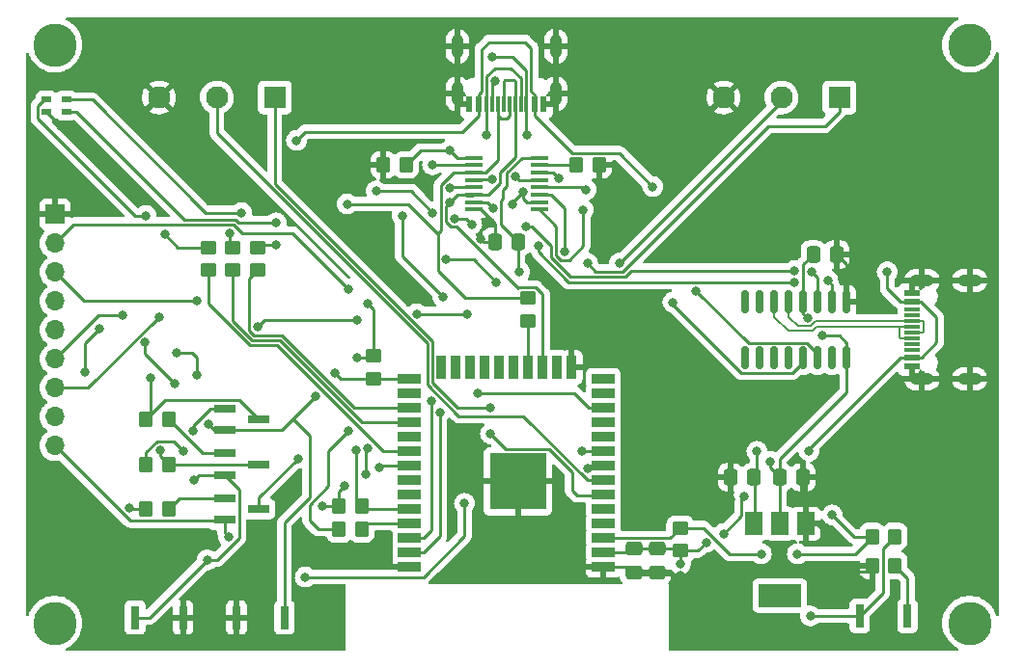
<source format=gtl>
%TF.GenerationSoftware,KiCad,Pcbnew,(6.0.1)*%
%TF.CreationDate,2022-03-17T16:13:41+01:00*%
%TF.ProjectId,Control,436f6e74-726f-46c2-9e6b-696361645f70,v01*%
%TF.SameCoordinates,Original*%
%TF.FileFunction,Copper,L1,Top*%
%TF.FilePolarity,Positive*%
%FSLAX46Y46*%
G04 Gerber Fmt 4.6, Leading zero omitted, Abs format (unit mm)*
G04 Created by KiCad (PCBNEW (6.0.1)) date 2022-03-17 16:13:41*
%MOMM*%
%LPD*%
G01*
G04 APERTURE LIST*
G04 Aperture macros list*
%AMRoundRect*
0 Rectangle with rounded corners*
0 $1 Rounding radius*
0 $2 $3 $4 $5 $6 $7 $8 $9 X,Y pos of 4 corners*
0 Add a 4 corners polygon primitive as box body*
4,1,4,$2,$3,$4,$5,$6,$7,$8,$9,$2,$3,0*
0 Add four circle primitives for the rounded corners*
1,1,$1+$1,$2,$3*
1,1,$1+$1,$4,$5*
1,1,$1+$1,$6,$7*
1,1,$1+$1,$8,$9*
0 Add four rect primitives between the rounded corners*
20,1,$1+$1,$2,$3,$4,$5,0*
20,1,$1+$1,$4,$5,$6,$7,0*
20,1,$1+$1,$6,$7,$8,$9,0*
20,1,$1+$1,$8,$9,$2,$3,0*%
G04 Aperture macros list end*
%TA.AperFunction,SMDPad,CuDef*%
%ADD10R,1.450000X0.600000*%
%TD*%
%TA.AperFunction,SMDPad,CuDef*%
%ADD11R,1.450000X0.300000*%
%TD*%
%TA.AperFunction,ComponentPad*%
%ADD12O,2.100000X1.050000*%
%TD*%
%TA.AperFunction,SMDPad,CuDef*%
%ADD13RoundRect,0.249999X-0.350001X-0.450001X0.350001X-0.450001X0.350001X0.450001X-0.350001X0.450001X0*%
%TD*%
%TA.AperFunction,SMDPad,CuDef*%
%ADD14R,1.900000X0.800000*%
%TD*%
%TA.AperFunction,SMDPad,CuDef*%
%ADD15RoundRect,0.249999X0.350001X0.450001X-0.350001X0.450001X-0.350001X-0.450001X0.350001X-0.450001X0*%
%TD*%
%TA.AperFunction,SMDPad,CuDef*%
%ADD16R,0.800000X2.000000*%
%TD*%
%TA.AperFunction,SMDPad,CuDef*%
%ADD17R,0.600000X1.450000*%
%TD*%
%TA.AperFunction,SMDPad,CuDef*%
%ADD18R,0.300000X1.450000*%
%TD*%
%TA.AperFunction,ComponentPad*%
%ADD19O,1.050000X2.100000*%
%TD*%
%TA.AperFunction,SMDPad,CuDef*%
%ADD20RoundRect,0.150000X-0.150000X0.825000X-0.150000X-0.825000X0.150000X-0.825000X0.150000X0.825000X0*%
%TD*%
%TA.AperFunction,ComponentPad*%
%ADD21R,1.950000X1.950000*%
%TD*%
%TA.AperFunction,ComponentPad*%
%ADD22C,1.950000*%
%TD*%
%TA.AperFunction,SMDPad,CuDef*%
%ADD23RoundRect,0.249999X-0.450001X0.350001X-0.450001X-0.350001X0.450001X-0.350001X0.450001X0.350001X0*%
%TD*%
%TA.AperFunction,SMDPad,CuDef*%
%ADD24RoundRect,0.250000X-0.475000X0.337500X-0.475000X-0.337500X0.475000X-0.337500X0.475000X0.337500X0*%
%TD*%
%TA.AperFunction,SMDPad,CuDef*%
%ADD25RoundRect,0.250000X0.350000X0.450000X-0.350000X0.450000X-0.350000X-0.450000X0.350000X-0.450000X0*%
%TD*%
%TA.AperFunction,SMDPad,CuDef*%
%ADD26R,2.000000X0.900000*%
%TD*%
%TA.AperFunction,SMDPad,CuDef*%
%ADD27R,0.900000X2.000000*%
%TD*%
%TA.AperFunction,SMDPad,CuDef*%
%ADD28R,5.000000X5.000000*%
%TD*%
%TA.AperFunction,SMDPad,CuDef*%
%ADD29RoundRect,0.250000X-0.450000X0.350000X-0.450000X-0.350000X0.450000X-0.350000X0.450000X0.350000X0*%
%TD*%
%TA.AperFunction,SMDPad,CuDef*%
%ADD30R,1.500000X2.000000*%
%TD*%
%TA.AperFunction,SMDPad,CuDef*%
%ADD31R,3.800000X2.000000*%
%TD*%
%TA.AperFunction,ComponentPad*%
%ADD32C,3.800000*%
%TD*%
%TA.AperFunction,SMDPad,CuDef*%
%ADD33R,1.570000X0.410000*%
%TD*%
%TA.AperFunction,SMDPad,CuDef*%
%ADD34RoundRect,0.250000X0.337500X0.475000X-0.337500X0.475000X-0.337500X-0.475000X0.337500X-0.475000X0*%
%TD*%
%TA.AperFunction,SMDPad,CuDef*%
%ADD35RoundRect,0.250000X-0.337500X-0.475000X0.337500X-0.475000X0.337500X0.475000X-0.337500X0.475000X0*%
%TD*%
%TA.AperFunction,SMDPad,CuDef*%
%ADD36R,0.850000X0.550000*%
%TD*%
%TA.AperFunction,ComponentPad*%
%ADD37R,1.700000X1.700000*%
%TD*%
%TA.AperFunction,ComponentPad*%
%ADD38O,1.700000X1.700000*%
%TD*%
%TA.AperFunction,SMDPad,CuDef*%
%ADD39RoundRect,0.250000X-0.350000X-0.450000X0.350000X-0.450000X0.350000X0.450000X-0.350000X0.450000X0*%
%TD*%
%TA.AperFunction,ViaPad*%
%ADD40C,0.800000*%
%TD*%
%TA.AperFunction,Conductor*%
%ADD41C,0.250000*%
%TD*%
%TA.AperFunction,Conductor*%
%ADD42C,0.200000*%
%TD*%
G04 APERTURE END LIST*
D10*
%TO.P,J7,A1B12,GND*%
%TO.N,GND*%
X182865000Y-104977000D03*
%TO.P,J7,A4B9,VBUS*%
%TO.N,VCC*%
X182865000Y-104177000D03*
D11*
%TO.P,J7,A5,CC1*%
%TO.N,unconnected-(J7-PadA5)*%
X182865000Y-102977000D03*
%TO.P,J7,A6,DP1*%
%TO.N,D+*%
X182865000Y-101977000D03*
%TO.P,J7,A7,DN1*%
%TO.N,D-*%
X182865000Y-101477000D03*
%TO.P,J7,A8,SBU1*%
%TO.N,unconnected-(J7-PadA8)*%
X182865000Y-100477000D03*
D10*
%TO.P,J7,B1A12,GND*%
%TO.N,GND*%
X182865000Y-98477000D03*
%TO.P,J7,B4A9,VBUS*%
%TO.N,VCC*%
X182865000Y-99277000D03*
D11*
%TO.P,J7,B5,CC2*%
%TO.N,unconnected-(J7-PadB5)*%
X182865000Y-99977000D03*
%TO.P,J7,B6,DP2*%
%TO.N,D+*%
X182865000Y-100977000D03*
%TO.P,J7,B7,DN2*%
%TO.N,D-*%
X182865000Y-102477000D03*
%TO.P,J7,B8,SBU2*%
%TO.N,unconnected-(J7-PadB8)*%
X182865000Y-103477000D03*
D12*
%TO.P,J7,S1,SHIELD*%
%TO.N,GND*%
X183780000Y-106047000D03*
%TO.P,J7,S2,SHIELD*%
X183780000Y-97407000D03*
%TO.P,J7,S3,SHIELD*%
X187960000Y-106047000D03*
%TO.P,J7,S4,SHIELD*%
X187960000Y-97407000D03*
%TD*%
D13*
%TO.P,R4,1*%
%TO.N,EN*%
X179399000Y-119888000D03*
%TO.P,R4,2*%
%TO.N,Net-(Q1-Pad3)*%
X181399000Y-119888000D03*
%TD*%
D14*
%TO.P,Q1,1,B*%
%TO.N,Net-(Q1-Pad1)*%
X122579000Y-116525000D03*
%TO.P,Q1,2,C*%
%TO.N,VDD*%
X122579000Y-118425000D03*
%TO.P,Q1,3,E*%
%TO.N,Net-(Q1-Pad3)*%
X125579000Y-117475000D03*
%TD*%
D15*
%TO.P,R3,1*%
%TO.N,Net-(Q1-Pad1)*%
X117713000Y-117475000D03*
%TO.P,R3,2*%
%TO.N,STOPRST*%
X115713000Y-117475000D03*
%TD*%
D13*
%TO.P,R5,1*%
%TO.N,GND*%
X179399000Y-122428000D03*
%TO.P,R5,2*%
%TO.N,Net-(R5-Pad2)*%
X181399000Y-122428000D03*
%TD*%
D16*
%TO.P,SW1,1,1*%
%TO.N,Net-(Q1-Pad3)*%
X178299000Y-126873000D03*
%TO.P,SW1,2,2*%
%TO.N,Net-(R5-Pad2)*%
X182499000Y-126873000D03*
%TD*%
%TO.P,SW2,1,1*%
%TO.N,EN*%
X114740000Y-127000000D03*
%TO.P,SW2,2,2*%
%TO.N,GND*%
X118940000Y-127000000D03*
%TD*%
D17*
%TO.P,J8,A1B12,GND*%
%TO.N,GND*%
X150570000Y-81930000D03*
%TO.P,J8,A4B9,VBUS*%
%TO.N,VCC*%
X149770000Y-81930000D03*
D18*
%TO.P,J8,A5,CC1*%
%TO.N,EXTRTS*%
X148570000Y-81930000D03*
%TO.P,J8,A6,DP1*%
%TO.N,EXTRX*%
X147570000Y-81930000D03*
%TO.P,J8,A7,DN1*%
%TO.N,EXTTX*%
X147070000Y-81930000D03*
%TO.P,J8,A8,SBU1*%
%TO.N,EXTDTR*%
X146070000Y-81930000D03*
D17*
%TO.P,J8,B1A12,GND*%
%TO.N,GND*%
X144070000Y-81930000D03*
%TO.P,J8,B4A9,VBUS*%
%TO.N,VCC*%
X144870000Y-81930000D03*
D18*
%TO.P,J8,B5,CC2*%
%TO.N,EXTRTS*%
X145570000Y-81930000D03*
%TO.P,J8,B6,DP2*%
%TO.N,EXTRX*%
X146570000Y-81930000D03*
%TO.P,J8,B7,DN2*%
%TO.N,EXTTX*%
X148070000Y-81930000D03*
%TO.P,J8,B8,SBU2*%
%TO.N,EXTDTR*%
X149070000Y-81930000D03*
D19*
%TO.P,J8,S1,SHIELD*%
%TO.N,GND*%
X151640000Y-81015000D03*
%TO.P,J8,S2,SHIELD*%
X143000000Y-81015000D03*
%TO.P,J8,S3,SHIELD*%
X151640000Y-76835000D03*
%TO.P,J8,S4,SHIELD*%
X143000000Y-76835000D03*
%TD*%
D20*
%TO.P,U4,1,GND*%
%TO.N,GND*%
X177165000Y-99252000D03*
%TO.P,U4,2,TXD*%
%TO.N,MUXRX*%
X175895000Y-99252000D03*
%TO.P,U4,3,RXD*%
%TO.N,MUXTX*%
X174625000Y-99252000D03*
%TO.P,U4,4,V3*%
%TO.N,VDD*%
X173355000Y-99252000D03*
%TO.P,U4,5,UD+*%
%TO.N,D+*%
X172085000Y-99252000D03*
%TO.P,U4,6,UD-*%
%TO.N,D-*%
X170815000Y-99252000D03*
%TO.P,U4,7,NC*%
%TO.N,unconnected-(U4-Pad7)*%
X169545000Y-99252000D03*
%TO.P,U4,8,NC*%
%TO.N,unconnected-(U4-Pad8)*%
X168275000Y-99252000D03*
%TO.P,U4,9,~{CTS}*%
%TO.N,unconnected-(U4-Pad9)*%
X168275000Y-104202000D03*
%TO.P,U4,10,~{DSR}*%
%TO.N,unconnected-(U4-Pad10)*%
X169545000Y-104202000D03*
%TO.P,U4,11,~{RI}*%
%TO.N,unconnected-(U4-Pad11)*%
X170815000Y-104202000D03*
%TO.P,U4,12,~{DCD}*%
%TO.N,unconnected-(U4-Pad12)*%
X172085000Y-104202000D03*
%TO.P,U4,13,~{DTR}*%
%TO.N,MUXDTR*%
X173355000Y-104202000D03*
%TO.P,U4,14,~{RTS}*%
%TO.N,MUXRTS*%
X174625000Y-104202000D03*
%TO.P,U4,15,R232*%
%TO.N,unconnected-(U4-Pad15)*%
X175895000Y-104202000D03*
%TO.P,U4,16,VCC*%
%TO.N,VDD*%
X177165000Y-104202000D03*
%TD*%
D13*
%TO.P,R11,1*%
%TO.N,VDD*%
X132604000Y-117221000D03*
%TO.P,R11,2*%
%TO.N,RX*%
X134604000Y-117221000D03*
%TD*%
D21*
%TO.P,J2,1,Pin_1*%
%TO.N,SIG2A*%
X127000000Y-81325500D03*
D22*
%TO.P,J2,2,Pin_2*%
%TO.N,SIG2B*%
X121920000Y-81325500D03*
%TO.P,J2,3,Pin_3*%
%TO.N,GND*%
X116840000Y-81325500D03*
%TD*%
D23*
%TO.P,R2,1*%
%TO.N,EN*%
X162560000Y-119142000D03*
%TO.P,R2,2*%
%TO.N,VDD*%
X162560000Y-121142000D03*
%TD*%
D21*
%TO.P,J1,1,Pin_1*%
%TO.N,SIG1A*%
X176530000Y-81325500D03*
D22*
%TO.P,J1,2,Pin_2*%
%TO.N,SIG1B*%
X171450000Y-81325500D03*
%TO.P,J1,3,Pin_3*%
%TO.N,GND*%
X166370000Y-81325500D03*
%TD*%
D24*
%TO.P,C2,1*%
%TO.N,VDD*%
X160528000Y-120962500D03*
%TO.P,C2,2*%
%TO.N,GND*%
X160528000Y-123037500D03*
%TD*%
D25*
%TO.P,R7,1*%
%TO.N,GND*%
X155432000Y-87249000D03*
%TO.P,R7,2*%
%TO.N,Net-(R7-Pad2)*%
X153432000Y-87249000D03*
%TD*%
D26*
%TO.P,U1,1,GND*%
%TO.N,GND*%
X155820000Y-122555000D03*
%TO.P,U1,2,VDD*%
%TO.N,VDD*%
X155820000Y-121285000D03*
%TO.P,U1,3,EN*%
%TO.N,EN*%
X155820000Y-120015000D03*
%TO.P,U1,4,SENSOR_VP*%
%TO.N,unconnected-(U1-Pad4)*%
X155820000Y-118745000D03*
%TO.P,U1,5,SENSOR_VN*%
%TO.N,unconnected-(U1-Pad5)*%
X155820000Y-117475000D03*
%TO.P,U1,6,IO34*%
%TO.N,SIG2A*%
X155820000Y-116205000D03*
%TO.P,U1,7,IO35*%
%TO.N,SIG2B*%
X155820000Y-114935000D03*
%TO.P,U1,8,IO32*%
%TO.N,SIG1A*%
X155820000Y-113665000D03*
%TO.P,U1,9,IO33*%
%TO.N,SIG1B*%
X155820000Y-112395000D03*
%TO.P,U1,10,IO25*%
%TO.N,unconnected-(U1-Pad10)*%
X155820000Y-111125000D03*
%TO.P,U1,11,IO26*%
%TO.N,unconnected-(U1-Pad11)*%
X155820000Y-109855000D03*
%TO.P,U1,12,IO27*%
%TO.N,MUX*%
X155820000Y-108585000D03*
%TO.P,U1,13,IO14*%
%TO.N,unconnected-(U1-Pad13)*%
X155820000Y-107315000D03*
%TO.P,U1,14,IO12*%
%TO.N,unconnected-(U1-Pad14)*%
X155820000Y-106045000D03*
D27*
%TO.P,U1,15,GND*%
%TO.N,GND*%
X153035000Y-105045000D03*
%TO.P,U1,16,IO13*%
%TO.N,unconnected-(U1-Pad16)*%
X151765000Y-105045000D03*
%TO.P,U1,17,SHD/SD2*%
%TO.N,EXTTX*%
X150495000Y-105045000D03*
%TO.P,U1,18,SWP/SD3*%
%TO.N,Net-(R15-Pad2)*%
X149225000Y-105045000D03*
%TO.P,U1,19,SCS/CMD*%
%TO.N,unconnected-(U1-Pad19)*%
X147955000Y-105045000D03*
%TO.P,U1,20,SCK/CLK*%
%TO.N,unconnected-(U1-Pad20)*%
X146685000Y-105045000D03*
%TO.P,U1,21,SDO/SD0*%
%TO.N,unconnected-(U1-Pad21)*%
X145415000Y-105045000D03*
%TO.P,U1,22,SDI/SD1*%
%TO.N,unconnected-(U1-Pad22)*%
X144145000Y-105045000D03*
%TO.P,U1,23,IO15*%
%TO.N,unconnected-(U1-Pad23)*%
X142875000Y-105045000D03*
%TO.P,U1,24,IO2*%
%TO.N,unconnected-(U1-Pad24)*%
X141605000Y-105045000D03*
D26*
%TO.P,U1,25,IO0*%
%TO.N,BOOT*%
X138820000Y-106045000D03*
%TO.P,U1,26,IO4*%
%TO.N,unconnected-(U1-Pad26)*%
X138820000Y-107315000D03*
%TO.P,U1,27,IO16*%
%TO.N,LEDR*%
X138820000Y-108585000D03*
%TO.P,U1,28,IO17*%
%TO.N,LEDG*%
X138820000Y-109855000D03*
%TO.P,U1,29,IO5*%
%TO.N,unconnected-(U1-Pad29)*%
X138820000Y-111125000D03*
%TO.P,U1,30,IO18*%
%TO.N,LEDB*%
X138820000Y-112395000D03*
%TO.P,U1,31,IO19*%
%TO.N,STOPRST*%
X138820000Y-113665000D03*
%TO.P,U1,32,NC*%
%TO.N,unconnected-(U1-Pad32)*%
X138820000Y-114935000D03*
%TO.P,U1,33,IO21*%
%TO.N,unconnected-(U1-Pad33)*%
X138820000Y-116205000D03*
%TO.P,U1,34,RXD0/IO3*%
%TO.N,RX*%
X138820000Y-117475000D03*
%TO.P,U1,35,TXD0/IO1*%
%TO.N,Net-(R16-Pad2)*%
X138820000Y-118745000D03*
%TO.P,U1,36,IO22*%
%TO.N,EXTDTR*%
X138820000Y-120015000D03*
%TO.P,U1,37,IO23*%
%TO.N,EXTRTS*%
X138820000Y-121285000D03*
%TO.P,U1,38,GND*%
%TO.N,GND*%
X138820000Y-122555000D03*
D28*
%TO.P,U1,39,GND*%
X148320000Y-115055000D03*
%TD*%
D29*
%TO.P,R14,1*%
%TO.N,Net-(D1-Pad1)*%
X121158000Y-94504000D03*
%TO.P,R14,2*%
%TO.N,LEDB*%
X121158000Y-96504000D03*
%TD*%
D30*
%TO.P,U5,1,GND*%
%TO.N,GND*%
X173601500Y-118770000D03*
%TO.P,U5,2,VO*%
%TO.N,VDD*%
X171301500Y-118770000D03*
%TO.P,U5,3,VI*%
%TO.N,VCC*%
X169001500Y-118770000D03*
D31*
%TO.P,U5,x*%
%TO.N,N/C*%
X171301500Y-125070000D03*
%TD*%
D32*
%TO.P,,1*%
%TO.N,N/C*%
X107696000Y-127508000D03*
%TD*%
D29*
%TO.P,R15,1*%
%TO.N,EXTRX*%
X149225000Y-98949000D03*
%TO.P,R15,2*%
%TO.N,Net-(R15-Pad2)*%
X149225000Y-100949000D03*
%TD*%
D33*
%TO.P,U2,1,IN*%
%TO.N,MUX*%
X144450000Y-86625000D03*
%TO.P,U2,2,S1A*%
%TO.N,RX*%
X144450000Y-87275000D03*
%TO.P,U2,3,S2A*%
%TO.N,EXTRX*%
X144450000Y-87925000D03*
%TO.P,U2,4,DA*%
%TO.N,MUXRX*%
X144450000Y-88575000D03*
%TO.P,U2,5,S1B*%
%TO.N,TX*%
X144450000Y-89225000D03*
%TO.P,U2,6,S2B*%
%TO.N,EXTTX*%
X144450000Y-89875000D03*
%TO.P,U2,7,DB*%
%TO.N,MUXTX*%
X144450000Y-90525000D03*
%TO.P,U2,8,GND*%
%TO.N,GND*%
X144450000Y-91175000D03*
%TO.P,U2,9,DC*%
%TO.N,MUXDTR*%
X150190000Y-91175000D03*
%TO.P,U2,10,S2C*%
%TO.N,EXTDTR*%
X150190000Y-90525000D03*
%TO.P,U2,11,S1C*%
%TO.N,DTR*%
X150190000Y-89875000D03*
%TO.P,U2,12,DD*%
%TO.N,MUXRTS*%
X150190000Y-89225000D03*
%TO.P,U2,13,S2D*%
%TO.N,EXTRTS*%
X150190000Y-88575000D03*
%TO.P,U2,14,S1D*%
%TO.N,RTS*%
X150190000Y-87925000D03*
%TO.P,U2,15,~{EN}*%
%TO.N,Net-(R7-Pad2)*%
X150190000Y-87275000D03*
%TO.P,U2,16,VCC*%
%TO.N,VDD*%
X150190000Y-86625000D03*
%TD*%
D34*
%TO.P,C10,1*%
%TO.N,VCC*%
X169037000Y-114681000D03*
%TO.P,C10,2*%
%TO.N,GND*%
X166962000Y-114681000D03*
%TD*%
D25*
%TO.P,R12,1*%
%TO.N,RTS*%
X117713000Y-113538000D03*
%TO.P,R12,2*%
%TO.N,Net-(Q3-Pad1)*%
X115713000Y-113538000D03*
%TD*%
D24*
%TO.P,C7,1*%
%TO.N,VDD*%
X158496000Y-120962500D03*
%TO.P,C7,2*%
%TO.N,GND*%
X158496000Y-123037500D03*
%TD*%
D29*
%TO.P,R13,1*%
%TO.N,VDD*%
X135636000Y-104029000D03*
%TO.P,R13,2*%
%TO.N,BOOT*%
X135636000Y-106029000D03*
%TD*%
D34*
%TO.P,C3,1*%
%TO.N,VDD*%
X148357500Y-93980000D03*
%TO.P,C3,2*%
%TO.N,GND*%
X146282500Y-93980000D03*
%TD*%
D35*
%TO.P,C11,1*%
%TO.N,VDD*%
X171280000Y-114681000D03*
%TO.P,C11,2*%
%TO.N,GND*%
X173355000Y-114681000D03*
%TD*%
D36*
%TO.P,D1,1,RA*%
%TO.N,Net-(D1-Pad1)*%
X106948000Y-81517000D03*
%TO.P,D1,2,GA*%
%TO.N,Net-(D1-Pad2)*%
X108698000Y-81517000D03*
%TO.P,D1,3,BA*%
%TO.N,Net-(D1-Pad3)*%
X108698000Y-82567000D03*
%TO.P,D1,4,K*%
%TO.N,GND*%
X106948000Y-82567000D03*
%TD*%
D37*
%TO.P,J3,1,Pin_1*%
%TO.N,GND*%
X107721000Y-91577000D03*
D38*
%TO.P,J3,2,Pin_2*%
%TO.N,TX*%
X107721000Y-94117000D03*
%TO.P,J3,3,Pin_3*%
%TO.N,RX*%
X107721000Y-96657000D03*
%TO.P,J3,4,Pin_4*%
%TO.N,EN*%
X107721000Y-99197000D03*
%TO.P,J3,5,Pin_5*%
%TO.N,BOOT*%
X107721000Y-101737000D03*
%TO.P,J3,6,Pin_6*%
%TO.N,EXTTX*%
X107721000Y-104277000D03*
%TO.P,J3,7,Pin_7*%
%TO.N,EXTRX*%
X107721000Y-106817000D03*
%TO.P,J3,8,Pin_8*%
%TO.N,VCC*%
X107721000Y-109357000D03*
%TO.P,J3,9,Pin_9*%
%TO.N,VDD*%
X107721000Y-111897000D03*
%TD*%
D35*
%TO.P,C4,1*%
%TO.N,VDD*%
X174222500Y-95123000D03*
%TO.P,C4,2*%
%TO.N,GND*%
X176297500Y-95123000D03*
%TD*%
D14*
%TO.P,Q3,1,B*%
%TO.N,Net-(Q3-Pad1)*%
X122579000Y-108651000D03*
%TO.P,Q3,2,C*%
%TO.N,BOOT*%
X122579000Y-110551000D03*
%TO.P,Q3,3,E*%
%TO.N,DTR*%
X125579000Y-109601000D03*
%TD*%
%TO.P,Q2,1,B*%
%TO.N,Net-(Q2-Pad1)*%
X122579000Y-112588000D03*
%TO.P,Q2,2,C*%
%TO.N,EN*%
X122579000Y-114488000D03*
%TO.P,Q2,3,E*%
%TO.N,RTS*%
X125579000Y-113538000D03*
%TD*%
D39*
%TO.P,R16,1*%
%TO.N,TX*%
X132620000Y-119253000D03*
%TO.P,R16,2*%
%TO.N,Net-(R16-Pad2)*%
X134620000Y-119253000D03*
%TD*%
D32*
%TO.P,,1*%
%TO.N,N/C*%
X187960000Y-76708000D03*
%TD*%
D29*
%TO.P,R6,1*%
%TO.N,Net-(D1-Pad2)*%
X123317000Y-94504000D03*
%TO.P,R6,2*%
%TO.N,LEDG*%
X123317000Y-96504000D03*
%TD*%
D25*
%TO.P,R9,1*%
%TO.N,MUX*%
X138500000Y-87250000D03*
%TO.P,R9,2*%
%TO.N,GND*%
X136500000Y-87250000D03*
%TD*%
D29*
%TO.P,R1,1*%
%TO.N,Net-(D1-Pad3)*%
X125476000Y-94504000D03*
%TO.P,R1,2*%
%TO.N,LEDR*%
X125476000Y-96504000D03*
%TD*%
D39*
%TO.P,R8,1*%
%TO.N,DTR*%
X115713000Y-109601000D03*
%TO.P,R8,2*%
%TO.N,Net-(Q2-Pad1)*%
X117713000Y-109601000D03*
%TD*%
D32*
%TO.P,REF\u002A\u002A,1*%
%TO.N,N/C*%
X107696000Y-76708000D03*
%TD*%
%TO.P,,1*%
%TO.N,N/C*%
X187960000Y-127508000D03*
%TD*%
D16*
%TO.P,SW3,1,1*%
%TO.N,BOOT*%
X127830000Y-127000000D03*
%TO.P,SW3,2,2*%
%TO.N,GND*%
X123630000Y-127000000D03*
%TD*%
D40*
%TO.N,VDD*%
X164846000Y-120396000D03*
X133096000Y-115443000D03*
X173736000Y-100711000D03*
X170434000Y-113284000D03*
X166370000Y-119634000D03*
X142023500Y-95542849D03*
X134239000Y-104140000D03*
X168148000Y-116332000D03*
X135128000Y-99441000D03*
X148463000Y-96647000D03*
X162574027Y-122317596D03*
X135001000Y-114427000D03*
X135128000Y-112141000D03*
X146431000Y-97536000D03*
X175006000Y-102235000D03*
X122936000Y-119888000D03*
X131191000Y-117221000D03*
%TO.N,GND*%
X173601500Y-116572000D03*
X145034000Y-93726000D03*
X162560000Y-123317000D03*
X108204000Y-83820000D03*
X177292000Y-122936000D03*
X166983500Y-116586000D03*
X175641000Y-119888000D03*
%TO.N,MUXDTR*%
X161925000Y-99314000D03*
X154051000Y-91186000D03*
%TO.N,VCC*%
X110363000Y-105410000D03*
X180721000Y-96647000D03*
X169291000Y-112395000D03*
X111633000Y-101600000D03*
X160147000Y-89154000D03*
X128905000Y-85090000D03*
X173863000Y-112395000D03*
%TO.N,Net-(D1-Pad2)*%
X123063000Y-93218000D03*
X124079000Y-91440000D03*
%TO.N,Net-(D1-Pad1)*%
X115697000Y-91694000D03*
X117348000Y-93345000D03*
%TO.N,Net-(D1-Pad3)*%
X127127000Y-94234000D03*
X127127000Y-92329000D03*
%TO.N,RX*%
X134138543Y-112282351D03*
X120142000Y-99187000D03*
X140838701Y-87244701D03*
%TO.N,TX*%
X133477000Y-98171000D03*
X133477000Y-110617000D03*
X142367000Y-89281000D03*
%TO.N,EN*%
X143637000Y-116967000D03*
X172847000Y-121412000D03*
X175895000Y-117983000D03*
X121057011Y-121946011D03*
X119888000Y-114935000D03*
X118237000Y-106426000D03*
X169672000Y-121412000D03*
X115613985Y-102834613D03*
X129667000Y-123444000D03*
%TO.N,BOOT*%
X118364000Y-103759000D03*
X130556000Y-107569000D03*
X132302989Y-105537000D03*
X121158000Y-109982000D03*
X120142000Y-105664000D03*
%TO.N,EXTRTS*%
X148098246Y-88238881D03*
X141478000Y-108966000D03*
X138176000Y-91694000D03*
X145542000Y-84582000D03*
X141732000Y-98806000D03*
%TO.N,EXTDTR*%
X148807985Y-89608787D03*
X142748000Y-91948000D03*
X149098000Y-84582000D03*
X147828000Y-90678000D03*
X146050000Y-77724000D03*
X144272000Y-92456000D03*
X146328532Y-79880548D03*
X140716000Y-107950000D03*
%TO.N,SIG1A*%
X154432000Y-95885000D03*
X154482019Y-113947910D03*
%TO.N,SIG1B*%
X157226000Y-95885000D03*
X153938854Y-112380146D03*
%TO.N,SIG2A*%
X145923000Y-108585000D03*
X145923000Y-110871000D03*
%TO.N,RTS*%
X116967000Y-112268000D03*
X151892000Y-88392000D03*
%TO.N,Net-(Q3-Pad1)*%
X119837078Y-110574676D03*
X118961500Y-112357303D03*
%TO.N,EXTRX*%
X116840000Y-100584000D03*
X133350000Y-90678000D03*
%TO.N,EXTTX*%
X142367000Y-90551000D03*
X135890000Y-89535000D03*
X113665000Y-100457000D03*
X140843000Y-91440000D03*
%TO.N,DTR*%
X152400000Y-94869000D03*
X134239000Y-100838000D03*
X139446000Y-100330000D03*
X116078000Y-105918000D03*
X143891000Y-100330000D03*
X125476000Y-101473000D03*
%TO.N,STOPRST*%
X114268508Y-117419909D03*
X136144000Y-113792000D03*
%TO.N,MUXRX*%
X172593000Y-97536000D03*
X146050000Y-88519000D03*
X150114000Y-94361000D03*
X175514000Y-97409000D03*
%TO.N,MUXTX*%
X172593000Y-96536497D03*
X146124999Y-91034016D03*
X174117000Y-96647000D03*
X149030201Y-92650799D03*
%TO.N,MUX*%
X144780000Y-107315000D03*
X142375598Y-85979000D03*
%TO.N,Net-(Q1-Pad3)*%
X129032000Y-113030000D03*
X173990000Y-126873000D03*
%TO.N,MUXRTS*%
X163957000Y-98298000D03*
X154305000Y-89408000D03*
%TD*%
D41*
%TO.N,VDD*%
X158173500Y-121285000D02*
X158496000Y-120962500D01*
X176530000Y-102235000D02*
X177165000Y-102870000D01*
X134239000Y-104140000D02*
X135525000Y-104140000D01*
X147373745Y-87938782D02*
X147373745Y-89091655D01*
X173355000Y-99252000D02*
X173355000Y-100330000D01*
X173355000Y-99252000D02*
X173355000Y-95990500D01*
X171280000Y-113089993D02*
X171280000Y-114681000D01*
X114323520Y-118499520D02*
X122504480Y-118499520D01*
X132604000Y-115935000D02*
X133096000Y-115443000D01*
X162560000Y-122303569D02*
X162574027Y-122317596D01*
X135001000Y-114427000D02*
X135001000Y-112268000D01*
X147019901Y-90207499D02*
X146849499Y-90377901D01*
X122579000Y-118425000D02*
X122579000Y-119531000D01*
X132604000Y-117221000D02*
X131191000Y-117221000D01*
X171301500Y-114702500D02*
X171280000Y-114681000D01*
X150190000Y-86625000D02*
X148687527Y-86625000D01*
X167926989Y-116553011D02*
X168148000Y-116332000D01*
X162560000Y-121142000D02*
X162560000Y-122303569D01*
X148463000Y-96647000D02*
X148357500Y-96541500D01*
X135525000Y-104140000D02*
X135636000Y-104029000D01*
X173355000Y-95990500D02*
X174222500Y-95123000D01*
X148687527Y-86625000D02*
X147373745Y-87938782D01*
X122504480Y-118499520D02*
X122579000Y-118425000D01*
X173355000Y-100330000D02*
X173736000Y-100711000D01*
X171301500Y-118770000D02*
X171301500Y-114702500D01*
X146431000Y-97536000D02*
X144437849Y-95542849D01*
X177165000Y-104202000D02*
X177165000Y-107204993D01*
X158347500Y-121285000D02*
X158496000Y-121136500D01*
X147019901Y-89445499D02*
X147019901Y-90207499D01*
X162380500Y-120962500D02*
X162560000Y-121142000D01*
X107721000Y-111897000D02*
X114323520Y-118499520D01*
X166370000Y-119634000D02*
X167926989Y-118077011D01*
X167926989Y-118077011D02*
X167926989Y-116553011D01*
X170434000Y-113835000D02*
X171280000Y-114681000D01*
X122579000Y-119531000D02*
X122936000Y-119888000D01*
X148357500Y-96541500D02*
X148357500Y-93980000D01*
X177165000Y-102870000D02*
X177165000Y-104202000D01*
X177165000Y-107204993D02*
X171280000Y-113089993D01*
X162560000Y-121142000D02*
X164100000Y-121142000D01*
X146849499Y-92471999D02*
X148357500Y-93980000D01*
X135636000Y-104029000D02*
X135636000Y-99949000D01*
X135636000Y-99949000D02*
X135128000Y-99441000D01*
X132604000Y-117221000D02*
X132604000Y-115935000D01*
X135001000Y-112268000D02*
X135128000Y-112141000D01*
X175006000Y-102235000D02*
X176530000Y-102235000D01*
X144437849Y-95542849D02*
X142023500Y-95542849D01*
X146849499Y-90377901D02*
X146849499Y-92471999D01*
X164100000Y-121142000D02*
X164846000Y-120396000D01*
X155820000Y-121285000D02*
X158173500Y-121285000D01*
X160528000Y-120962500D02*
X162380500Y-120962500D01*
X170434000Y-113284000D02*
X170434000Y-113835000D01*
X147373745Y-89091655D02*
X147019901Y-89445499D01*
X158496000Y-120962500D02*
X160528000Y-120962500D01*
%TO.N,GND*%
X166962000Y-114681000D02*
X166962000Y-116564500D01*
X173601500Y-118770000D02*
X173601500Y-116572000D01*
X173601500Y-116572000D02*
X173601500Y-114927500D01*
X106951000Y-82567000D02*
X108204000Y-83820000D01*
X162454500Y-123211500D02*
X162560000Y-123317000D01*
X173601500Y-118770000D02*
X174523000Y-118770000D01*
X176297500Y-95123000D02*
X177165000Y-95990500D01*
X157839500Y-122555000D02*
X158496000Y-123211500D01*
X160528000Y-123211500D02*
X162454500Y-123211500D01*
X178891000Y-122936000D02*
X179399000Y-122428000D01*
X166962000Y-116564500D02*
X166983500Y-116586000D01*
X158496000Y-123211500D02*
X160528000Y-123211500D01*
X146282500Y-93980000D02*
X145288000Y-93980000D01*
X177292000Y-122936000D02*
X178891000Y-122936000D01*
X146282500Y-93980000D02*
X146282500Y-92427500D01*
X174523000Y-118770000D02*
X175641000Y-119888000D01*
X177165000Y-95990500D02*
X177165000Y-99252000D01*
X106948000Y-82567000D02*
X106951000Y-82567000D01*
X145030000Y-91175000D02*
X144450000Y-91175000D01*
X146282500Y-92427500D02*
X145030000Y-91175000D01*
X155820000Y-122555000D02*
X157839500Y-122555000D01*
X145288000Y-93980000D02*
X145034000Y-93726000D01*
X173601500Y-114927500D02*
X173355000Y-114681000D01*
%TO.N,MUXDTR*%
X172431552Y-105501520D02*
X173355000Y-104578072D01*
X152099901Y-95593501D02*
X151675499Y-95169099D01*
X151675499Y-92660499D02*
X150190000Y-91175000D01*
X151675499Y-95169099D02*
X151675499Y-92660499D01*
X161925000Y-99314000D02*
X161925000Y-99498072D01*
X173355000Y-104578072D02*
X173355000Y-104202000D01*
X167928448Y-105501520D02*
X172431552Y-105501520D01*
X154051000Y-91186000D02*
X154051000Y-94369600D01*
X161925000Y-99498072D02*
X167928448Y-105501520D01*
X154051000Y-94369600D02*
X152827099Y-95593501D01*
X152827099Y-95593501D02*
X152099901Y-95593501D01*
%TO.N,VCC*%
X149485479Y-76968479D02*
X149485479Y-80785108D01*
X169126501Y-114770501D02*
X169037000Y-114681000D01*
X183725371Y-104177000D02*
X185039000Y-102863371D01*
X169001500Y-118770000D02*
X169126501Y-118644999D01*
X182865000Y-99277000D02*
X183689022Y-99277000D01*
X149770000Y-82905000D02*
X153089480Y-86224480D01*
X182865000Y-104177000D02*
X181890000Y-104177000D01*
X129667000Y-84328000D02*
X128905000Y-85090000D01*
X182865000Y-104177000D02*
X183725371Y-104177000D01*
X183689022Y-99277000D02*
X185039000Y-100626978D01*
X185039000Y-102863371D02*
X185039000Y-101219000D01*
X144870000Y-82905000D02*
X143447000Y-84328000D01*
X169291000Y-114427000D02*
X169037000Y-114681000D01*
X169291000Y-112395000D02*
X169291000Y-114427000D01*
X185039000Y-100626978D02*
X185039000Y-101219000D01*
X145154521Y-77095479D02*
X145796000Y-76454000D01*
X180721000Y-96647000D02*
X180721000Y-98108000D01*
X149770000Y-81069629D02*
X149770000Y-81930000D01*
X181890000Y-99277000D02*
X182865000Y-99277000D01*
X148971000Y-76454000D02*
X149485479Y-76968479D01*
X144870000Y-81069629D02*
X145154521Y-80785108D01*
X173863000Y-112204000D02*
X173863000Y-112395000D01*
X180721000Y-98108000D02*
X181890000Y-99277000D01*
X129794000Y-84328000D02*
X129667000Y-84328000D01*
X110363000Y-102870000D02*
X110363000Y-105410000D01*
X157217480Y-86224480D02*
X160147000Y-89154000D01*
X145154521Y-80785108D02*
X145154521Y-77095479D01*
X144870000Y-81930000D02*
X144870000Y-81069629D01*
X181890000Y-104177000D02*
X173863000Y-112204000D01*
X153089480Y-86224480D02*
X157217480Y-86224480D01*
X111633000Y-101600000D02*
X110363000Y-102870000D01*
X169126501Y-118644999D02*
X169126501Y-114770501D01*
X149485479Y-80785108D02*
X149770000Y-81069629D01*
X149770000Y-81930000D02*
X149770000Y-82905000D01*
X143447000Y-84328000D02*
X129794000Y-84328000D01*
X145796000Y-76454000D02*
X148971000Y-76454000D01*
X144870000Y-81930000D02*
X144870000Y-82905000D01*
%TO.N,Net-(D1-Pad2)*%
X123063000Y-93218000D02*
X123063000Y-94250000D01*
X123063000Y-94250000D02*
X123317000Y-94504000D01*
X108698000Y-81517000D02*
X110981000Y-81517000D01*
X110981000Y-81517000D02*
X120904000Y-91440000D01*
X120904000Y-91440000D02*
X124079000Y-91440000D01*
%TO.N,Net-(D1-Pad1)*%
X106948000Y-81517000D02*
X106798000Y-81517000D01*
X117348000Y-93345000D02*
X118507000Y-94504000D01*
X106198489Y-82116511D02*
X106198489Y-83166511D01*
X118507000Y-94504000D02*
X121158000Y-94504000D01*
X114725978Y-91694000D02*
X115697000Y-91694000D01*
X106198489Y-83166511D02*
X114725978Y-91694000D01*
X106798000Y-81517000D02*
X106198489Y-82116511D01*
%TO.N,Net-(D1-Pad3)*%
X127127000Y-94234000D02*
X125746000Y-94234000D01*
X109587000Y-82567000D02*
X119063988Y-92043988D01*
X123549293Y-92043989D02*
X123834304Y-92329000D01*
X123834304Y-92329000D02*
X127127000Y-92329000D01*
X108698000Y-82567000D02*
X109587000Y-82567000D01*
X125746000Y-94234000D02*
X125476000Y-94504000D01*
X119063988Y-92043988D02*
X123549293Y-92043989D01*
%TO.N,RX*%
X140869000Y-87275000D02*
X140838701Y-87244701D01*
X107721000Y-96657000D02*
X110251000Y-99187000D01*
X134604000Y-117221000D02*
X134138543Y-116755543D01*
X138820000Y-117475000D02*
X134858000Y-117475000D01*
X144450000Y-87275000D02*
X140869000Y-87275000D01*
X110251000Y-99187000D02*
X120142000Y-99187000D01*
X134858000Y-117475000D02*
X134604000Y-117221000D01*
X134138543Y-116755543D02*
X134138543Y-112282351D01*
%TO.N,TX*%
X109344501Y-92493499D02*
X123363099Y-92493499D01*
X107721000Y-94117000D02*
X109344501Y-92493499D01*
X130810000Y-119253000D02*
X132620000Y-119253000D01*
X123363099Y-92493499D02*
X124136600Y-93267000D01*
X130048000Y-117094000D02*
X130048000Y-118491000D01*
X131679480Y-115462520D02*
X130048000Y-117094000D01*
X144450000Y-89225000D02*
X142423000Y-89225000D01*
X142423000Y-89225000D02*
X142367000Y-89281000D01*
X131679480Y-112414520D02*
X131679480Y-115462520D01*
X124136600Y-93267000D02*
X128573000Y-93267000D01*
X130048000Y-118491000D02*
X130810000Y-119253000D01*
X128573000Y-93267000D02*
X133477000Y-98171000D01*
X133477000Y-110617000D02*
X131679480Y-112414520D01*
%TO.N,EN*%
X179399000Y-119888000D02*
X177800000Y-119888000D01*
X118237000Y-106426000D02*
X115613985Y-103802985D01*
X161687000Y-120015000D02*
X162560000Y-119142000D01*
X120335000Y-114488000D02*
X122579000Y-114488000D01*
X177800000Y-119888000D02*
X175895000Y-117983000D01*
X155820000Y-120015000D02*
X161687000Y-120015000D01*
X121902589Y-121946011D02*
X123853511Y-119995089D01*
X140030022Y-123444000D02*
X129667000Y-123444000D01*
X143637000Y-119837022D02*
X140030022Y-123444000D01*
X123853511Y-115762511D02*
X122579000Y-114488000D01*
X143637000Y-116967000D02*
X143637000Y-119837022D01*
X164616600Y-119142000D02*
X162560000Y-119142000D01*
X169672000Y-121412000D02*
X166886600Y-121412000D01*
X114740000Y-127000000D02*
X116003022Y-127000000D01*
X121057011Y-121946011D02*
X121902589Y-121946011D01*
X116003022Y-127000000D02*
X121057011Y-121946011D01*
X119888000Y-114935000D02*
X120335000Y-114488000D01*
X115613985Y-103802985D02*
X115613985Y-102834613D01*
X177875000Y-121412000D02*
X172847000Y-121412000D01*
X179399000Y-119888000D02*
X177875000Y-121412000D01*
X123853511Y-119995089D02*
X123853511Y-115762511D01*
X166886600Y-121412000D02*
X164616600Y-119142000D01*
%TO.N,BOOT*%
X127830000Y-127000000D02*
X127830000Y-118676296D01*
X120142000Y-105664000D02*
X120142000Y-104164000D01*
X121727000Y-110551000D02*
X121158000Y-109982000D01*
X127574000Y-110551000D02*
X130556000Y-107569000D01*
X135636000Y-106029000D02*
X135652000Y-106045000D01*
X127830000Y-118676296D02*
X130048000Y-116458296D01*
X120142000Y-104164000D02*
X119737000Y-103759000D01*
X135652000Y-106045000D02*
X138820000Y-106045000D01*
X130048000Y-110998000D02*
X128651000Y-109601000D01*
X135636000Y-106029000D02*
X132794989Y-106029000D01*
X130048000Y-116458296D02*
X130048000Y-110998000D01*
X118364000Y-103759000D02*
X119737000Y-103759000D01*
X122579000Y-110551000D02*
X121727000Y-110551000D01*
X132794989Y-106029000D02*
X132302989Y-105537000D01*
X122579000Y-110551000D02*
X127574000Y-110551000D01*
%TO.N,EXTRTS*%
X145604031Y-80598914D02*
X145604032Y-79439968D01*
X148434365Y-88575000D02*
X148098246Y-88238881D01*
X145604032Y-79439968D02*
X146304000Y-78740000D01*
X141732000Y-98806000D02*
X138176000Y-95250000D01*
X145570000Y-81930000D02*
X145570000Y-84554000D01*
X146304000Y-78740000D02*
X147701000Y-78740000D01*
X148570000Y-79609000D02*
X148570000Y-81930000D01*
X145570000Y-84554000D02*
X145542000Y-84582000D01*
X150190000Y-88575000D02*
X148434365Y-88575000D01*
X145570000Y-81930000D02*
X145570000Y-81005333D01*
X145570000Y-81005333D02*
X145604032Y-80971301D01*
X147701000Y-78740000D02*
X148570000Y-79609000D01*
X140070000Y-121285000D02*
X141478000Y-119877000D01*
X145604032Y-80971301D02*
X145604031Y-80598914D01*
X138176000Y-95250000D02*
X138176000Y-91694000D01*
X138820000Y-121285000D02*
X140070000Y-121285000D01*
X141478000Y-119877000D02*
X141478000Y-108966000D01*
%TO.N,EXTDTR*%
X149070000Y-81005333D02*
X149035968Y-80971301D01*
X147828000Y-90678000D02*
X147828000Y-90588772D01*
X140070000Y-120015000D02*
X140716000Y-119369000D01*
X142748000Y-91948000D02*
X143764000Y-91948000D01*
X149035968Y-80971301D02*
X149035968Y-78931968D01*
X143764000Y-91948000D02*
X144272000Y-92456000D01*
X149070000Y-84554000D02*
X149098000Y-84582000D01*
X149155000Y-90525000D02*
X148807985Y-90177985D01*
X138820000Y-120015000D02*
X140070000Y-120015000D01*
X146070000Y-81930000D02*
X146070000Y-80139080D01*
X149035968Y-78931968D02*
X147828000Y-77724000D01*
X147828000Y-77724000D02*
X146050000Y-77724000D01*
X140716000Y-119369000D02*
X140716000Y-107950000D01*
X147828000Y-90588772D02*
X148807985Y-89608787D01*
X150190000Y-90525000D02*
X149155000Y-90525000D01*
X149070000Y-81930000D02*
X149070000Y-84554000D01*
X148807985Y-90177985D02*
X148807985Y-89608787D01*
X146070000Y-80139080D02*
X146328532Y-79880548D01*
X149070000Y-81930000D02*
X149070000Y-81005333D01*
%TO.N,Net-(Q2-Pad1)*%
X117713000Y-109601000D02*
X120700000Y-112588000D01*
X120700000Y-112588000D02*
X122579000Y-112588000D01*
%TO.N,SIG1A*%
X157526099Y-96609501D02*
X170315600Y-83820000D01*
X176530000Y-82550000D02*
X176530000Y-81325500D01*
X155156501Y-96609501D02*
X154432000Y-95885000D01*
X175260000Y-83820000D02*
X176530000Y-82550000D01*
X155820000Y-113665000D02*
X154764929Y-113665000D01*
X170315600Y-83820000D02*
X175260000Y-83820000D01*
X154764929Y-113665000D02*
X154482019Y-113947910D01*
X157526099Y-96609501D02*
X155156501Y-96609501D01*
%TO.N,SIG1B*%
X155820000Y-112395000D02*
X153953708Y-112395000D01*
X171450000Y-81661000D02*
X157226000Y-95885000D01*
X171450000Y-81325500D02*
X171450000Y-81661000D01*
X153953708Y-112395000D02*
X153938854Y-112380146D01*
D42*
%TO.N,D+*%
X183889511Y-101926511D02*
X183889511Y-101027489D01*
X174459245Y-100977000D02*
X174025744Y-101410501D01*
X182865000Y-100977000D02*
X174459245Y-100977000D01*
X183839022Y-101977000D02*
X183889511Y-101926511D01*
X183889511Y-101027489D02*
X183839022Y-100977000D01*
X174025744Y-101410501D02*
X172911501Y-101410501D01*
X172085000Y-100584000D02*
X172085000Y-99252000D01*
X172911501Y-101410501D02*
X172085000Y-100584000D01*
X182865000Y-101977000D02*
X183839022Y-101977000D01*
X183839022Y-100977000D02*
X182865000Y-100977000D01*
%TO.N,D-*%
X181890978Y-102477000D02*
X181840489Y-102426511D01*
X181840489Y-102426511D02*
X181840489Y-101527489D01*
X170815000Y-100584000D02*
X170815000Y-99252000D01*
X181840489Y-101527489D02*
X181890978Y-101477000D01*
X174524239Y-101477000D02*
X174191226Y-101810012D01*
X182865000Y-101477000D02*
X174524239Y-101477000D01*
X174191226Y-101810012D02*
X172041012Y-101810012D01*
X172041012Y-101810012D02*
X170815000Y-100584000D01*
X181890978Y-101477000D02*
X182865000Y-101477000D01*
X182865000Y-102477000D02*
X181890978Y-102477000D01*
D41*
%TO.N,SIG2A*%
X151091785Y-112230489D02*
X153093489Y-114232193D01*
X140830489Y-106369511D02*
X143045978Y-108585000D01*
X153093489Y-114232193D02*
X153093489Y-115883193D01*
X127000000Y-88908600D02*
X140830489Y-102739089D01*
X127000000Y-81325500D02*
X127000000Y-88908600D01*
X145923000Y-110871000D02*
X147282489Y-112230489D01*
X147282489Y-112230489D02*
X147611511Y-112230489D01*
X153483807Y-116273511D02*
X155751489Y-116273511D01*
X147611511Y-112230489D02*
X151091785Y-112230489D01*
X140830489Y-102739089D02*
X140830489Y-106369511D01*
X153093489Y-115883193D02*
X153483807Y-116273511D01*
X155751489Y-116273511D02*
X155820000Y-116205000D01*
X143045978Y-108585000D02*
X145923000Y-108585000D01*
%TO.N,SIG2B*%
X154444511Y-114935000D02*
X155820000Y-114935000D01*
X140380979Y-102925283D02*
X140380979Y-106555705D01*
X143134775Y-109309501D02*
X148819012Y-109309501D01*
X121920000Y-81325500D02*
X121920000Y-84464304D01*
X121920000Y-84464304D02*
X140380979Y-102925283D01*
X140380979Y-106555705D02*
X143134775Y-109309501D01*
X148819012Y-109309501D02*
X154444511Y-114935000D01*
%TO.N,RTS*%
X150190000Y-87925000D02*
X151425000Y-87925000D01*
X151425000Y-87925000D02*
X151892000Y-88392000D01*
X117713000Y-113538000D02*
X125579000Y-113538000D01*
X116967000Y-112792000D02*
X117713000Y-113538000D01*
X116967000Y-112268000D02*
X116967000Y-112792000D01*
%TO.N,Net-(Q3-Pad1)*%
X121379000Y-108651000D02*
X119837078Y-110192922D01*
X118147696Y-111543499D02*
X118961500Y-112357303D01*
X119837078Y-110192922D02*
X119837078Y-110574676D01*
X116666901Y-111543499D02*
X118147696Y-111543499D01*
X115713000Y-113538000D02*
X115713000Y-112497400D01*
X115713000Y-112497400D02*
X116666901Y-111543499D01*
X122579000Y-108651000D02*
X121379000Y-108651000D01*
%TO.N,EXTRX*%
X147570000Y-82935000D02*
X147570000Y-81930000D01*
X146800978Y-83185000D02*
X146570000Y-82954022D01*
X146570000Y-81930000D02*
X146570000Y-86794022D01*
X107721000Y-106817000D02*
X110607000Y-106817000D01*
X141298999Y-93292999D02*
X141253000Y-93247000D01*
X145439022Y-87925000D02*
X144450000Y-87925000D01*
X146570000Y-86794022D02*
X145439022Y-87925000D01*
X133350000Y-90678000D02*
X138684000Y-90678000D01*
X141298999Y-96548999D02*
X141298999Y-93292999D01*
X141573989Y-89049411D02*
X141573989Y-92676011D01*
X143699000Y-98949000D02*
X141298999Y-96548999D01*
X149225000Y-98949000D02*
X143699000Y-98949000D01*
X146570000Y-82954022D02*
X146570000Y-81930000D01*
X142698400Y-87925000D02*
X141573989Y-89049411D01*
X147320000Y-83185000D02*
X147570000Y-82935000D01*
X141298999Y-93292999D02*
X141573989Y-93018009D01*
X144450000Y-87925000D02*
X142698400Y-87925000D01*
X110607000Y-106817000D02*
X116840000Y-100584000D01*
X138684000Y-90678000D02*
X141253000Y-93247000D01*
X141573989Y-93018009D02*
X141573989Y-92676011D01*
X147320000Y-83185000D02*
X146800978Y-83185000D01*
%TO.N,EXTTX*%
X146774501Y-88819099D02*
X145718600Y-89875000D01*
X144343793Y-89995489D02*
X144364803Y-89974480D01*
X142023499Y-90894501D02*
X142023499Y-92248099D01*
X142023499Y-92248099D02*
X142447901Y-92672501D01*
X142367000Y-90551000D02*
X142023499Y-90894501D01*
X142447901Y-92672501D02*
X142948501Y-92672501D01*
X148070000Y-81930000D02*
X148070000Y-79871000D01*
X147193000Y-79756000D02*
X147955000Y-79756000D01*
X147070000Y-81930000D02*
X147070000Y-79879000D01*
X146774501Y-87902322D02*
X146774501Y-88819099D01*
X135890000Y-89535000D02*
X138938000Y-89535000D01*
X148355520Y-98024480D02*
X148328000Y-98052000D01*
X145718600Y-89875000D02*
X144450000Y-89875000D01*
X111541000Y-100457000D02*
X113665000Y-100457000D01*
X143790000Y-89995489D02*
X144343793Y-89995489D01*
X148070000Y-81930000D02*
X148070000Y-86606823D01*
X142948501Y-92672501D02*
X148328000Y-98052000D01*
X147070000Y-79879000D02*
X147193000Y-79756000D01*
X138938000Y-89535000D02*
X140843000Y-91440000D01*
X148070000Y-86606823D02*
X146774501Y-87902322D01*
X143043000Y-89875000D02*
X144450000Y-89875000D01*
X150495000Y-98606507D02*
X149912973Y-98024480D01*
X143790000Y-89875000D02*
X143790000Y-89995489D01*
X148070000Y-79871000D02*
X147955000Y-79756000D01*
X150495000Y-105045000D02*
X150495000Y-98606507D01*
X144450000Y-89875000D02*
X143790000Y-89875000D01*
X107721000Y-104277000D02*
X111541000Y-100457000D01*
X142367000Y-90551000D02*
X143043000Y-89875000D01*
X149912973Y-98024480D02*
X148355520Y-98024480D01*
%TO.N,DTR*%
X115713000Y-109601000D02*
X117387511Y-107926489D01*
X152400000Y-91050000D02*
X152400000Y-94869000D01*
X117387511Y-107926489D02*
X123904489Y-107926489D01*
X143891000Y-100330000D02*
X139446000Y-100330000D01*
X150190000Y-89875000D02*
X151225000Y-89875000D01*
X134239000Y-100838000D02*
X126111000Y-100838000D01*
X126111000Y-100838000D02*
X125476000Y-101473000D01*
X151225000Y-89875000D02*
X152400000Y-91050000D01*
X116078000Y-105918000D02*
X116078000Y-109236000D01*
X116078000Y-109236000D02*
X115713000Y-109601000D01*
X123904489Y-107926489D02*
X125579000Y-109601000D01*
%TO.N,LEDR*%
X124751499Y-101773099D02*
X125175901Y-102197501D01*
X124751499Y-97228501D02*
X124751499Y-101773099D01*
X125175901Y-102197501D02*
X127596797Y-102197501D01*
X125476000Y-96504000D02*
X124751499Y-97228501D01*
X133984296Y-108585000D02*
X138820000Y-108585000D01*
X127596797Y-102197501D02*
X133984296Y-108585000D01*
%TO.N,STOPRST*%
X115713000Y-117475000D02*
X114323599Y-117475000D01*
X136271000Y-113665000D02*
X138820000Y-113665000D01*
X114323599Y-117475000D02*
X114268508Y-117419909D01*
X136144000Y-113792000D02*
X136271000Y-113665000D01*
%TO.N,Net-(Q1-Pad1)*%
X117713000Y-117475000D02*
X118663000Y-116525000D01*
X118663000Y-116525000D02*
X122579000Y-116525000D01*
%TO.N,LEDG*%
X127410604Y-102647012D02*
X134618592Y-109855000D01*
X123317000Y-100974304D02*
X124989708Y-102647012D01*
X124989708Y-102647012D02*
X127410604Y-102647012D01*
X123317000Y-96504000D02*
X123317000Y-100974304D01*
X134618592Y-109855000D02*
X138820000Y-109855000D01*
%TO.N,LEDB*%
X124803516Y-103096523D02*
X127224412Y-103096523D01*
X121158000Y-99451007D02*
X124803516Y-103096523D01*
X136522889Y-112395000D02*
X138820000Y-112395000D01*
X121158000Y-96504000D02*
X121158000Y-99451007D01*
X127224412Y-103096523D02*
X136522889Y-112395000D01*
%TO.N,MUXRX*%
X175895000Y-97790000D02*
X175514000Y-97409000D01*
X175895000Y-98806000D02*
X175895000Y-97790000D01*
X152770993Y-97536000D02*
X150114000Y-94879007D01*
X146050000Y-88519000D02*
X144506000Y-88519000D01*
X172593000Y-97536000D02*
X152770993Y-97536000D01*
X150114000Y-94879007D02*
X150114000Y-94361000D01*
X175895000Y-99252000D02*
X175895000Y-98806000D01*
X144506000Y-88519000D02*
X144450000Y-88575000D01*
%TO.N,Net-(R15-Pad2)*%
X149225000Y-105045000D02*
X149225000Y-100949000D01*
%TO.N,MUXTX*%
X174625000Y-97155000D02*
X174117000Y-96647000D01*
X145615983Y-90525000D02*
X146124999Y-91034016D01*
X151225988Y-94331396D02*
X149545391Y-92650799D01*
X144450000Y-90525000D02*
X145615983Y-90525000D01*
X151225988Y-95355292D02*
X151225988Y-94331396D01*
X152929708Y-97059012D02*
X151225988Y-95355292D01*
X174625000Y-99252000D02*
X174625000Y-98171000D01*
X172593000Y-96536497D02*
X158234807Y-96536497D01*
X157712292Y-97059012D02*
X152929708Y-97059012D01*
X158234807Y-96536497D02*
X157712292Y-97059012D01*
X149545391Y-92650799D02*
X149030201Y-92650799D01*
X174625000Y-98171000D02*
X174625000Y-97155000D01*
%TO.N,Net-(R16-Pad2)*%
X138820000Y-118745000D02*
X135128000Y-118745000D01*
X135128000Y-118745000D02*
X134620000Y-119253000D01*
%TO.N,MUX*%
X138500000Y-87250000D02*
X139771000Y-85979000D01*
X139771000Y-85979000D02*
X142375598Y-85979000D01*
X154570000Y-108585000D02*
X155820000Y-108585000D01*
X144780000Y-107315000D02*
X153300000Y-107315000D01*
X144450000Y-86625000D02*
X143021598Y-86625000D01*
X153300000Y-107315000D02*
X154570000Y-108585000D01*
X143021598Y-86625000D02*
X142375598Y-85979000D01*
%TO.N,Net-(Q1-Pad3)*%
X125579000Y-116483000D02*
X129032000Y-113030000D01*
X180323520Y-120963480D02*
X181399000Y-119888000D01*
X125579000Y-117475000D02*
X125579000Y-116483000D01*
X180323520Y-124848480D02*
X180323520Y-120963480D01*
X173990000Y-126873000D02*
X178299000Y-126873000D01*
X178299000Y-126873000D02*
X180323520Y-124848480D01*
%TO.N,Net-(R5-Pad2)*%
X182499000Y-126873000D02*
X182499000Y-123528000D01*
X182499000Y-123528000D02*
X181399000Y-122428000D01*
%TO.N,Net-(R7-Pad2)*%
X153406000Y-87275000D02*
X153432000Y-87249000D01*
X150190000Y-87275000D02*
X153406000Y-87275000D01*
%TO.N,MUXRTS*%
X173701552Y-102902480D02*
X168561480Y-102902480D01*
X168561480Y-102902480D02*
X163957000Y-98298000D01*
X154122000Y-89225000D02*
X150190000Y-89225000D01*
X154305000Y-89408000D02*
X154122000Y-89225000D01*
X174625000Y-104202000D02*
X174625000Y-103825928D01*
X174625000Y-103825928D02*
X173701552Y-102902480D01*
%TD*%
%TA.AperFunction,Conductor*%
%TO.N,GND*%
G36*
X186927172Y-74315002D02*
G01*
X186973665Y-74368658D01*
X186983769Y-74438932D01*
X186954275Y-74503512D01*
X186919752Y-74531414D01*
X186666910Y-74670416D01*
X186421729Y-74848550D01*
X186200808Y-75056008D01*
X186007630Y-75289520D01*
X185845242Y-75545402D01*
X185827378Y-75583366D01*
X185757998Y-75730807D01*
X185716206Y-75819619D01*
X185714980Y-75823391D01*
X185714980Y-75823392D01*
X185694369Y-75886826D01*
X185622555Y-76107846D01*
X185565767Y-76405538D01*
X185546738Y-76708000D01*
X185565767Y-77010462D01*
X185622555Y-77308154D01*
X185716206Y-77596381D01*
X185845242Y-77870598D01*
X185847366Y-77873944D01*
X185847366Y-77873945D01*
X185888774Y-77939193D01*
X186007630Y-78126480D01*
X186200808Y-78359992D01*
X186421729Y-78567450D01*
X186666910Y-78745584D01*
X186932483Y-78891585D01*
X186936152Y-78893038D01*
X186936157Y-78893040D01*
X187210591Y-79001696D01*
X187214261Y-79003149D01*
X187507800Y-79078516D01*
X187808470Y-79116500D01*
X188111530Y-79116500D01*
X188412200Y-79078516D01*
X188705739Y-79003149D01*
X188709409Y-79001696D01*
X188983843Y-78893040D01*
X188983848Y-78893038D01*
X188987517Y-78891585D01*
X189253090Y-78745584D01*
X189498271Y-78567450D01*
X189719192Y-78359992D01*
X189912370Y-78126480D01*
X190031226Y-77939193D01*
X190072634Y-77873945D01*
X190072634Y-77873944D01*
X190074758Y-77870598D01*
X190203794Y-77596381D01*
X190254167Y-77441349D01*
X190294240Y-77382743D01*
X190359637Y-77355106D01*
X190429594Y-77367213D01*
X190481900Y-77415219D01*
X190500000Y-77480285D01*
X190500000Y-126735715D01*
X190479998Y-126803836D01*
X190426342Y-126850329D01*
X190356068Y-126860433D01*
X190291488Y-126830939D01*
X190254167Y-126774651D01*
X190205020Y-126623392D01*
X190205020Y-126623391D01*
X190203794Y-126619619D01*
X190184272Y-126578131D01*
X190076445Y-126348988D01*
X190074758Y-126345402D01*
X189912370Y-126089520D01*
X189906167Y-126082021D01*
X189801359Y-125955331D01*
X189719192Y-125856008D01*
X189498271Y-125648550D01*
X189492389Y-125644276D01*
X189445061Y-125609891D01*
X189253090Y-125470416D01*
X189120096Y-125397301D01*
X188990986Y-125326322D01*
X188990985Y-125326321D01*
X188987517Y-125324415D01*
X188983848Y-125322962D01*
X188983843Y-125322960D01*
X188709409Y-125214304D01*
X188709408Y-125214304D01*
X188705739Y-125212851D01*
X188412200Y-125137484D01*
X188111530Y-125099500D01*
X187808470Y-125099500D01*
X187507800Y-125137484D01*
X187214261Y-125212851D01*
X187210592Y-125214304D01*
X187210591Y-125214304D01*
X186936157Y-125322960D01*
X186936152Y-125322962D01*
X186932483Y-125324415D01*
X186929015Y-125326321D01*
X186929014Y-125326322D01*
X186799905Y-125397301D01*
X186666910Y-125470416D01*
X186474939Y-125609891D01*
X186427612Y-125644276D01*
X186421729Y-125648550D01*
X186200808Y-125856008D01*
X186118641Y-125955331D01*
X186013834Y-126082021D01*
X186007630Y-126089520D01*
X185845242Y-126345402D01*
X185843555Y-126348988D01*
X185735729Y-126578131D01*
X185716206Y-126619619D01*
X185622555Y-126907846D01*
X185565767Y-127205538D01*
X185546738Y-127508000D01*
X185565767Y-127810462D01*
X185622555Y-128108154D01*
X185716206Y-128396381D01*
X185717893Y-128399967D01*
X185717895Y-128399971D01*
X185760205Y-128489884D01*
X185845242Y-128670598D01*
X186007630Y-128926480D01*
X186200808Y-129159992D01*
X186421729Y-129367450D01*
X186666910Y-129545584D01*
X186670379Y-129547491D01*
X186670382Y-129547493D01*
X186919752Y-129684586D01*
X186969811Y-129734931D01*
X186984704Y-129804348D01*
X186959703Y-129870797D01*
X186902746Y-129913181D01*
X186859051Y-129921000D01*
X161670000Y-129921000D01*
X161601879Y-129900998D01*
X161555386Y-129847342D01*
X161544000Y-129795000D01*
X161544000Y-124079000D01*
X161538681Y-124079000D01*
X161535630Y-124068608D01*
X161511591Y-124031202D01*
X161511592Y-123960206D01*
X161543315Y-123906688D01*
X161596739Y-123853171D01*
X161605751Y-123841760D01*
X161690816Y-123703757D01*
X161696963Y-123690576D01*
X161748138Y-123536290D01*
X161751005Y-123522914D01*
X161760672Y-123428562D01*
X161761000Y-123422146D01*
X161761000Y-123309615D01*
X161756525Y-123294376D01*
X161755135Y-123293171D01*
X161747452Y-123291500D01*
X158368000Y-123291500D01*
X158299879Y-123271498D01*
X158253386Y-123217842D01*
X158242000Y-123165500D01*
X158242000Y-122909500D01*
X158262002Y-122841379D01*
X158315658Y-122794886D01*
X158368000Y-122783500D01*
X161721226Y-122783500D01*
X161789347Y-122803502D01*
X161827603Y-122843623D01*
X161827803Y-122843478D01*
X161828887Y-122844970D01*
X161830344Y-122846498D01*
X161834987Y-122854540D01*
X161839405Y-122859447D01*
X161839406Y-122859448D01*
X161904384Y-122931613D01*
X161962774Y-122996462D01*
X162005088Y-123027205D01*
X162092747Y-123090893D01*
X162117275Y-123108714D01*
X162123303Y-123111398D01*
X162123305Y-123111399D01*
X162285708Y-123183705D01*
X162291739Y-123186390D01*
X162385140Y-123206243D01*
X162472083Y-123224724D01*
X162472088Y-123224724D01*
X162478540Y-123226096D01*
X162669514Y-123226096D01*
X162675966Y-123224724D01*
X162675971Y-123224724D01*
X162762914Y-123206243D01*
X162856315Y-123186390D01*
X162862346Y-123183705D01*
X163024749Y-123111399D01*
X163024751Y-123111398D01*
X163030779Y-123108714D01*
X163055308Y-123090893D01*
X163142966Y-123027205D01*
X163185280Y-122996462D01*
X163243670Y-122931613D01*
X163249536Y-122925098D01*
X178291000Y-122925098D01*
X178291337Y-122931613D01*
X178301256Y-123027205D01*
X178304150Y-123040604D01*
X178355588Y-123194785D01*
X178361762Y-123207964D01*
X178447063Y-123345810D01*
X178456099Y-123357209D01*
X178570828Y-123471738D01*
X178582239Y-123480750D01*
X178720242Y-123565816D01*
X178733423Y-123571963D01*
X178887709Y-123623138D01*
X178901085Y-123626005D01*
X178995437Y-123635672D01*
X179001853Y-123636000D01*
X179126885Y-123636000D01*
X179142124Y-123631525D01*
X179143329Y-123630135D01*
X179145000Y-123622452D01*
X179145000Y-122700115D01*
X179140525Y-122684876D01*
X179139135Y-122683671D01*
X179131452Y-122682000D01*
X178309115Y-122682000D01*
X178293876Y-122686475D01*
X178292671Y-122687865D01*
X178291000Y-122695548D01*
X178291000Y-122925098D01*
X163249536Y-122925098D01*
X163308648Y-122859448D01*
X163308649Y-122859447D01*
X163313067Y-122854540D01*
X163383095Y-122733248D01*
X163405250Y-122694875D01*
X163405251Y-122694874D01*
X163408554Y-122689152D01*
X163467569Y-122507524D01*
X163470874Y-122476084D01*
X163486841Y-122324161D01*
X163487531Y-122317596D01*
X163474541Y-122194002D01*
X163471906Y-122168931D01*
X163484678Y-122099093D01*
X163508042Y-122066744D01*
X163521249Y-122053514D01*
X163609306Y-121965303D01*
X163689390Y-121835384D01*
X163742161Y-121787891D01*
X163796649Y-121775500D01*
X164021233Y-121775500D01*
X164032416Y-121776027D01*
X164039909Y-121777702D01*
X164047835Y-121777453D01*
X164047836Y-121777453D01*
X164107986Y-121775562D01*
X164111945Y-121775500D01*
X164139856Y-121775500D01*
X164143791Y-121775003D01*
X164143856Y-121774995D01*
X164155693Y-121774062D01*
X164187951Y-121773048D01*
X164191970Y-121772922D01*
X164199889Y-121772673D01*
X164219343Y-121767021D01*
X164238700Y-121763013D01*
X164250930Y-121761468D01*
X164250931Y-121761468D01*
X164258797Y-121760474D01*
X164266168Y-121757555D01*
X164266170Y-121757555D01*
X164299912Y-121744196D01*
X164311142Y-121740351D01*
X164345983Y-121730229D01*
X164345984Y-121730229D01*
X164353593Y-121728018D01*
X164360412Y-121723985D01*
X164360417Y-121723983D01*
X164371028Y-121717707D01*
X164388776Y-121709012D01*
X164407617Y-121701552D01*
X164443387Y-121675564D01*
X164453307Y-121669048D01*
X164484535Y-121650580D01*
X164484538Y-121650578D01*
X164491362Y-121646542D01*
X164505683Y-121632221D01*
X164520717Y-121619380D01*
X164530694Y-121612131D01*
X164537107Y-121607472D01*
X164565298Y-121573395D01*
X164573288Y-121564616D01*
X164796499Y-121341405D01*
X164858811Y-121307379D01*
X164885594Y-121304500D01*
X164941487Y-121304500D01*
X164947939Y-121303128D01*
X164947944Y-121303128D01*
X165039912Y-121283579D01*
X165128288Y-121264794D01*
X165134319Y-121262109D01*
X165296722Y-121189803D01*
X165296724Y-121189802D01*
X165302752Y-121187118D01*
X165457253Y-121074866D01*
X165461675Y-121069954D01*
X165466577Y-121065541D01*
X165467456Y-121066517D01*
X165521875Y-121032997D01*
X165592859Y-121034355D01*
X165644150Y-121065455D01*
X166382948Y-121804253D01*
X166390488Y-121812539D01*
X166394600Y-121819018D01*
X166400377Y-121824443D01*
X166444251Y-121865643D01*
X166447093Y-121868398D01*
X166466830Y-121888135D01*
X166470027Y-121890615D01*
X166479047Y-121898318D01*
X166511279Y-121928586D01*
X166518225Y-121932405D01*
X166518228Y-121932407D01*
X166529034Y-121938348D01*
X166545553Y-121949199D01*
X166561559Y-121961614D01*
X166568828Y-121964759D01*
X166568832Y-121964762D01*
X166602137Y-121979174D01*
X166612787Y-121984391D01*
X166651540Y-122005695D01*
X166659215Y-122007666D01*
X166659216Y-122007666D01*
X166671162Y-122010733D01*
X166689867Y-122017137D01*
X166708455Y-122025181D01*
X166716278Y-122026420D01*
X166716288Y-122026423D01*
X166752124Y-122032099D01*
X166763744Y-122034505D01*
X166795559Y-122042673D01*
X166806570Y-122045500D01*
X166826824Y-122045500D01*
X166846534Y-122047051D01*
X166866543Y-122050220D01*
X166874435Y-122049474D01*
X166895042Y-122047526D01*
X166910562Y-122046059D01*
X166922419Y-122045500D01*
X168963800Y-122045500D01*
X169031921Y-122065502D01*
X169051147Y-122081843D01*
X169051420Y-122081540D01*
X169056332Y-122085963D01*
X169060747Y-122090866D01*
X169070925Y-122098261D01*
X169175171Y-122174000D01*
X169215248Y-122203118D01*
X169221276Y-122205802D01*
X169221278Y-122205803D01*
X169383681Y-122278109D01*
X169389712Y-122280794D01*
X169471243Y-122298124D01*
X169570056Y-122319128D01*
X169570061Y-122319128D01*
X169576513Y-122320500D01*
X169767487Y-122320500D01*
X169773939Y-122319128D01*
X169773944Y-122319128D01*
X169872757Y-122298124D01*
X169954288Y-122280794D01*
X169960319Y-122278109D01*
X170122722Y-122205803D01*
X170122724Y-122205802D01*
X170128752Y-122203118D01*
X170283253Y-122090866D01*
X170310750Y-122060328D01*
X170406621Y-121953852D01*
X170406622Y-121953851D01*
X170411040Y-121948944D01*
X170474012Y-121839873D01*
X170503223Y-121789279D01*
X170503224Y-121789278D01*
X170506527Y-121783556D01*
X170565542Y-121601928D01*
X170568430Y-121574455D01*
X170584814Y-121418565D01*
X170585504Y-121412000D01*
X170574508Y-121307379D01*
X170566232Y-121228635D01*
X170566232Y-121228633D01*
X170565542Y-121222072D01*
X170506527Y-121040444D01*
X170502228Y-121032997D01*
X170414341Y-120880774D01*
X170411040Y-120875056D01*
X170331634Y-120786866D01*
X170287675Y-120738045D01*
X170287674Y-120738044D01*
X170283253Y-120733134D01*
X170168829Y-120650000D01*
X170134094Y-120624763D01*
X170134093Y-120624762D01*
X170128752Y-120620882D01*
X170122724Y-120618198D01*
X170122722Y-120618197D01*
X169960319Y-120545891D01*
X169960318Y-120545891D01*
X169954288Y-120543206D01*
X169947833Y-120541834D01*
X169947830Y-120541833D01*
X169900606Y-120531795D01*
X169847298Y-120520464D01*
X169784825Y-120486737D01*
X169750503Y-120424587D01*
X169755231Y-120353748D01*
X169797506Y-120296711D01*
X169846913Y-120277097D01*
X169846278Y-120274425D01*
X169853960Y-120272598D01*
X169861816Y-120271745D01*
X169998205Y-120220615D01*
X170005983Y-120214786D01*
X170075935Y-120162360D01*
X170142442Y-120137512D01*
X170211824Y-120152565D01*
X170227065Y-120162360D01*
X170297017Y-120214786D01*
X170304795Y-120220615D01*
X170441184Y-120271745D01*
X170503366Y-120278500D01*
X172099634Y-120278500D01*
X172161816Y-120271745D01*
X172298205Y-120220615D01*
X172376352Y-120162047D01*
X172442858Y-120137199D01*
X172512241Y-120152252D01*
X172527482Y-120162047D01*
X172597852Y-120214786D01*
X172613446Y-120223324D01*
X172736228Y-120269353D01*
X172792992Y-120311995D01*
X172817692Y-120378556D01*
X172802485Y-120447905D01*
X172752199Y-120498023D01*
X172718195Y-120510582D01*
X172564712Y-120543206D01*
X172558682Y-120545891D01*
X172558681Y-120545891D01*
X172396278Y-120618197D01*
X172396276Y-120618198D01*
X172390248Y-120620882D01*
X172384907Y-120624762D01*
X172384906Y-120624763D01*
X172350171Y-120650000D01*
X172235747Y-120733134D01*
X172231326Y-120738044D01*
X172231325Y-120738045D01*
X172187367Y-120786866D01*
X172107960Y-120875056D01*
X172104659Y-120880774D01*
X172016773Y-121032997D01*
X172012473Y-121040444D01*
X171953458Y-121222072D01*
X171952768Y-121228633D01*
X171952768Y-121228635D01*
X171944492Y-121307379D01*
X171933496Y-121412000D01*
X171934186Y-121418565D01*
X171950571Y-121574455D01*
X171953458Y-121601928D01*
X172012473Y-121783556D01*
X172015776Y-121789278D01*
X172015777Y-121789279D01*
X172044988Y-121839873D01*
X172107960Y-121948944D01*
X172112378Y-121953851D01*
X172112379Y-121953852D01*
X172208250Y-122060328D01*
X172235747Y-122090866D01*
X172390248Y-122203118D01*
X172396276Y-122205802D01*
X172396278Y-122205803D01*
X172558681Y-122278109D01*
X172564712Y-122280794D01*
X172646243Y-122298124D01*
X172745056Y-122319128D01*
X172745061Y-122319128D01*
X172751513Y-122320500D01*
X172942487Y-122320500D01*
X172948939Y-122319128D01*
X172948944Y-122319128D01*
X173047757Y-122298124D01*
X173129288Y-122280794D01*
X173135319Y-122278109D01*
X173297722Y-122205803D01*
X173297724Y-122205802D01*
X173303752Y-122203118D01*
X173343830Y-122174000D01*
X173448075Y-122098261D01*
X173458253Y-122090866D01*
X173462668Y-122085963D01*
X173467580Y-122081540D01*
X173468705Y-122082789D01*
X173522014Y-122049949D01*
X173555200Y-122045500D01*
X177796233Y-122045500D01*
X177807416Y-122046027D01*
X177814909Y-122047702D01*
X177822835Y-122047453D01*
X177822836Y-122047453D01*
X177882986Y-122045562D01*
X177886945Y-122045500D01*
X177914856Y-122045500D01*
X177918791Y-122045003D01*
X177918856Y-122044995D01*
X177930693Y-122044062D01*
X177962951Y-122043048D01*
X177966970Y-122042922D01*
X177974889Y-122042673D01*
X177994343Y-122037021D01*
X178013700Y-122033013D01*
X178025930Y-122031468D01*
X178025931Y-122031468D01*
X178033797Y-122030474D01*
X178041168Y-122027555D01*
X178041170Y-122027555D01*
X178074912Y-122014196D01*
X178086142Y-122010351D01*
X178102168Y-122005695D01*
X178128592Y-121998018D01*
X178129471Y-122001043D01*
X178185429Y-121994139D01*
X178249405Y-122024921D01*
X178286584Y-122085405D01*
X178291000Y-122118472D01*
X178291000Y-122155885D01*
X178295475Y-122171124D01*
X178296865Y-122172329D01*
X178304548Y-122174000D01*
X179527000Y-122174000D01*
X179595121Y-122194002D01*
X179641614Y-122247658D01*
X179653000Y-122300000D01*
X179653000Y-123617885D01*
X179661554Y-123647016D01*
X179684916Y-123683368D01*
X179690020Y-123718867D01*
X179690020Y-124533885D01*
X179670018Y-124602006D01*
X179653115Y-124622981D01*
X178935438Y-125340657D01*
X178873126Y-125374682D01*
X178817193Y-125374143D01*
X178816719Y-125374030D01*
X178809316Y-125371255D01*
X178801463Y-125370402D01*
X178801459Y-125370401D01*
X178750531Y-125364869D01*
X178747134Y-125364500D01*
X177850866Y-125364500D01*
X177788684Y-125371255D01*
X177652295Y-125422385D01*
X177535739Y-125509739D01*
X177448385Y-125626295D01*
X177397255Y-125762684D01*
X177390500Y-125824866D01*
X177390500Y-126113500D01*
X177370498Y-126181621D01*
X177316842Y-126228114D01*
X177264500Y-126239500D01*
X174698200Y-126239500D01*
X174630079Y-126219498D01*
X174610853Y-126203157D01*
X174610580Y-126203460D01*
X174605668Y-126199037D01*
X174601253Y-126194134D01*
X174569572Y-126171116D01*
X174452094Y-126085763D01*
X174452093Y-126085762D01*
X174446752Y-126081882D01*
X174440724Y-126079198D01*
X174440722Y-126079197D01*
X174278319Y-126006891D01*
X174278318Y-126006891D01*
X174272288Y-126004206D01*
X174178888Y-125984353D01*
X174091944Y-125965872D01*
X174091939Y-125965872D01*
X174085487Y-125964500D01*
X173894513Y-125964500D01*
X173888061Y-125965872D01*
X173888056Y-125965872D01*
X173862197Y-125971369D01*
X173791406Y-125965967D01*
X173734774Y-125923150D01*
X173710280Y-125856512D01*
X173710000Y-125848122D01*
X173710000Y-124021866D01*
X173703245Y-123959684D01*
X173652115Y-123823295D01*
X173564761Y-123706739D01*
X173448205Y-123619385D01*
X173311816Y-123568255D01*
X173249634Y-123561500D01*
X169353366Y-123561500D01*
X169291184Y-123568255D01*
X169154795Y-123619385D01*
X169038239Y-123706739D01*
X168950885Y-123823295D01*
X168899755Y-123959684D01*
X168893000Y-124021866D01*
X168893000Y-126118134D01*
X168899755Y-126180316D01*
X168950885Y-126316705D01*
X169038239Y-126433261D01*
X169154795Y-126520615D01*
X169291184Y-126571745D01*
X169353366Y-126578500D01*
X172967512Y-126578500D01*
X173035633Y-126598502D01*
X173082126Y-126652158D01*
X173092822Y-126717669D01*
X173076496Y-126873000D01*
X173096458Y-127062928D01*
X173155473Y-127244556D01*
X173158776Y-127250278D01*
X173158777Y-127250279D01*
X173161890Y-127255671D01*
X173250960Y-127409944D01*
X173255378Y-127414851D01*
X173255379Y-127414852D01*
X173362268Y-127533564D01*
X173378747Y-127551866D01*
X173425753Y-127586018D01*
X173506778Y-127644886D01*
X173533248Y-127664118D01*
X173539276Y-127666802D01*
X173539278Y-127666803D01*
X173701681Y-127739109D01*
X173707712Y-127741794D01*
X173791012Y-127759500D01*
X173888056Y-127780128D01*
X173888061Y-127780128D01*
X173894513Y-127781500D01*
X174085487Y-127781500D01*
X174091939Y-127780128D01*
X174091944Y-127780128D01*
X174188988Y-127759500D01*
X174272288Y-127741794D01*
X174278319Y-127739109D01*
X174440722Y-127666803D01*
X174440724Y-127666802D01*
X174446752Y-127664118D01*
X174473223Y-127644886D01*
X174590674Y-127559552D01*
X174601253Y-127551866D01*
X174605668Y-127546963D01*
X174610580Y-127542540D01*
X174611705Y-127543789D01*
X174665014Y-127510949D01*
X174698200Y-127506500D01*
X177264500Y-127506500D01*
X177332621Y-127526502D01*
X177379114Y-127580158D01*
X177390500Y-127632500D01*
X177390500Y-127921134D01*
X177397255Y-127983316D01*
X177448385Y-128119705D01*
X177535739Y-128236261D01*
X177652295Y-128323615D01*
X177788684Y-128374745D01*
X177850866Y-128381500D01*
X178747134Y-128381500D01*
X178809316Y-128374745D01*
X178945705Y-128323615D01*
X179062261Y-128236261D01*
X179149615Y-128119705D01*
X179200745Y-127983316D01*
X179207500Y-127921134D01*
X179207500Y-126912594D01*
X179227502Y-126844473D01*
X179244405Y-126823499D01*
X180715767Y-125352137D01*
X180724057Y-125344593D01*
X180730538Y-125340480D01*
X180777179Y-125290812D01*
X180779933Y-125287971D01*
X180799655Y-125268249D01*
X180802132Y-125265056D01*
X180809837Y-125256035D01*
X180834679Y-125229580D01*
X180840106Y-125223801D01*
X180846665Y-125211870D01*
X180849866Y-125206048D01*
X180860722Y-125189521D01*
X180868277Y-125179782D01*
X180868278Y-125179780D01*
X180873134Y-125173520D01*
X180890694Y-125132940D01*
X180895911Y-125122292D01*
X180913395Y-125090489D01*
X180913396Y-125090487D01*
X180917215Y-125083540D01*
X180922253Y-125063917D01*
X180928657Y-125045214D01*
X180933553Y-125033900D01*
X180933553Y-125033899D01*
X180936701Y-125026625D01*
X180937940Y-125018802D01*
X180937943Y-125018792D01*
X180943619Y-124982956D01*
X180946025Y-124971336D01*
X180955048Y-124936191D01*
X180955048Y-124936190D01*
X180957020Y-124928510D01*
X180957020Y-124908256D01*
X180958571Y-124888545D01*
X180960500Y-124876366D01*
X180961740Y-124868537D01*
X180957579Y-124824518D01*
X180957020Y-124812661D01*
X180957020Y-123762500D01*
X180977022Y-123694379D01*
X181030678Y-123647886D01*
X181083020Y-123636500D01*
X181439206Y-123636499D01*
X181659404Y-123636499D01*
X181727525Y-123656501D01*
X181748499Y-123673404D01*
X181828595Y-123753500D01*
X181862621Y-123815812D01*
X181865500Y-123842595D01*
X181865500Y-125349461D01*
X181845498Y-125417582D01*
X181815065Y-125450287D01*
X181757178Y-125493671D01*
X181735739Y-125509739D01*
X181648385Y-125626295D01*
X181597255Y-125762684D01*
X181590500Y-125824866D01*
X181590500Y-127921134D01*
X181597255Y-127983316D01*
X181648385Y-128119705D01*
X181735739Y-128236261D01*
X181852295Y-128323615D01*
X181988684Y-128374745D01*
X182050866Y-128381500D01*
X182947134Y-128381500D01*
X183009316Y-128374745D01*
X183145705Y-128323615D01*
X183262261Y-128236261D01*
X183349615Y-128119705D01*
X183400745Y-127983316D01*
X183407500Y-127921134D01*
X183407500Y-125824866D01*
X183400745Y-125762684D01*
X183349615Y-125626295D01*
X183262261Y-125509739D01*
X183240822Y-125493671D01*
X183182935Y-125450287D01*
X183140420Y-125393427D01*
X183132500Y-125349461D01*
X183132500Y-123606767D01*
X183133027Y-123595584D01*
X183134702Y-123588091D01*
X183132562Y-123520000D01*
X183132500Y-123516043D01*
X183132500Y-123488144D01*
X183131996Y-123484153D01*
X183131063Y-123472311D01*
X183130624Y-123458324D01*
X183129674Y-123428111D01*
X183127462Y-123420497D01*
X183127461Y-123420492D01*
X183124023Y-123408659D01*
X183120012Y-123389295D01*
X183118467Y-123377064D01*
X183117474Y-123369203D01*
X183114557Y-123361836D01*
X183114556Y-123361831D01*
X183101198Y-123328092D01*
X183097354Y-123316865D01*
X183090820Y-123294376D01*
X183085018Y-123274407D01*
X183074707Y-123256972D01*
X183066012Y-123239224D01*
X183058552Y-123220383D01*
X183032564Y-123184613D01*
X183026048Y-123174693D01*
X183007580Y-123143465D01*
X183007578Y-123143462D01*
X183003542Y-123136638D01*
X182989221Y-123122317D01*
X182976380Y-123107283D01*
X182969131Y-123097306D01*
X182964472Y-123090893D01*
X182958368Y-123085843D01*
X182958363Y-123085838D01*
X182930402Y-123062707D01*
X182921621Y-123054717D01*
X182544404Y-122677499D01*
X182510379Y-122615187D01*
X182507500Y-122588404D01*
X182507499Y-121930867D01*
X182507499Y-121927600D01*
X182496526Y-121821833D01*
X182476902Y-121763013D01*
X182442867Y-121660998D01*
X182442866Y-121660996D01*
X182440550Y-121654054D01*
X182347479Y-121503651D01*
X182222303Y-121378694D01*
X182101938Y-121304500D01*
X182077969Y-121289725D01*
X182077967Y-121289724D01*
X182071739Y-121285885D01*
X182064791Y-121283581D01*
X182064788Y-121283579D01*
X182046567Y-121277535D01*
X181988207Y-121237104D01*
X181960972Y-121171539D01*
X181973506Y-121101658D01*
X182021832Y-121049647D01*
X182046353Y-121038422D01*
X182072946Y-121029550D01*
X182223349Y-120936479D01*
X182348306Y-120811303D01*
X182420470Y-120694231D01*
X182437275Y-120666969D01*
X182437276Y-120666967D01*
X182441115Y-120660739D01*
X182487642Y-120520465D01*
X182494632Y-120499390D01*
X182494632Y-120499388D01*
X182496797Y-120492862D01*
X182497981Y-120481312D01*
X182502755Y-120434708D01*
X182507500Y-120388401D01*
X182507499Y-119387600D01*
X182496526Y-119281833D01*
X182458604Y-119168167D01*
X182442867Y-119120998D01*
X182442866Y-119120996D01*
X182440550Y-119114054D01*
X182347479Y-118963651D01*
X182339748Y-118955933D01*
X182230386Y-118846763D01*
X182222303Y-118838694D01*
X182121897Y-118776803D01*
X182077969Y-118749725D01*
X182077967Y-118749724D01*
X182071739Y-118745885D01*
X181969925Y-118712115D01*
X181910390Y-118692368D01*
X181910388Y-118692368D01*
X181903862Y-118690203D01*
X181897026Y-118689503D01*
X181897023Y-118689502D01*
X181853970Y-118685091D01*
X181799401Y-118679500D01*
X181402088Y-118679500D01*
X180998600Y-118679501D01*
X180892833Y-118690474D01*
X180886286Y-118692658D01*
X180886287Y-118692658D01*
X180731998Y-118744133D01*
X180731996Y-118744134D01*
X180725054Y-118746450D01*
X180574651Y-118839521D01*
X180488214Y-118926110D01*
X180425934Y-118960188D01*
X180355114Y-118955185D01*
X180310029Y-118926267D01*
X180222303Y-118838694D01*
X180121897Y-118776803D01*
X180077969Y-118749725D01*
X180077967Y-118749724D01*
X180071739Y-118745885D01*
X179969925Y-118712115D01*
X179910390Y-118692368D01*
X179910388Y-118692368D01*
X179903862Y-118690203D01*
X179897026Y-118689503D01*
X179897023Y-118689502D01*
X179853970Y-118685091D01*
X179799401Y-118679500D01*
X179402088Y-118679500D01*
X178998600Y-118679501D01*
X178892833Y-118690474D01*
X178886286Y-118692658D01*
X178886287Y-118692658D01*
X178731998Y-118744133D01*
X178731996Y-118744134D01*
X178725054Y-118746450D01*
X178574651Y-118839521D01*
X178449694Y-118964697D01*
X178421351Y-119010678D01*
X178367370Y-119098252D01*
X178356885Y-119115261D01*
X178344360Y-119153022D01*
X178339337Y-119168167D01*
X178298907Y-119226527D01*
X178233342Y-119253764D01*
X178219744Y-119254500D01*
X178114594Y-119254500D01*
X178046473Y-119234498D01*
X178025499Y-119217595D01*
X177434343Y-118626438D01*
X176842122Y-118034217D01*
X176808096Y-117971905D01*
X176805907Y-117958292D01*
X176789232Y-117799635D01*
X176789232Y-117799633D01*
X176788542Y-117793072D01*
X176729527Y-117611444D01*
X176722761Y-117599724D01*
X176664160Y-117498226D01*
X176634040Y-117446056D01*
X176581258Y-117387435D01*
X176510675Y-117309045D01*
X176510674Y-117309044D01*
X176506253Y-117304134D01*
X176398022Y-117225499D01*
X176357094Y-117195763D01*
X176357093Y-117195762D01*
X176351752Y-117191882D01*
X176345724Y-117189198D01*
X176345722Y-117189197D01*
X176183319Y-117116891D01*
X176183318Y-117116891D01*
X176177288Y-117114206D01*
X176083887Y-117094353D01*
X175996944Y-117075872D01*
X175996939Y-117075872D01*
X175990487Y-117074500D01*
X175799513Y-117074500D01*
X175793061Y-117075872D01*
X175793056Y-117075872D01*
X175706113Y-117094353D01*
X175612712Y-117114206D01*
X175606682Y-117116891D01*
X175606681Y-117116891D01*
X175444278Y-117189197D01*
X175444276Y-117189198D01*
X175438248Y-117191882D01*
X175432907Y-117195762D01*
X175432906Y-117195763D01*
X175391978Y-117225499D01*
X175283747Y-117304134D01*
X175279326Y-117309044D01*
X175279325Y-117309045D01*
X175208743Y-117387435D01*
X175155960Y-117446056D01*
X175062901Y-117607239D01*
X175062900Y-117607240D01*
X175060729Y-117611000D01*
X175060473Y-117611444D01*
X175059704Y-117611000D01*
X175017340Y-117660840D01*
X174949412Y-117681488D01*
X174881105Y-117662135D01*
X174834104Y-117608923D01*
X174830233Y-117599724D01*
X174804824Y-117531946D01*
X174796286Y-117516351D01*
X174719785Y-117414276D01*
X174707224Y-117401715D01*
X174605149Y-117325214D01*
X174589554Y-117316676D01*
X174469106Y-117271522D01*
X174453851Y-117267895D01*
X174402986Y-117262369D01*
X174396172Y-117262000D01*
X173873615Y-117262000D01*
X173858376Y-117266475D01*
X173857171Y-117267865D01*
X173855500Y-117275548D01*
X173855500Y-118497885D01*
X173859975Y-118513124D01*
X173861365Y-118514329D01*
X173869048Y-118516000D01*
X174841384Y-118516000D01*
X174856623Y-118511525D01*
X174857828Y-118510135D01*
X174859499Y-118502452D01*
X174859499Y-118476697D01*
X174879501Y-118408576D01*
X174933157Y-118362083D01*
X175003431Y-118351979D01*
X175068011Y-118381473D01*
X175094618Y-118413697D01*
X175106510Y-118434295D01*
X175155960Y-118519944D01*
X175160378Y-118524851D01*
X175160379Y-118524852D01*
X175267640Y-118643977D01*
X175283747Y-118661866D01*
X175352909Y-118712115D01*
X175425982Y-118765206D01*
X175438248Y-118774118D01*
X175444276Y-118776802D01*
X175444278Y-118776803D01*
X175596776Y-118844699D01*
X175612712Y-118851794D01*
X175706112Y-118871647D01*
X175793056Y-118890128D01*
X175793061Y-118890128D01*
X175799513Y-118891500D01*
X175855406Y-118891500D01*
X175923527Y-118911502D01*
X175944501Y-118928405D01*
X176627617Y-119611522D01*
X177296348Y-120280253D01*
X177303888Y-120288539D01*
X177308000Y-120295018D01*
X177313777Y-120300443D01*
X177357651Y-120341643D01*
X177360493Y-120344398D01*
X177380230Y-120364135D01*
X177383427Y-120366615D01*
X177392447Y-120374318D01*
X177424679Y-120404586D01*
X177431625Y-120408405D01*
X177431628Y-120408407D01*
X177442434Y-120414348D01*
X177458953Y-120425199D01*
X177474959Y-120437614D01*
X177482228Y-120440759D01*
X177482232Y-120440762D01*
X177515537Y-120455174D01*
X177526187Y-120460391D01*
X177564940Y-120481695D01*
X177581797Y-120486023D01*
X177584562Y-120486733D01*
X177603266Y-120493137D01*
X177614582Y-120498034D01*
X177614584Y-120498035D01*
X177621855Y-120501181D01*
X177626853Y-120501973D01*
X177685615Y-120539504D01*
X177715289Y-120604002D01*
X177705382Y-120674304D01*
X177679717Y-120711378D01*
X177649500Y-120741595D01*
X177587188Y-120775621D01*
X177560405Y-120778500D01*
X173555200Y-120778500D01*
X173487079Y-120758498D01*
X173467853Y-120742157D01*
X173467580Y-120742460D01*
X173462668Y-120738037D01*
X173458253Y-120733134D01*
X173349049Y-120653792D01*
X173309094Y-120624763D01*
X173309093Y-120624762D01*
X173303752Y-120620882D01*
X173297724Y-120618198D01*
X173297722Y-120618197D01*
X173135319Y-120545891D01*
X173135318Y-120545891D01*
X173129288Y-120543206D01*
X173054207Y-120527247D01*
X172991734Y-120493518D01*
X172957412Y-120431369D01*
X172962140Y-120360530D01*
X173004416Y-120303492D01*
X173070817Y-120278365D01*
X173080404Y-120278000D01*
X173329385Y-120278000D01*
X173344624Y-120273525D01*
X173345829Y-120272135D01*
X173347500Y-120264452D01*
X173347500Y-120259884D01*
X173855500Y-120259884D01*
X173859975Y-120275123D01*
X173861365Y-120276328D01*
X173869048Y-120277999D01*
X174396169Y-120277999D01*
X174402990Y-120277629D01*
X174453852Y-120272105D01*
X174469104Y-120268479D01*
X174589554Y-120223324D01*
X174605149Y-120214786D01*
X174707224Y-120138285D01*
X174719785Y-120125724D01*
X174796286Y-120023649D01*
X174804824Y-120008054D01*
X174849978Y-119887606D01*
X174853605Y-119872351D01*
X174859131Y-119821486D01*
X174859500Y-119814672D01*
X174859500Y-119042115D01*
X174855025Y-119026876D01*
X174853635Y-119025671D01*
X174845952Y-119024000D01*
X173873615Y-119024000D01*
X173858376Y-119028475D01*
X173857171Y-119029865D01*
X173855500Y-119037548D01*
X173855500Y-120259884D01*
X173347500Y-120259884D01*
X173347500Y-117280116D01*
X173343025Y-117264877D01*
X173341635Y-117263672D01*
X173333952Y-117262001D01*
X172806831Y-117262001D01*
X172800010Y-117262371D01*
X172749148Y-117267895D01*
X172733896Y-117271521D01*
X172613446Y-117316676D01*
X172597852Y-117325214D01*
X172527482Y-117377953D01*
X172460976Y-117402801D01*
X172391593Y-117387748D01*
X172376352Y-117377953D01*
X172331421Y-117344279D01*
X172298205Y-117319385D01*
X172161816Y-117268255D01*
X172099634Y-117261500D01*
X172061000Y-117261500D01*
X171992879Y-117241498D01*
X171946386Y-117187842D01*
X171935000Y-117135500D01*
X171935000Y-115921741D01*
X171955002Y-115853620D01*
X171994697Y-115814597D01*
X172012155Y-115803794D01*
X172091848Y-115754478D01*
X172216805Y-115629303D01*
X172219602Y-115624765D01*
X172276853Y-115584176D01*
X172347776Y-115580946D01*
X172409187Y-115616572D01*
X172416562Y-115625068D01*
X172424598Y-115635207D01*
X172539329Y-115749739D01*
X172550740Y-115758751D01*
X172688743Y-115843816D01*
X172701924Y-115849963D01*
X172856210Y-115901138D01*
X172869586Y-115904005D01*
X172963938Y-115913672D01*
X172970354Y-115914000D01*
X173082885Y-115914000D01*
X173098124Y-115909525D01*
X173099329Y-115908135D01*
X173101000Y-115900452D01*
X173101000Y-115895884D01*
X173609000Y-115895884D01*
X173613475Y-115911123D01*
X173614865Y-115912328D01*
X173622548Y-115913999D01*
X173739595Y-115913999D01*
X173746114Y-115913662D01*
X173841706Y-115903743D01*
X173855100Y-115900851D01*
X174009284Y-115849412D01*
X174022462Y-115843239D01*
X174160307Y-115757937D01*
X174171708Y-115748901D01*
X174286239Y-115634171D01*
X174295251Y-115622760D01*
X174380316Y-115484757D01*
X174386463Y-115471576D01*
X174437638Y-115317290D01*
X174440505Y-115303914D01*
X174450172Y-115209562D01*
X174450500Y-115203146D01*
X174450500Y-114953115D01*
X174446025Y-114937876D01*
X174444635Y-114936671D01*
X174436952Y-114935000D01*
X173627115Y-114935000D01*
X173611876Y-114939475D01*
X173610671Y-114940865D01*
X173609000Y-114948548D01*
X173609000Y-115895884D01*
X173101000Y-115895884D01*
X173101000Y-113466116D01*
X173096525Y-113450877D01*
X173095135Y-113449672D01*
X173087452Y-113448001D01*
X172970405Y-113448001D01*
X172963886Y-113448338D01*
X172868294Y-113458257D01*
X172854900Y-113461149D01*
X172700716Y-113512588D01*
X172687538Y-113518761D01*
X172549693Y-113604063D01*
X172538292Y-113613099D01*
X172423762Y-113727828D01*
X172416706Y-113736762D01*
X172358788Y-113777823D01*
X172287865Y-113781053D01*
X172226454Y-113745426D01*
X172219654Y-113737593D01*
X172215978Y-113731652D01*
X172090803Y-113606695D01*
X171973383Y-113534316D01*
X171925891Y-113481545D01*
X171913500Y-113427057D01*
X171913500Y-113404587D01*
X171933502Y-113336466D01*
X171950405Y-113315492D01*
X172755376Y-112510521D01*
X172817688Y-112476495D01*
X172888503Y-112481560D01*
X172945339Y-112524107D01*
X172967718Y-112573419D01*
X172968767Y-112578355D01*
X172969458Y-112584928D01*
X172971500Y-112591212D01*
X172971500Y-112591213D01*
X172979131Y-112614697D01*
X173028473Y-112766556D01*
X173123960Y-112931944D01*
X173128375Y-112936847D01*
X173128379Y-112936852D01*
X173226589Y-113045925D01*
X173251747Y-113073866D01*
X173406248Y-113186118D01*
X173412274Y-113188801D01*
X173412281Y-113188805D01*
X173565877Y-113257189D01*
X173619973Y-113303169D01*
X173640623Y-113371096D01*
X173621271Y-113439404D01*
X173610720Y-113453639D01*
X173609000Y-113461548D01*
X173609000Y-114408885D01*
X173613475Y-114424124D01*
X173614865Y-114425329D01*
X173622548Y-114427000D01*
X174432384Y-114427000D01*
X174447623Y-114422525D01*
X174448828Y-114421135D01*
X174450499Y-114413452D01*
X174450499Y-114158905D01*
X174450162Y-114152386D01*
X174440243Y-114056794D01*
X174437351Y-114043400D01*
X174385912Y-113889216D01*
X174379739Y-113876038D01*
X174294437Y-113738193D01*
X174285401Y-113726792D01*
X174170671Y-113612261D01*
X174159260Y-113603249D01*
X174015025Y-113514342D01*
X174016579Y-113511820D01*
X173973391Y-113473815D01*
X173953911Y-113405543D01*
X173974433Y-113337577D01*
X174028443Y-113291496D01*
X174053709Y-113283261D01*
X174138824Y-113265169D01*
X174138833Y-113265166D01*
X174145288Y-113263794D01*
X174151319Y-113261109D01*
X174313722Y-113188803D01*
X174313724Y-113188802D01*
X174319752Y-113186118D01*
X174474253Y-113073866D01*
X174499411Y-113045925D01*
X174597621Y-112936852D01*
X174597625Y-112936847D01*
X174602040Y-112931944D01*
X174697527Y-112766556D01*
X174756542Y-112584928D01*
X174762935Y-112524107D01*
X174775814Y-112401565D01*
X174776504Y-112395000D01*
X174769337Y-112326809D01*
X174762947Y-112266007D01*
X174775719Y-112196169D01*
X174799162Y-112163742D01*
X180650136Y-106312768D01*
X182256363Y-106312768D01*
X182290846Y-106429932D01*
X182295439Y-106441300D01*
X182383586Y-106609911D01*
X182390302Y-106620173D01*
X182509515Y-106768443D01*
X182518103Y-106777213D01*
X182663838Y-106899499D01*
X182673969Y-106906437D01*
X182840692Y-106998094D01*
X182851962Y-107002924D01*
X183033315Y-107060452D01*
X183045309Y-107063002D01*
X183193350Y-107079607D01*
X183200374Y-107080000D01*
X183507885Y-107080000D01*
X183523124Y-107075525D01*
X183524329Y-107074135D01*
X183526000Y-107066452D01*
X183526000Y-107061885D01*
X184034000Y-107061885D01*
X184038475Y-107077124D01*
X184039865Y-107078329D01*
X184047548Y-107080000D01*
X184352890Y-107080000D01*
X184359035Y-107079700D01*
X184500481Y-107065830D01*
X184512519Y-107063447D01*
X184694651Y-107008458D01*
X184705993Y-107003783D01*
X184873977Y-106914465D01*
X184884193Y-106907678D01*
X185031634Y-106787428D01*
X185040338Y-106778784D01*
X185161610Y-106632191D01*
X185168470Y-106622020D01*
X185258962Y-106454658D01*
X185263714Y-106443353D01*
X185302422Y-106318308D01*
X185302503Y-106312768D01*
X186436363Y-106312768D01*
X186470846Y-106429932D01*
X186475439Y-106441300D01*
X186563586Y-106609911D01*
X186570302Y-106620173D01*
X186689515Y-106768443D01*
X186698103Y-106777213D01*
X186843838Y-106899499D01*
X186853969Y-106906437D01*
X187020692Y-106998094D01*
X187031962Y-107002924D01*
X187213315Y-107060452D01*
X187225309Y-107063002D01*
X187373350Y-107079607D01*
X187380374Y-107080000D01*
X187687885Y-107080000D01*
X187703124Y-107075525D01*
X187704329Y-107074135D01*
X187706000Y-107066452D01*
X187706000Y-107061885D01*
X188214000Y-107061885D01*
X188218475Y-107077124D01*
X188219865Y-107078329D01*
X188227548Y-107080000D01*
X188532890Y-107080000D01*
X188539035Y-107079700D01*
X188680481Y-107065830D01*
X188692519Y-107063447D01*
X188874651Y-107008458D01*
X188885993Y-107003783D01*
X189053977Y-106914465D01*
X189064193Y-106907678D01*
X189211634Y-106787428D01*
X189220338Y-106778784D01*
X189341610Y-106632191D01*
X189348470Y-106622020D01*
X189438962Y-106454658D01*
X189443714Y-106443353D01*
X189482422Y-106318308D01*
X189482628Y-106304205D01*
X189475873Y-106301000D01*
X188232115Y-106301000D01*
X188216876Y-106305475D01*
X188215671Y-106306865D01*
X188214000Y-106314548D01*
X188214000Y-107061885D01*
X187706000Y-107061885D01*
X187706000Y-106319115D01*
X187701525Y-106303876D01*
X187700135Y-106302671D01*
X187692452Y-106301000D01*
X186451014Y-106301000D01*
X186437483Y-106304973D01*
X186436363Y-106312768D01*
X185302503Y-106312768D01*
X185302628Y-106304205D01*
X185295873Y-106301000D01*
X184052115Y-106301000D01*
X184036876Y-106305475D01*
X184035671Y-106306865D01*
X184034000Y-106314548D01*
X184034000Y-107061885D01*
X183526000Y-107061885D01*
X183526000Y-106319115D01*
X183521525Y-106303876D01*
X183520135Y-106302671D01*
X183512452Y-106301000D01*
X182271014Y-106301000D01*
X182257483Y-106304973D01*
X182256363Y-106312768D01*
X180650136Y-106312768D01*
X181483302Y-105479602D01*
X181545614Y-105445576D01*
X181616429Y-105450641D01*
X181673265Y-105493188D01*
X181682918Y-105508189D01*
X181695214Y-105530649D01*
X181771715Y-105632724D01*
X181784276Y-105645285D01*
X181886351Y-105721786D01*
X181901946Y-105730324D01*
X182022394Y-105775478D01*
X182037649Y-105779105D01*
X182088514Y-105784631D01*
X182095328Y-105785000D01*
X182218895Y-105785000D01*
X182252937Y-105792665D01*
X182257181Y-105793000D01*
X182592885Y-105793000D01*
X182608124Y-105788525D01*
X182609329Y-105787135D01*
X182611000Y-105779452D01*
X182611000Y-105111500D01*
X182631002Y-105043379D01*
X182684658Y-104996886D01*
X182737000Y-104985500D01*
X182993000Y-104985500D01*
X183061121Y-105005502D01*
X183107614Y-105059158D01*
X183119000Y-105111500D01*
X183119000Y-105774885D01*
X183123475Y-105790124D01*
X183124865Y-105791329D01*
X183132548Y-105793000D01*
X183507885Y-105793000D01*
X183523124Y-105788525D01*
X183524329Y-105787135D01*
X183526000Y-105779452D01*
X183526000Y-105353211D01*
X183546002Y-105285090D01*
X183599658Y-105238597D01*
X183669932Y-105228493D01*
X183728529Y-105253115D01*
X183857231Y-105351516D01*
X183857235Y-105351519D01*
X183862652Y-105355660D01*
X183868832Y-105358542D01*
X183868834Y-105358543D01*
X183961250Y-105401637D01*
X184014535Y-105448554D01*
X184034000Y-105515832D01*
X184034000Y-105774885D01*
X184038475Y-105790124D01*
X184039865Y-105791329D01*
X184047548Y-105793000D01*
X185288986Y-105793000D01*
X185299901Y-105789795D01*
X186437372Y-105789795D01*
X186444127Y-105793000D01*
X187687885Y-105793000D01*
X187703124Y-105788525D01*
X187704329Y-105787135D01*
X187706000Y-105779452D01*
X187706000Y-105774885D01*
X188214000Y-105774885D01*
X188218475Y-105790124D01*
X188219865Y-105791329D01*
X188227548Y-105793000D01*
X189468986Y-105793000D01*
X189482517Y-105789027D01*
X189483637Y-105781232D01*
X189449154Y-105664068D01*
X189444561Y-105652700D01*
X189356414Y-105484089D01*
X189349698Y-105473827D01*
X189230485Y-105325557D01*
X189221897Y-105316787D01*
X189076162Y-105194501D01*
X189066031Y-105187563D01*
X188899308Y-105095906D01*
X188888038Y-105091076D01*
X188706685Y-105033548D01*
X188694691Y-105030998D01*
X188546650Y-105014393D01*
X188539626Y-105014000D01*
X188232115Y-105014000D01*
X188216876Y-105018475D01*
X188215671Y-105019865D01*
X188214000Y-105027548D01*
X188214000Y-105774885D01*
X187706000Y-105774885D01*
X187706000Y-105032115D01*
X187701525Y-105016876D01*
X187700135Y-105015671D01*
X187692452Y-105014000D01*
X187387110Y-105014000D01*
X187380965Y-105014300D01*
X187239519Y-105028170D01*
X187227481Y-105030553D01*
X187045349Y-105085542D01*
X187034007Y-105090217D01*
X186866023Y-105179535D01*
X186855807Y-105186322D01*
X186708366Y-105306572D01*
X186699662Y-105315216D01*
X186578390Y-105461809D01*
X186571530Y-105471980D01*
X186481038Y-105639342D01*
X186476286Y-105650647D01*
X186437578Y-105775692D01*
X186437372Y-105789795D01*
X185299901Y-105789795D01*
X185302517Y-105789027D01*
X185303637Y-105781232D01*
X185269154Y-105664068D01*
X185264561Y-105652700D01*
X185176414Y-105484089D01*
X185169698Y-105473827D01*
X185050484Y-105325556D01*
X185041899Y-105316789D01*
X185021185Y-105299407D01*
X184981859Y-105240297D01*
X184980733Y-105169309D01*
X184997965Y-105132064D01*
X185068646Y-105028060D01*
X185068647Y-105028058D01*
X185072480Y-105022418D01*
X185077381Y-105010166D01*
X185139215Y-104855570D01*
X185139216Y-104855568D01*
X185141751Y-104849229D01*
X185167318Y-104694791D01*
X185171101Y-104671942D01*
X185171101Y-104671939D01*
X185172216Y-104665205D01*
X185170293Y-104628500D01*
X185162810Y-104485746D01*
X185162453Y-104478933D01*
X185112920Y-104299102D01*
X185025925Y-104134102D01*
X184935021Y-104026532D01*
X184906330Y-103961594D01*
X184917303Y-103891450D01*
X184942165Y-103856111D01*
X185431253Y-103367023D01*
X185439539Y-103359483D01*
X185446018Y-103355371D01*
X185492644Y-103305719D01*
X185495398Y-103302878D01*
X185515135Y-103283141D01*
X185517615Y-103279944D01*
X185525320Y-103270922D01*
X185526342Y-103269834D01*
X185555586Y-103238692D01*
X185559405Y-103231746D01*
X185559407Y-103231743D01*
X185565348Y-103220937D01*
X185576199Y-103204418D01*
X185583758Y-103194672D01*
X185588614Y-103188412D01*
X185591759Y-103181143D01*
X185591762Y-103181139D01*
X185606174Y-103147834D01*
X185611391Y-103137184D01*
X185632695Y-103098431D01*
X185637733Y-103078808D01*
X185644137Y-103060105D01*
X185649033Y-103048791D01*
X185649033Y-103048790D01*
X185652181Y-103041516D01*
X185653420Y-103033693D01*
X185653423Y-103033683D01*
X185659099Y-102997847D01*
X185661505Y-102986227D01*
X185670528Y-102951082D01*
X185670528Y-102951081D01*
X185672500Y-102943401D01*
X185672500Y-102923147D01*
X185674051Y-102903436D01*
X185675980Y-102891257D01*
X185677220Y-102883428D01*
X185673059Y-102839409D01*
X185672500Y-102827552D01*
X185672500Y-100705745D01*
X185673027Y-100694562D01*
X185674702Y-100687069D01*
X185672562Y-100618992D01*
X185672500Y-100615033D01*
X185672500Y-100587122D01*
X185671995Y-100583122D01*
X185671062Y-100571279D01*
X185669922Y-100535007D01*
X185669673Y-100527088D01*
X185664022Y-100507636D01*
X185660014Y-100488284D01*
X185658467Y-100476041D01*
X185657474Y-100468181D01*
X185653808Y-100458921D01*
X185641200Y-100427075D01*
X185637355Y-100415848D01*
X185635108Y-100408114D01*
X185625018Y-100373385D01*
X185620984Y-100366563D01*
X185620981Y-100366557D01*
X185614706Y-100355946D01*
X185606010Y-100338196D01*
X185601472Y-100326734D01*
X185601469Y-100326729D01*
X185598552Y-100319361D01*
X185572573Y-100283603D01*
X185566057Y-100273685D01*
X185547575Y-100242435D01*
X185543542Y-100235615D01*
X185529218Y-100221291D01*
X185516376Y-100206256D01*
X185504472Y-100189871D01*
X185470406Y-100161689D01*
X185461627Y-100153700D01*
X184924073Y-99616146D01*
X184890047Y-99553834D01*
X184895112Y-99483019D01*
X184926594Y-99435503D01*
X184926788Y-99435320D01*
X184967636Y-99396692D01*
X184974417Y-99386715D01*
X185068646Y-99248060D01*
X185068647Y-99248058D01*
X185072480Y-99242418D01*
X185086847Y-99206500D01*
X185139215Y-99075570D01*
X185139216Y-99075568D01*
X185141751Y-99069229D01*
X185172216Y-98885205D01*
X185170568Y-98853749D01*
X185163642Y-98721610D01*
X185162453Y-98698933D01*
X185112920Y-98519102D01*
X185025925Y-98354102D01*
X185007620Y-98332441D01*
X184978929Y-98267500D01*
X184989902Y-98197357D01*
X185024226Y-98153468D01*
X185031638Y-98147423D01*
X185040338Y-98138784D01*
X185161610Y-97992191D01*
X185168470Y-97982020D01*
X185258962Y-97814658D01*
X185263714Y-97803353D01*
X185302422Y-97678308D01*
X185302503Y-97672768D01*
X186436363Y-97672768D01*
X186470846Y-97789932D01*
X186475439Y-97801300D01*
X186563586Y-97969911D01*
X186570302Y-97980173D01*
X186689515Y-98128443D01*
X186698103Y-98137213D01*
X186843838Y-98259499D01*
X186853969Y-98266437D01*
X187020692Y-98358094D01*
X187031962Y-98362924D01*
X187213315Y-98420452D01*
X187225309Y-98423002D01*
X187373350Y-98439607D01*
X187380374Y-98440000D01*
X187687885Y-98440000D01*
X187703124Y-98435525D01*
X187704329Y-98434135D01*
X187706000Y-98426452D01*
X187706000Y-98421885D01*
X188214000Y-98421885D01*
X188218475Y-98437124D01*
X188219865Y-98438329D01*
X188227548Y-98440000D01*
X188532890Y-98440000D01*
X188539035Y-98439700D01*
X188680481Y-98425830D01*
X188692519Y-98423447D01*
X188874651Y-98368458D01*
X188885993Y-98363783D01*
X189053977Y-98274465D01*
X189064193Y-98267678D01*
X189211634Y-98147428D01*
X189220338Y-98138784D01*
X189341610Y-97992191D01*
X189348470Y-97982020D01*
X189438962Y-97814658D01*
X189443714Y-97803353D01*
X189482422Y-97678308D01*
X189482628Y-97664205D01*
X189475873Y-97661000D01*
X188232115Y-97661000D01*
X188216876Y-97665475D01*
X188215671Y-97666865D01*
X188214000Y-97674548D01*
X188214000Y-98421885D01*
X187706000Y-98421885D01*
X187706000Y-97679115D01*
X187701525Y-97663876D01*
X187700135Y-97662671D01*
X187692452Y-97661000D01*
X186451014Y-97661000D01*
X186437483Y-97664973D01*
X186436363Y-97672768D01*
X185302503Y-97672768D01*
X185302628Y-97664205D01*
X185295873Y-97661000D01*
X184052115Y-97661000D01*
X184036876Y-97665475D01*
X184035671Y-97666865D01*
X184034000Y-97674548D01*
X184034000Y-97933520D01*
X184013998Y-98001641D01*
X183960342Y-98048134D01*
X183959592Y-98048431D01*
X183954249Y-98050900D01*
X183947777Y-98053078D01*
X183787891Y-98149147D01*
X183782932Y-98153837D01*
X183782930Y-98153838D01*
X183738573Y-98195784D01*
X183675335Y-98228056D01*
X183604689Y-98221016D01*
X183549063Y-98176899D01*
X183526000Y-98104236D01*
X183526000Y-97679115D01*
X183521525Y-97663876D01*
X183520135Y-97662671D01*
X183512452Y-97661000D01*
X183137115Y-97661000D01*
X183121876Y-97665475D01*
X183120671Y-97666865D01*
X183119000Y-97674548D01*
X183119000Y-98342500D01*
X183098998Y-98410621D01*
X183045342Y-98457114D01*
X182993000Y-98468500D01*
X182737000Y-98468500D01*
X182668879Y-98448498D01*
X182622386Y-98394842D01*
X182611000Y-98342500D01*
X182611000Y-97679115D01*
X182606525Y-97663876D01*
X182605135Y-97662671D01*
X182597452Y-97661000D01*
X182271014Y-97661000D01*
X182261148Y-97663897D01*
X182225650Y-97669001D01*
X182095331Y-97669001D01*
X182088510Y-97669371D01*
X182037648Y-97674895D01*
X182022396Y-97678521D01*
X181901946Y-97723676D01*
X181886351Y-97732214D01*
X181784276Y-97808715D01*
X181771715Y-97821276D01*
X181695212Y-97923354D01*
X181682917Y-97945811D01*
X181632659Y-97995957D01*
X181563268Y-98010971D01*
X181496775Y-97986086D01*
X181483302Y-97974397D01*
X181391405Y-97882500D01*
X181357379Y-97820188D01*
X181354500Y-97793405D01*
X181354500Y-97349524D01*
X181374502Y-97281403D01*
X181386858Y-97265221D01*
X181460040Y-97183944D01*
X181479756Y-97149795D01*
X182257372Y-97149795D01*
X182264127Y-97153000D01*
X183507885Y-97153000D01*
X183523124Y-97148525D01*
X183524329Y-97147135D01*
X183526000Y-97139452D01*
X183526000Y-97134885D01*
X184034000Y-97134885D01*
X184038475Y-97150124D01*
X184039865Y-97151329D01*
X184047548Y-97153000D01*
X185288986Y-97153000D01*
X185299901Y-97149795D01*
X186437372Y-97149795D01*
X186444127Y-97153000D01*
X187687885Y-97153000D01*
X187703124Y-97148525D01*
X187704329Y-97147135D01*
X187706000Y-97139452D01*
X187706000Y-97134885D01*
X188214000Y-97134885D01*
X188218475Y-97150124D01*
X188219865Y-97151329D01*
X188227548Y-97153000D01*
X189468986Y-97153000D01*
X189482517Y-97149027D01*
X189483637Y-97141232D01*
X189449154Y-97024068D01*
X189444561Y-97012700D01*
X189356414Y-96844089D01*
X189349698Y-96833827D01*
X189230485Y-96685557D01*
X189221897Y-96676787D01*
X189076162Y-96554501D01*
X189066031Y-96547563D01*
X188899308Y-96455906D01*
X188888038Y-96451076D01*
X188706685Y-96393548D01*
X188694691Y-96390998D01*
X188546650Y-96374393D01*
X188539626Y-96374000D01*
X188232115Y-96374000D01*
X188216876Y-96378475D01*
X188215671Y-96379865D01*
X188214000Y-96387548D01*
X188214000Y-97134885D01*
X187706000Y-97134885D01*
X187706000Y-96392115D01*
X187701525Y-96376876D01*
X187700135Y-96375671D01*
X187692452Y-96374000D01*
X187387110Y-96374000D01*
X187380965Y-96374300D01*
X187239519Y-96388170D01*
X187227481Y-96390553D01*
X187045349Y-96445542D01*
X187034007Y-96450217D01*
X186866023Y-96539535D01*
X186855807Y-96546322D01*
X186708366Y-96666572D01*
X186699662Y-96675216D01*
X186578390Y-96821809D01*
X186571530Y-96831980D01*
X186481038Y-96999342D01*
X186476286Y-97010647D01*
X186437578Y-97135692D01*
X186437372Y-97149795D01*
X185299901Y-97149795D01*
X185302517Y-97149027D01*
X185303637Y-97141232D01*
X185269154Y-97024068D01*
X185264561Y-97012700D01*
X185176414Y-96844089D01*
X185169698Y-96833827D01*
X185050485Y-96685557D01*
X185041897Y-96676787D01*
X184896162Y-96554501D01*
X184886031Y-96547563D01*
X184719308Y-96455906D01*
X184708038Y-96451076D01*
X184526685Y-96393548D01*
X184514691Y-96390998D01*
X184366650Y-96374393D01*
X184359626Y-96374000D01*
X184052115Y-96374000D01*
X184036876Y-96378475D01*
X184035671Y-96379865D01*
X184034000Y-96387548D01*
X184034000Y-97134885D01*
X183526000Y-97134885D01*
X183526000Y-96392115D01*
X183521525Y-96376876D01*
X183520135Y-96375671D01*
X183512452Y-96374000D01*
X183207110Y-96374000D01*
X183200965Y-96374300D01*
X183059519Y-96388170D01*
X183047481Y-96390553D01*
X182865349Y-96445542D01*
X182854007Y-96450217D01*
X182686023Y-96539535D01*
X182675807Y-96546322D01*
X182528366Y-96666572D01*
X182519662Y-96675216D01*
X182398390Y-96821809D01*
X182391530Y-96831980D01*
X182301038Y-96999342D01*
X182296286Y-97010647D01*
X182257578Y-97135692D01*
X182257372Y-97149795D01*
X181479756Y-97149795D01*
X181528921Y-97064639D01*
X181552223Y-97024279D01*
X181552224Y-97024278D01*
X181555527Y-97018556D01*
X181614542Y-96836928D01*
X181626106Y-96726908D01*
X181633814Y-96653565D01*
X181634504Y-96647000D01*
X181633398Y-96636475D01*
X181615232Y-96463635D01*
X181615232Y-96463633D01*
X181614542Y-96457072D01*
X181555527Y-96275444D01*
X181550791Y-96267240D01*
X181509936Y-96196478D01*
X181460040Y-96110056D01*
X181449224Y-96098043D01*
X181336675Y-95973045D01*
X181336674Y-95973044D01*
X181332253Y-95968134D01*
X181202560Y-95873906D01*
X181183094Y-95859763D01*
X181183093Y-95859762D01*
X181177752Y-95855882D01*
X181171724Y-95853198D01*
X181171722Y-95853197D01*
X181009319Y-95780891D01*
X181009318Y-95780891D01*
X181003288Y-95778206D01*
X180884050Y-95752861D01*
X180822944Y-95739872D01*
X180822939Y-95739872D01*
X180816487Y-95738500D01*
X180625513Y-95738500D01*
X180619061Y-95739872D01*
X180619056Y-95739872D01*
X180557950Y-95752861D01*
X180438712Y-95778206D01*
X180432682Y-95780891D01*
X180432681Y-95780891D01*
X180270278Y-95853197D01*
X180270276Y-95853198D01*
X180264248Y-95855882D01*
X180258907Y-95859762D01*
X180258906Y-95859763D01*
X180239440Y-95873906D01*
X180109747Y-95968134D01*
X180105326Y-95973044D01*
X180105325Y-95973045D01*
X179992777Y-96098043D01*
X179981960Y-96110056D01*
X179932064Y-96196478D01*
X179891210Y-96267240D01*
X179886473Y-96275444D01*
X179827458Y-96457072D01*
X179826768Y-96463633D01*
X179826768Y-96463635D01*
X179808602Y-96636475D01*
X179807496Y-96647000D01*
X179808186Y-96653565D01*
X179815895Y-96726908D01*
X179827458Y-96836928D01*
X179886473Y-97018556D01*
X179889776Y-97024278D01*
X179889777Y-97024279D01*
X179913079Y-97064639D01*
X179981960Y-97183944D01*
X180055137Y-97265215D01*
X180085853Y-97329221D01*
X180087500Y-97349524D01*
X180087500Y-98029233D01*
X180086973Y-98040416D01*
X180085298Y-98047909D01*
X180085547Y-98055835D01*
X180085547Y-98055836D01*
X180087438Y-98115986D01*
X180087500Y-98119945D01*
X180087500Y-98147856D01*
X180087997Y-98151790D01*
X180087997Y-98151791D01*
X180088005Y-98151856D01*
X180088938Y-98163693D01*
X180090327Y-98207889D01*
X180094141Y-98221016D01*
X180095978Y-98227339D01*
X180099987Y-98246700D01*
X180102526Y-98266797D01*
X180105445Y-98274168D01*
X180105445Y-98274170D01*
X180118804Y-98307912D01*
X180122649Y-98319142D01*
X180134982Y-98361593D01*
X180139015Y-98368412D01*
X180139017Y-98368417D01*
X180145293Y-98379028D01*
X180153988Y-98396776D01*
X180161448Y-98415617D01*
X180166110Y-98422033D01*
X180166110Y-98422034D01*
X180187436Y-98451387D01*
X180193952Y-98461307D01*
X180209696Y-98487928D01*
X180216458Y-98499362D01*
X180230779Y-98513683D01*
X180243619Y-98528716D01*
X180255528Y-98545107D01*
X180276833Y-98562732D01*
X180289605Y-98573298D01*
X180298384Y-98581288D01*
X181386343Y-99669247D01*
X181393887Y-99677537D01*
X181398000Y-99684018D01*
X181403777Y-99689443D01*
X181410127Y-99695406D01*
X181445543Y-99728663D01*
X181447667Y-99730658D01*
X181450509Y-99733413D01*
X181470231Y-99753135D01*
X181473355Y-99755558D01*
X181473359Y-99755562D01*
X181473424Y-99755612D01*
X181482445Y-99763317D01*
X181514679Y-99793586D01*
X181521627Y-99797405D01*
X181521629Y-99797407D01*
X181532432Y-99803346D01*
X181548959Y-99814202D01*
X181558698Y-99821757D01*
X181558700Y-99821758D01*
X181564960Y-99826614D01*
X181570284Y-99828918D01*
X181618092Y-99880120D01*
X181631500Y-99936680D01*
X181631500Y-100175134D01*
X181631869Y-100178529D01*
X181631869Y-100178533D01*
X181635656Y-100213393D01*
X181635656Y-100240606D01*
X181634661Y-100249770D01*
X181633972Y-100256109D01*
X181606729Y-100321671D01*
X181548366Y-100362097D01*
X181508709Y-100368500D01*
X178083336Y-100368500D01*
X178015215Y-100348498D01*
X177968722Y-100294842D01*
X177958618Y-100224568D01*
X177962339Y-100207348D01*
X177968267Y-100186941D01*
X177970570Y-100174333D01*
X177972807Y-100145916D01*
X177973000Y-100140986D01*
X177973000Y-99524115D01*
X177968525Y-99508876D01*
X177967135Y-99507671D01*
X177959452Y-99506000D01*
X177037000Y-99506000D01*
X176968879Y-99485998D01*
X176922386Y-99432342D01*
X176911000Y-99380000D01*
X176911000Y-98979885D01*
X177419000Y-98979885D01*
X177423475Y-98995124D01*
X177424865Y-98996329D01*
X177432548Y-98998000D01*
X177954884Y-98998000D01*
X177970123Y-98993525D01*
X177971328Y-98992135D01*
X177972999Y-98984452D01*
X177972999Y-98363017D01*
X177972805Y-98358080D01*
X177970570Y-98329664D01*
X177968270Y-98317069D01*
X177925893Y-98171210D01*
X177919648Y-98156779D01*
X177843089Y-98027322D01*
X177833449Y-98014896D01*
X177727104Y-97908551D01*
X177714678Y-97898911D01*
X177585221Y-97822352D01*
X177570790Y-97816107D01*
X177436395Y-97777061D01*
X177422294Y-97777101D01*
X177419000Y-97784370D01*
X177419000Y-98979885D01*
X176911000Y-98979885D01*
X176911000Y-97790122D01*
X176907027Y-97776591D01*
X176899129Y-97775456D01*
X176759210Y-97816107D01*
X176744774Y-97822354D01*
X176717134Y-97838700D01*
X176648317Y-97856159D01*
X176580986Y-97833641D01*
X176536518Y-97778296D01*
X176527058Y-97734202D01*
X176526996Y-97732206D01*
X176525673Y-97690110D01*
X176520022Y-97670658D01*
X176516014Y-97651306D01*
X176514468Y-97639068D01*
X176514467Y-97639066D01*
X176513474Y-97631203D01*
X176510404Y-97623448D01*
X176505885Y-97612037D01*
X176497194Y-97590086D01*
X176493359Y-97578885D01*
X176481018Y-97536406D01*
X176476985Y-97529587D01*
X176476983Y-97529582D01*
X176470707Y-97518971D01*
X176462010Y-97501221D01*
X176454552Y-97482383D01*
X176449890Y-97475966D01*
X176446073Y-97469023D01*
X176447861Y-97468040D01*
X176428639Y-97408881D01*
X176427504Y-97409000D01*
X176426943Y-97403662D01*
X176416280Y-97302206D01*
X176408232Y-97225635D01*
X176408232Y-97225633D01*
X176407542Y-97219072D01*
X176348527Y-97037444D01*
X176340805Y-97024068D01*
X176271714Y-96904400D01*
X176253040Y-96872056D01*
X176227859Y-96844089D01*
X176129675Y-96735045D01*
X176129674Y-96735044D01*
X176125253Y-96730134D01*
X176010829Y-96647000D01*
X175976094Y-96621763D01*
X175976093Y-96621762D01*
X175970752Y-96617882D01*
X175964726Y-96615199D01*
X175964719Y-96615195D01*
X175924091Y-96597107D01*
X175869995Y-96551127D01*
X175849345Y-96483200D01*
X175868697Y-96414892D01*
X175921907Y-96367890D01*
X175975339Y-96356000D01*
X176025385Y-96356000D01*
X176040624Y-96351525D01*
X176041829Y-96350135D01*
X176043500Y-96342452D01*
X176043500Y-96337884D01*
X176551500Y-96337884D01*
X176555975Y-96353123D01*
X176557365Y-96354328D01*
X176565048Y-96355999D01*
X176682095Y-96355999D01*
X176688614Y-96355662D01*
X176784206Y-96345743D01*
X176797600Y-96342851D01*
X176951784Y-96291412D01*
X176964962Y-96285239D01*
X177102807Y-96199937D01*
X177114208Y-96190901D01*
X177228739Y-96076171D01*
X177237751Y-96064760D01*
X177322816Y-95926757D01*
X177328963Y-95913576D01*
X177380138Y-95759290D01*
X177383005Y-95745914D01*
X177392672Y-95651562D01*
X177393000Y-95645146D01*
X177393000Y-95395115D01*
X177388525Y-95379876D01*
X177387135Y-95378671D01*
X177379452Y-95377000D01*
X176569615Y-95377000D01*
X176554376Y-95381475D01*
X176553171Y-95382865D01*
X176551500Y-95390548D01*
X176551500Y-96337884D01*
X176043500Y-96337884D01*
X176043500Y-94850885D01*
X176551500Y-94850885D01*
X176555975Y-94866124D01*
X176557365Y-94867329D01*
X176565048Y-94869000D01*
X177374884Y-94869000D01*
X177390123Y-94864525D01*
X177391328Y-94863135D01*
X177392999Y-94855452D01*
X177392999Y-94600905D01*
X177392662Y-94594386D01*
X177382743Y-94498794D01*
X177379851Y-94485400D01*
X177328412Y-94331216D01*
X177322239Y-94318038D01*
X177236937Y-94180193D01*
X177227901Y-94168792D01*
X177113171Y-94054261D01*
X177101760Y-94045249D01*
X176963757Y-93960184D01*
X176950576Y-93954037D01*
X176796290Y-93902862D01*
X176782914Y-93899995D01*
X176688562Y-93890328D01*
X176682145Y-93890000D01*
X176569615Y-93890000D01*
X176554376Y-93894475D01*
X176553171Y-93895865D01*
X176551500Y-93903548D01*
X176551500Y-94850885D01*
X176043500Y-94850885D01*
X176043500Y-93908116D01*
X176039025Y-93892877D01*
X176037635Y-93891672D01*
X176029952Y-93890001D01*
X175912905Y-93890001D01*
X175906386Y-93890338D01*
X175810794Y-93900257D01*
X175797400Y-93903149D01*
X175643216Y-93954588D01*
X175630038Y-93960761D01*
X175492193Y-94046063D01*
X175480792Y-94055099D01*
X175366262Y-94169828D01*
X175359206Y-94178762D01*
X175301288Y-94219823D01*
X175230365Y-94223053D01*
X175168954Y-94187426D01*
X175162154Y-94179593D01*
X175158478Y-94173652D01*
X175151290Y-94166476D01*
X175038483Y-94053866D01*
X175033303Y-94048695D01*
X175025497Y-94043883D01*
X174888968Y-93959725D01*
X174888966Y-93959724D01*
X174882738Y-93955885D01*
X174776061Y-93920502D01*
X174721389Y-93902368D01*
X174721387Y-93902368D01*
X174714861Y-93900203D01*
X174708025Y-93899503D01*
X174708022Y-93899502D01*
X174664969Y-93895091D01*
X174610400Y-93889500D01*
X173834600Y-93889500D01*
X173831354Y-93889837D01*
X173831350Y-93889837D01*
X173735692Y-93899762D01*
X173735688Y-93899763D01*
X173728834Y-93900474D01*
X173722298Y-93902655D01*
X173722296Y-93902655D01*
X173590194Y-93946728D01*
X173561054Y-93956450D01*
X173410652Y-94049522D01*
X173285695Y-94174697D01*
X173281855Y-94180927D01*
X173281854Y-94180928D01*
X173204318Y-94306715D01*
X173192885Y-94325262D01*
X173190581Y-94332209D01*
X173149087Y-94457311D01*
X173137203Y-94493139D01*
X173136503Y-94499975D01*
X173136502Y-94499978D01*
X173133485Y-94529425D01*
X173126500Y-94597600D01*
X173126500Y-95270905D01*
X173106498Y-95339026D01*
X173089595Y-95360000D01*
X172962747Y-95486848D01*
X172954461Y-95494388D01*
X172947982Y-95498500D01*
X172942557Y-95504277D01*
X172901357Y-95548151D01*
X172898602Y-95550993D01*
X172878865Y-95570730D01*
X172876385Y-95573927D01*
X172868680Y-95582949D01*
X172852035Y-95600674D01*
X172790822Y-95636640D01*
X172733990Y-95637668D01*
X172694949Y-95629370D01*
X172694944Y-95629369D01*
X172688487Y-95627997D01*
X172497513Y-95627997D01*
X172491061Y-95629369D01*
X172491056Y-95629369D01*
X172408238Y-95646973D01*
X172310712Y-95667703D01*
X172304682Y-95670388D01*
X172304681Y-95670388D01*
X172142278Y-95742694D01*
X172142276Y-95742695D01*
X172136248Y-95745379D01*
X172130907Y-95749259D01*
X172130906Y-95749260D01*
X172087370Y-95780891D01*
X171981747Y-95857631D01*
X171977332Y-95862534D01*
X171972420Y-95866957D01*
X171971295Y-95865708D01*
X171917986Y-95898548D01*
X171884800Y-95902997D01*
X159432697Y-95902997D01*
X159364576Y-95882995D01*
X159318083Y-95829339D01*
X159307979Y-95759065D01*
X159337473Y-95694485D01*
X159343602Y-95687902D01*
X164884731Y-90146774D01*
X170541100Y-84490405D01*
X170603412Y-84456379D01*
X170630195Y-84453500D01*
X175181233Y-84453500D01*
X175192416Y-84454027D01*
X175199909Y-84455702D01*
X175207835Y-84455453D01*
X175207836Y-84455453D01*
X175267986Y-84453562D01*
X175271945Y-84453500D01*
X175299856Y-84453500D01*
X175303791Y-84453003D01*
X175303856Y-84452995D01*
X175315693Y-84452062D01*
X175347951Y-84451048D01*
X175351970Y-84450922D01*
X175359889Y-84450673D01*
X175379343Y-84445021D01*
X175398700Y-84441013D01*
X175410930Y-84439468D01*
X175410931Y-84439468D01*
X175418797Y-84438474D01*
X175426168Y-84435555D01*
X175426170Y-84435555D01*
X175459912Y-84422196D01*
X175471142Y-84418351D01*
X175505983Y-84408229D01*
X175505984Y-84408229D01*
X175513593Y-84406018D01*
X175520412Y-84401985D01*
X175520417Y-84401983D01*
X175531028Y-84395707D01*
X175548776Y-84387012D01*
X175567617Y-84379552D01*
X175603387Y-84353564D01*
X175613307Y-84347048D01*
X175644535Y-84328580D01*
X175644538Y-84328578D01*
X175651362Y-84324542D01*
X175665683Y-84310221D01*
X175680717Y-84297380D01*
X175682345Y-84296197D01*
X175697107Y-84285472D01*
X175725298Y-84251395D01*
X175733288Y-84242616D01*
X176922247Y-83053657D01*
X176930537Y-83046113D01*
X176937018Y-83042000D01*
X176983659Y-82992332D01*
X176986413Y-82989491D01*
X177006134Y-82969770D01*
X177008612Y-82966575D01*
X177016318Y-82957553D01*
X177041158Y-82931101D01*
X177046586Y-82925321D01*
X177052732Y-82914142D01*
X177056346Y-82907568D01*
X177067199Y-82891045D01*
X177067906Y-82890134D01*
X177079613Y-82875041D01*
X177081755Y-82870092D01*
X177132822Y-82822409D01*
X177189384Y-82809000D01*
X177553134Y-82809000D01*
X177615316Y-82802245D01*
X177751705Y-82751115D01*
X177868261Y-82663761D01*
X177955615Y-82547205D01*
X178006745Y-82410816D01*
X178013500Y-82348634D01*
X178013500Y-80302366D01*
X178006745Y-80240184D01*
X177955615Y-80103795D01*
X177868261Y-79987239D01*
X177751705Y-79899885D01*
X177615316Y-79848755D01*
X177553134Y-79842000D01*
X175506866Y-79842000D01*
X175444684Y-79848755D01*
X175308295Y-79899885D01*
X175191739Y-79987239D01*
X175104385Y-80103795D01*
X175053255Y-80240184D01*
X175046500Y-80302366D01*
X175046500Y-82348634D01*
X175053255Y-82410816D01*
X175104385Y-82547205D01*
X175191739Y-82663761D01*
X175239651Y-82699669D01*
X175263272Y-82717372D01*
X175305787Y-82774231D01*
X175310813Y-82845050D01*
X175276802Y-82907293D01*
X175034500Y-83149595D01*
X174972188Y-83183621D01*
X174945405Y-83186500D01*
X171124594Y-83186500D01*
X171056473Y-83166498D01*
X171009980Y-83112842D01*
X170999876Y-83042568D01*
X171029370Y-82977988D01*
X171035499Y-82971405D01*
X171167916Y-82838988D01*
X171230228Y-82804962D01*
X171270837Y-82803021D01*
X171273746Y-82803613D01*
X171278920Y-82803803D01*
X171278922Y-82803803D01*
X171512363Y-82812363D01*
X171512367Y-82812363D01*
X171517527Y-82812552D01*
X171522647Y-82811896D01*
X171522649Y-82811896D01*
X171627781Y-82798428D01*
X171759494Y-82781555D01*
X171764443Y-82780070D01*
X171764449Y-82780069D01*
X171964337Y-82720099D01*
X171993150Y-82711455D01*
X172212219Y-82604134D01*
X172216424Y-82601134D01*
X172216430Y-82601131D01*
X172406614Y-82465474D01*
X172406616Y-82465472D01*
X172410818Y-82462475D01*
X172583614Y-82290281D01*
X172725966Y-82092177D01*
X172728387Y-82087280D01*
X172831756Y-81878126D01*
X172831757Y-81878124D01*
X172834050Y-81873484D01*
X172875979Y-81735481D01*
X172903462Y-81645027D01*
X172903463Y-81645021D01*
X172904966Y-81640075D01*
X172933870Y-81420526D01*
X172936370Y-81401538D01*
X172936370Y-81401534D01*
X172936807Y-81398217D01*
X172938584Y-81325500D01*
X172918596Y-81082376D01*
X172866094Y-80873358D01*
X172860426Y-80850792D01*
X172860426Y-80850791D01*
X172859167Y-80845780D01*
X172761894Y-80622068D01*
X172668888Y-80478302D01*
X172632200Y-80421591D01*
X172632198Y-80421588D01*
X172629390Y-80417248D01*
X172565409Y-80346933D01*
X172468690Y-80240641D01*
X172468688Y-80240640D01*
X172465212Y-80236819D01*
X172461161Y-80233620D01*
X172461157Y-80233616D01*
X172277825Y-80088829D01*
X172277821Y-80088827D01*
X172273770Y-80085627D01*
X172262820Y-80079582D01*
X172122464Y-80002102D01*
X172060205Y-79967733D01*
X172055336Y-79966009D01*
X172055332Y-79966007D01*
X171835127Y-79888028D01*
X171835123Y-79888027D01*
X171830252Y-79886302D01*
X171825159Y-79885395D01*
X171825156Y-79885394D01*
X171595177Y-79844428D01*
X171595171Y-79844427D01*
X171590088Y-79843522D01*
X171510380Y-79842548D01*
X171351332Y-79840605D01*
X171351330Y-79840605D01*
X171346162Y-79840542D01*
X171105024Y-79877441D01*
X170873150Y-79953229D01*
X170656769Y-80065870D01*
X170652636Y-80068973D01*
X170652633Y-80068975D01*
X170578050Y-80124974D01*
X170461690Y-80212340D01*
X170293153Y-80388704D01*
X170290239Y-80392976D01*
X170290238Y-80392977D01*
X170256722Y-80442110D01*
X170155684Y-80590226D01*
X170140440Y-80623067D01*
X170056965Y-80802898D01*
X170052974Y-80811495D01*
X169987783Y-81046567D01*
X169961860Y-81289131D01*
X169962157Y-81294283D01*
X169962157Y-81294287D01*
X169968518Y-81404595D01*
X169975903Y-81532671D01*
X169977040Y-81537717D01*
X169977041Y-81537723D01*
X170000107Y-81640075D01*
X170029533Y-81770647D01*
X170031475Y-81775429D01*
X170031476Y-81775433D01*
X170117922Y-81988323D01*
X170125018Y-82058964D01*
X170090274Y-82124822D01*
X163675889Y-88539206D01*
X157275500Y-94939595D01*
X157213188Y-94973621D01*
X157186405Y-94976500D01*
X157130513Y-94976500D01*
X157124061Y-94977872D01*
X157124056Y-94977872D01*
X157065509Y-94990317D01*
X156943712Y-95016206D01*
X156937682Y-95018891D01*
X156937681Y-95018891D01*
X156775278Y-95091197D01*
X156775276Y-95091198D01*
X156769248Y-95093882D01*
X156763907Y-95097762D01*
X156763906Y-95097763D01*
X156737180Y-95117181D01*
X156614747Y-95206134D01*
X156610326Y-95211044D01*
X156610325Y-95211045D01*
X156495091Y-95339026D01*
X156486960Y-95348056D01*
X156448295Y-95415025D01*
X156396766Y-95504277D01*
X156391473Y-95513444D01*
X156332458Y-95695072D01*
X156331769Y-95701631D01*
X156331768Y-95701634D01*
X156314790Y-95863172D01*
X156287777Y-95928828D01*
X156229555Y-95969458D01*
X156189480Y-95976001D01*
X155471095Y-95976001D01*
X155402974Y-95955999D01*
X155382000Y-95939096D01*
X155379122Y-95936218D01*
X155345096Y-95873906D01*
X155342907Y-95860293D01*
X155342852Y-95859763D01*
X155330886Y-95745914D01*
X155326232Y-95701635D01*
X155326232Y-95701633D01*
X155325542Y-95695072D01*
X155266527Y-95513444D01*
X155261235Y-95504277D01*
X155209705Y-95415025D01*
X155171040Y-95348056D01*
X155162910Y-95339026D01*
X155047675Y-95211045D01*
X155047674Y-95211044D01*
X155043253Y-95206134D01*
X154920820Y-95117181D01*
X154894094Y-95097763D01*
X154894093Y-95097762D01*
X154888752Y-95093882D01*
X154882724Y-95091198D01*
X154882722Y-95091197D01*
X154720319Y-95018891D01*
X154720318Y-95018891D01*
X154714288Y-95016206D01*
X154707827Y-95014833D01*
X154707822Y-95014831D01*
X154598881Y-94991674D01*
X154536407Y-94957946D01*
X154502086Y-94895796D01*
X154506814Y-94824957D01*
X154527743Y-94789840D01*
X154527135Y-94789368D01*
X154529612Y-94786175D01*
X154537318Y-94777153D01*
X154548518Y-94765226D01*
X154567586Y-94744921D01*
X154573732Y-94733742D01*
X154577346Y-94727168D01*
X154588199Y-94710645D01*
X154595753Y-94700906D01*
X154600613Y-94694641D01*
X154618176Y-94654057D01*
X154623383Y-94643427D01*
X154644695Y-94604660D01*
X154646666Y-94596983D01*
X154646668Y-94596978D01*
X154649732Y-94585042D01*
X154656138Y-94566330D01*
X154658579Y-94560691D01*
X154664181Y-94547745D01*
X154668640Y-94519596D01*
X154671097Y-94504081D01*
X154673504Y-94492460D01*
X154682528Y-94457311D01*
X154682528Y-94457310D01*
X154684500Y-94449630D01*
X154684500Y-94429369D01*
X154686051Y-94409658D01*
X154687591Y-94399939D01*
X154689219Y-94389657D01*
X154685059Y-94345646D01*
X154684500Y-94333789D01*
X154684500Y-91888524D01*
X154704502Y-91820403D01*
X154716858Y-91804221D01*
X154790040Y-91722944D01*
X154869609Y-91585127D01*
X154882223Y-91563279D01*
X154882224Y-91563278D01*
X154885527Y-91557556D01*
X154944542Y-91375928D01*
X154946138Y-91360749D01*
X154963814Y-91192565D01*
X154964504Y-91186000D01*
X154952797Y-91074613D01*
X154945232Y-91002635D01*
X154945232Y-91002633D01*
X154944542Y-90996072D01*
X154885527Y-90814444D01*
X154860120Y-90770437D01*
X154840218Y-90735966D01*
X154790040Y-90649056D01*
X154772237Y-90629283D01*
X154666675Y-90512045D01*
X154666674Y-90512044D01*
X154662253Y-90507134D01*
X154613752Y-90471896D01*
X154570400Y-90415674D01*
X154564325Y-90344938D01*
X154597457Y-90282146D01*
X154636566Y-90254854D01*
X154755722Y-90201803D01*
X154755724Y-90201802D01*
X154761752Y-90199118D01*
X154916253Y-90086866D01*
X154939428Y-90061128D01*
X155039621Y-89949852D01*
X155039622Y-89949851D01*
X155044040Y-89944944D01*
X155139527Y-89779556D01*
X155198542Y-89597928D01*
X155212306Y-89466976D01*
X155217814Y-89414565D01*
X155218504Y-89408000D01*
X155198542Y-89218072D01*
X155139527Y-89036444D01*
X155130914Y-89021525D01*
X155094118Y-88957794D01*
X155044040Y-88871056D01*
X155039002Y-88865460D01*
X154920675Y-88734045D01*
X154920674Y-88734044D01*
X154916253Y-88729134D01*
X154876881Y-88700528D01*
X154839568Y-88673419D01*
X154796214Y-88617197D01*
X154790139Y-88546461D01*
X154823270Y-88483669D01*
X154885090Y-88448757D01*
X154927027Y-88448393D01*
X154927241Y-88446304D01*
X155028438Y-88456672D01*
X155034854Y-88457000D01*
X155159885Y-88457000D01*
X155175124Y-88452525D01*
X155176329Y-88451135D01*
X155178000Y-88443452D01*
X155178000Y-88438884D01*
X155686000Y-88438884D01*
X155690475Y-88454123D01*
X155691865Y-88455328D01*
X155699548Y-88456999D01*
X155829095Y-88456999D01*
X155835614Y-88456662D01*
X155931206Y-88446743D01*
X155944600Y-88443851D01*
X156098784Y-88392412D01*
X156111962Y-88386239D01*
X156249807Y-88300937D01*
X156261208Y-88291901D01*
X156375739Y-88177171D01*
X156384751Y-88165760D01*
X156469816Y-88027757D01*
X156475963Y-88014576D01*
X156527138Y-87860290D01*
X156530005Y-87846914D01*
X156539672Y-87752562D01*
X156540000Y-87746146D01*
X156540000Y-87521115D01*
X156535525Y-87505876D01*
X156534135Y-87504671D01*
X156526452Y-87503000D01*
X155704115Y-87503000D01*
X155688876Y-87507475D01*
X155687671Y-87508865D01*
X155686000Y-87516548D01*
X155686000Y-88438884D01*
X155178000Y-88438884D01*
X155178000Y-87121000D01*
X155198002Y-87052879D01*
X155251658Y-87006386D01*
X155304000Y-86995000D01*
X156521884Y-86995000D01*
X156537123Y-86990525D01*
X156538328Y-86989135D01*
X156542878Y-86968217D01*
X156544522Y-86968575D01*
X156560001Y-86915859D01*
X156613657Y-86869366D01*
X156665999Y-86857980D01*
X156902886Y-86857980D01*
X156971007Y-86877982D01*
X156991981Y-86894885D01*
X159199878Y-89102783D01*
X159233904Y-89165095D01*
X159236093Y-89178706D01*
X159253458Y-89343928D01*
X159312473Y-89525556D01*
X159315776Y-89531278D01*
X159315777Y-89531279D01*
X159321716Y-89541565D01*
X159407960Y-89690944D01*
X159412378Y-89695851D01*
X159412379Y-89695852D01*
X159493833Y-89786316D01*
X159535747Y-89832866D01*
X159690248Y-89945118D01*
X159696276Y-89947802D01*
X159696278Y-89947803D01*
X159838961Y-90011329D01*
X159864712Y-90022794D01*
X159958113Y-90042647D01*
X160045056Y-90061128D01*
X160045061Y-90061128D01*
X160051513Y-90062500D01*
X160242487Y-90062500D01*
X160248939Y-90061128D01*
X160248944Y-90061128D01*
X160335887Y-90042647D01*
X160429288Y-90022794D01*
X160455039Y-90011329D01*
X160597722Y-89947803D01*
X160597724Y-89947802D01*
X160603752Y-89945118D01*
X160758253Y-89832866D01*
X160800167Y-89786316D01*
X160881621Y-89695852D01*
X160881622Y-89695851D01*
X160886040Y-89690944D01*
X160972284Y-89541565D01*
X160978223Y-89531279D01*
X160978224Y-89531278D01*
X160981527Y-89525556D01*
X161040542Y-89343928D01*
X161057316Y-89184337D01*
X161059814Y-89160565D01*
X161060504Y-89154000D01*
X161052651Y-89079286D01*
X161041232Y-88970635D01*
X161041232Y-88970633D01*
X161040542Y-88964072D01*
X160981527Y-88782444D01*
X160974574Y-88770400D01*
X160934233Y-88700528D01*
X160886040Y-88617056D01*
X160877042Y-88607062D01*
X160762675Y-88480045D01*
X160762674Y-88480044D01*
X160758253Y-88475134D01*
X160637903Y-88387694D01*
X160609094Y-88366763D01*
X160609093Y-88366762D01*
X160603752Y-88362882D01*
X160597724Y-88360198D01*
X160597722Y-88360197D01*
X160435319Y-88287891D01*
X160435318Y-88287891D01*
X160429288Y-88285206D01*
X160335887Y-88265353D01*
X160248944Y-88246872D01*
X160248939Y-88246872D01*
X160242487Y-88245500D01*
X160186594Y-88245500D01*
X160118473Y-88225498D01*
X160097499Y-88208595D01*
X158918393Y-87029488D01*
X157721132Y-85832227D01*
X157713592Y-85823941D01*
X157709480Y-85817462D01*
X157679248Y-85789072D01*
X157659829Y-85770837D01*
X157656987Y-85768082D01*
X157637250Y-85748345D01*
X157634053Y-85745865D01*
X157625031Y-85738160D01*
X157598580Y-85713321D01*
X157592801Y-85707894D01*
X157585855Y-85704075D01*
X157585852Y-85704073D01*
X157575046Y-85698132D01*
X157558527Y-85687281D01*
X157558063Y-85686921D01*
X157542521Y-85674866D01*
X157535252Y-85671721D01*
X157535248Y-85671718D01*
X157501943Y-85657306D01*
X157491293Y-85652089D01*
X157452540Y-85630785D01*
X157432917Y-85625747D01*
X157414214Y-85619343D01*
X157402900Y-85614447D01*
X157402899Y-85614447D01*
X157395625Y-85611299D01*
X157387802Y-85610060D01*
X157387792Y-85610057D01*
X157351956Y-85604381D01*
X157340336Y-85601975D01*
X157305191Y-85592952D01*
X157305190Y-85592952D01*
X157297510Y-85590980D01*
X157277256Y-85590980D01*
X157257545Y-85589429D01*
X157245366Y-85587500D01*
X157237537Y-85586260D01*
X157229645Y-85587006D01*
X157193519Y-85590421D01*
X157181661Y-85590980D01*
X153404074Y-85590980D01*
X153335953Y-85570978D01*
X153314979Y-85554075D01*
X151072603Y-83311698D01*
X151038577Y-83249386D01*
X151043642Y-83178570D01*
X151086189Y-83121735D01*
X151101189Y-83112083D01*
X151123646Y-83099788D01*
X151225724Y-83023285D01*
X151238285Y-83010724D01*
X151314786Y-82908649D01*
X151323324Y-82893054D01*
X151368478Y-82772606D01*
X151372105Y-82757351D01*
X151377631Y-82706486D01*
X151378000Y-82699672D01*
X151378000Y-82576105D01*
X151385651Y-82542124D01*
X165518621Y-82542124D01*
X165522988Y-82548274D01*
X165722563Y-82664897D01*
X165731846Y-82669344D01*
X165950007Y-82752652D01*
X165959905Y-82755528D01*
X166188744Y-82802085D01*
X166198972Y-82803304D01*
X166432340Y-82811862D01*
X166442626Y-82811395D01*
X166674262Y-82781722D01*
X166684340Y-82779580D01*
X166908014Y-82712474D01*
X166917612Y-82708712D01*
X167127324Y-82605976D01*
X167136169Y-82600703D01*
X167208869Y-82548847D01*
X167217270Y-82538146D01*
X167210283Y-82524993D01*
X166382812Y-81697522D01*
X166368868Y-81689908D01*
X166367035Y-81690039D01*
X166360420Y-81694290D01*
X165525881Y-82528829D01*
X165518621Y-82542124D01*
X151385651Y-82542124D01*
X151385665Y-82542063D01*
X151386000Y-82537819D01*
X151386000Y-82523986D01*
X151894000Y-82523986D01*
X151897973Y-82537517D01*
X151905768Y-82538637D01*
X152022932Y-82504154D01*
X152034300Y-82499561D01*
X152202911Y-82411414D01*
X152213173Y-82404698D01*
X152361443Y-82285485D01*
X152370213Y-82276897D01*
X152492499Y-82131162D01*
X152499437Y-82121031D01*
X152591094Y-81954308D01*
X152595924Y-81943038D01*
X152653452Y-81761685D01*
X152656002Y-81749691D01*
X152672607Y-81601650D01*
X152673000Y-81594626D01*
X152673000Y-81294299D01*
X164882658Y-81294299D01*
X164896102Y-81527442D01*
X164897535Y-81537644D01*
X164948873Y-81765449D01*
X164951956Y-81775289D01*
X165039814Y-81991656D01*
X165044457Y-82000847D01*
X165145555Y-82165825D01*
X165156011Y-82175285D01*
X165164789Y-82171501D01*
X165997978Y-81338312D01*
X166004356Y-81326632D01*
X166734408Y-81326632D01*
X166734539Y-81328465D01*
X166738790Y-81335080D01*
X167570045Y-82166335D01*
X167582055Y-82172894D01*
X167593794Y-82163926D01*
X167642518Y-82096119D01*
X167647829Y-82087280D01*
X167751291Y-81877942D01*
X167755089Y-81868349D01*
X167822974Y-81644913D01*
X167825151Y-81634843D01*
X167855869Y-81401515D01*
X167856388Y-81394840D01*
X167858001Y-81328864D01*
X167857807Y-81322147D01*
X167838525Y-81087608D01*
X167836842Y-81077446D01*
X167779952Y-80850953D01*
X167776634Y-80841206D01*
X167683513Y-80627042D01*
X167678646Y-80617967D01*
X167593465Y-80486296D01*
X167582779Y-80477093D01*
X167573214Y-80481496D01*
X166742022Y-81312688D01*
X166734408Y-81326632D01*
X166004356Y-81326632D01*
X166005592Y-81324368D01*
X166005461Y-81322535D01*
X166001210Y-81315920D01*
X165169892Y-80484602D01*
X165158356Y-80478302D01*
X165146073Y-80487926D01*
X165079036Y-80586198D01*
X165073943Y-80595162D01*
X164975619Y-80806983D01*
X164972062Y-80816651D01*
X164909657Y-81041678D01*
X164907726Y-81051798D01*
X164882910Y-81284010D01*
X164882658Y-81294299D01*
X152673000Y-81294299D01*
X152673000Y-81287115D01*
X152668525Y-81271876D01*
X152667135Y-81270671D01*
X152659452Y-81269000D01*
X151912115Y-81269000D01*
X151896876Y-81273475D01*
X151895671Y-81274865D01*
X151894000Y-81282548D01*
X151894000Y-82523986D01*
X151386000Y-82523986D01*
X151386000Y-82202115D01*
X151381525Y-82186876D01*
X151380135Y-82185671D01*
X151372452Y-82184000D01*
X150704500Y-82184000D01*
X150636379Y-82163998D01*
X150589886Y-82110342D01*
X150578500Y-82058000D01*
X150578500Y-81802000D01*
X150598502Y-81733879D01*
X150652158Y-81687386D01*
X150704500Y-81676000D01*
X151367885Y-81676000D01*
X151383124Y-81671525D01*
X151384329Y-81670135D01*
X151386000Y-81662452D01*
X151386000Y-81287115D01*
X151381525Y-81271876D01*
X151380135Y-81270671D01*
X151372452Y-81269000D01*
X150947062Y-81269000D01*
X150878941Y-81248998D01*
X150832448Y-81195342D01*
X150822344Y-81125068D01*
X150851838Y-81060488D01*
X150860486Y-81051454D01*
X150862679Y-81049380D01*
X150862681Y-81049378D01*
X150867636Y-81044692D01*
X150874396Y-81034745D01*
X150968646Y-80896060D01*
X150968647Y-80896058D01*
X150972480Y-80890418D01*
X150975471Y-80882941D01*
X150992563Y-80840208D01*
X151036432Y-80784387D01*
X151109552Y-80761000D01*
X151367885Y-80761000D01*
X151383124Y-80756525D01*
X151384329Y-80755135D01*
X151386000Y-80747452D01*
X151386000Y-80742885D01*
X151894000Y-80742885D01*
X151898475Y-80758124D01*
X151899865Y-80759329D01*
X151907548Y-80761000D01*
X152654885Y-80761000D01*
X152670124Y-80756525D01*
X152671329Y-80755135D01*
X152673000Y-80747452D01*
X152673000Y-80442110D01*
X152672700Y-80435965D01*
X152658830Y-80294519D01*
X152656447Y-80282481D01*
X152605169Y-80112642D01*
X165521938Y-80112642D01*
X165528684Y-80124974D01*
X166357188Y-80953478D01*
X166371132Y-80961092D01*
X166372965Y-80960961D01*
X166379580Y-80956710D01*
X167212391Y-80123899D01*
X167219412Y-80111043D01*
X167211639Y-80100375D01*
X167197548Y-80089246D01*
X167188970Y-80083547D01*
X166984526Y-79970689D01*
X166975126Y-79966464D01*
X166754993Y-79888511D01*
X166745036Y-79885881D01*
X166515129Y-79844927D01*
X166504878Y-79843958D01*
X166271367Y-79841105D01*
X166261083Y-79841825D01*
X166030253Y-79877147D01*
X166020225Y-79879536D01*
X165798263Y-79952084D01*
X165788753Y-79956081D01*
X165581624Y-80063905D01*
X165572904Y-80069397D01*
X165530391Y-80101317D01*
X165521938Y-80112642D01*
X152605169Y-80112642D01*
X152601458Y-80100349D01*
X152596783Y-80089007D01*
X152507465Y-79921023D01*
X152500678Y-79910807D01*
X152380428Y-79763366D01*
X152371784Y-79754662D01*
X152225191Y-79633390D01*
X152215020Y-79626530D01*
X152047658Y-79536038D01*
X152036353Y-79531286D01*
X151911308Y-79492578D01*
X151897205Y-79492372D01*
X151894000Y-79499127D01*
X151894000Y-80742885D01*
X151386000Y-80742885D01*
X151386000Y-79506014D01*
X151382027Y-79492483D01*
X151374232Y-79491363D01*
X151257068Y-79525846D01*
X151245700Y-79530439D01*
X151077089Y-79618586D01*
X151066827Y-79625302D01*
X150918556Y-79744516D01*
X150909790Y-79753099D01*
X150891984Y-79774320D01*
X150832874Y-79813647D01*
X150761887Y-79814773D01*
X150718933Y-79793425D01*
X150679617Y-79763366D01*
X150657348Y-79746340D01*
X150488296Y-79667510D01*
X150306260Y-79626820D01*
X150300537Y-79626500D01*
X150244979Y-79626500D01*
X150176858Y-79606498D01*
X150130365Y-79552842D01*
X150118979Y-79500500D01*
X150118979Y-77407890D01*
X150607000Y-77407890D01*
X150607300Y-77414035D01*
X150621170Y-77555481D01*
X150623553Y-77567519D01*
X150678542Y-77749651D01*
X150683217Y-77760993D01*
X150772535Y-77928977D01*
X150779322Y-77939193D01*
X150899572Y-78086634D01*
X150908216Y-78095338D01*
X151054809Y-78216610D01*
X151064980Y-78223470D01*
X151232342Y-78313962D01*
X151243647Y-78318714D01*
X151368692Y-78357422D01*
X151382795Y-78357628D01*
X151386000Y-78350873D01*
X151386000Y-78343986D01*
X151894000Y-78343986D01*
X151897973Y-78357517D01*
X151905768Y-78358637D01*
X152022932Y-78324154D01*
X152034300Y-78319561D01*
X152202911Y-78231414D01*
X152213173Y-78224698D01*
X152361443Y-78105485D01*
X152370213Y-78096897D01*
X152492499Y-77951162D01*
X152499437Y-77941031D01*
X152591094Y-77774308D01*
X152595924Y-77763038D01*
X152653452Y-77581685D01*
X152656002Y-77569691D01*
X152672607Y-77421650D01*
X152673000Y-77414626D01*
X152673000Y-77107115D01*
X152668525Y-77091876D01*
X152667135Y-77090671D01*
X152659452Y-77089000D01*
X151912115Y-77089000D01*
X151896876Y-77093475D01*
X151895671Y-77094865D01*
X151894000Y-77102548D01*
X151894000Y-78343986D01*
X151386000Y-78343986D01*
X151386000Y-77107115D01*
X151381525Y-77091876D01*
X151380135Y-77090671D01*
X151372452Y-77089000D01*
X150625115Y-77089000D01*
X150609876Y-77093475D01*
X150608671Y-77094865D01*
X150607000Y-77102548D01*
X150607000Y-77407890D01*
X150118979Y-77407890D01*
X150118979Y-77047246D01*
X150119506Y-77036063D01*
X150121181Y-77028570D01*
X150119041Y-76960493D01*
X150118979Y-76956534D01*
X150118979Y-76928623D01*
X150118474Y-76924623D01*
X150117541Y-76912780D01*
X150117456Y-76910059D01*
X150116152Y-76868589D01*
X150110501Y-76849137D01*
X150106493Y-76829785D01*
X150105599Y-76822714D01*
X150103953Y-76809682D01*
X150101035Y-76802311D01*
X150087679Y-76768576D01*
X150083834Y-76757349D01*
X150078187Y-76737913D01*
X150071497Y-76714886D01*
X150067463Y-76708064D01*
X150067460Y-76708058D01*
X150061185Y-76697447D01*
X150052489Y-76679697D01*
X150047951Y-76668235D01*
X150047948Y-76668230D01*
X150045031Y-76660862D01*
X150019052Y-76625104D01*
X150012536Y-76615186D01*
X149994054Y-76583936D01*
X149990021Y-76577116D01*
X149975790Y-76562885D01*
X150607000Y-76562885D01*
X150611475Y-76578124D01*
X150612865Y-76579329D01*
X150620548Y-76581000D01*
X151367885Y-76581000D01*
X151383124Y-76576525D01*
X151384329Y-76575135D01*
X151386000Y-76567452D01*
X151386000Y-76562885D01*
X151894000Y-76562885D01*
X151898475Y-76578124D01*
X151899865Y-76579329D01*
X151907548Y-76581000D01*
X152654885Y-76581000D01*
X152670124Y-76576525D01*
X152671329Y-76575135D01*
X152673000Y-76567452D01*
X152673000Y-76262110D01*
X152672700Y-76255965D01*
X152658830Y-76114519D01*
X152656447Y-76102481D01*
X152601458Y-75920349D01*
X152596783Y-75909007D01*
X152507465Y-75741023D01*
X152500678Y-75730807D01*
X152380428Y-75583366D01*
X152371784Y-75574662D01*
X152225191Y-75453390D01*
X152215020Y-75446530D01*
X152047658Y-75356038D01*
X152036353Y-75351286D01*
X151911308Y-75312578D01*
X151897205Y-75312372D01*
X151894000Y-75319127D01*
X151894000Y-76562885D01*
X151386000Y-76562885D01*
X151386000Y-75326014D01*
X151382027Y-75312483D01*
X151374232Y-75311363D01*
X151257068Y-75345846D01*
X151245700Y-75350439D01*
X151077089Y-75438586D01*
X151066827Y-75445302D01*
X150918557Y-75564515D01*
X150909787Y-75573103D01*
X150787501Y-75718838D01*
X150780563Y-75728969D01*
X150688906Y-75895692D01*
X150684076Y-75906962D01*
X150626548Y-76088315D01*
X150623998Y-76100309D01*
X150607393Y-76248350D01*
X150607000Y-76255374D01*
X150607000Y-76562885D01*
X149975790Y-76562885D01*
X149975697Y-76562792D01*
X149962855Y-76547757D01*
X149950951Y-76531372D01*
X149916885Y-76503190D01*
X149908106Y-76495201D01*
X149474652Y-76061747D01*
X149467112Y-76053461D01*
X149463000Y-76046982D01*
X149413348Y-76000356D01*
X149410507Y-75997602D01*
X149390770Y-75977865D01*
X149387573Y-75975385D01*
X149378551Y-75967680D01*
X149365116Y-75955064D01*
X149346321Y-75937414D01*
X149339375Y-75933595D01*
X149339372Y-75933593D01*
X149328566Y-75927652D01*
X149312047Y-75916801D01*
X149311583Y-75916441D01*
X149296041Y-75904386D01*
X149288772Y-75901241D01*
X149288768Y-75901238D01*
X149255463Y-75886826D01*
X149244813Y-75881609D01*
X149206060Y-75860305D01*
X149186437Y-75855267D01*
X149167734Y-75848863D01*
X149156420Y-75843967D01*
X149156419Y-75843967D01*
X149149145Y-75840819D01*
X149141322Y-75839580D01*
X149141312Y-75839577D01*
X149105476Y-75833901D01*
X149093856Y-75831495D01*
X149058711Y-75822472D01*
X149058710Y-75822472D01*
X149051030Y-75820500D01*
X149030776Y-75820500D01*
X149011065Y-75818949D01*
X148998886Y-75817020D01*
X148991057Y-75815780D01*
X148961786Y-75818547D01*
X148947039Y-75819941D01*
X148935181Y-75820500D01*
X145874767Y-75820500D01*
X145863584Y-75819973D01*
X145856091Y-75818298D01*
X145848165Y-75818547D01*
X145848164Y-75818547D01*
X145788014Y-75820438D01*
X145784055Y-75820500D01*
X145756144Y-75820500D01*
X145752210Y-75820997D01*
X145752209Y-75820997D01*
X145752144Y-75821005D01*
X145740307Y-75821938D01*
X145708490Y-75822938D01*
X145704029Y-75823078D01*
X145696110Y-75823327D01*
X145678454Y-75828456D01*
X145676658Y-75828978D01*
X145657306Y-75832986D01*
X145650235Y-75833880D01*
X145637203Y-75835526D01*
X145629834Y-75838443D01*
X145629832Y-75838444D01*
X145596097Y-75851800D01*
X145584869Y-75855645D01*
X145542407Y-75867982D01*
X145535585Y-75872016D01*
X145535579Y-75872019D01*
X145524968Y-75878294D01*
X145507218Y-75886990D01*
X145495756Y-75891528D01*
X145495751Y-75891531D01*
X145488383Y-75894448D01*
X145471159Y-75906962D01*
X145452625Y-75920427D01*
X145442707Y-75926943D01*
X145431463Y-75933593D01*
X145404637Y-75949458D01*
X145390313Y-75963782D01*
X145375281Y-75976621D01*
X145358893Y-75988528D01*
X145330712Y-76022593D01*
X145322722Y-76031373D01*
X144762268Y-76591827D01*
X144753982Y-76599367D01*
X144747503Y-76603479D01*
X144742078Y-76609256D01*
X144700878Y-76653130D01*
X144698123Y-76655972D01*
X144678386Y-76675709D01*
X144675906Y-76678906D01*
X144668203Y-76687926D01*
X144637935Y-76720158D01*
X144634116Y-76727104D01*
X144634114Y-76727107D01*
X144628173Y-76737913D01*
X144617322Y-76754432D01*
X144604907Y-76770438D01*
X144601762Y-76777707D01*
X144601759Y-76777711D01*
X144587347Y-76811016D01*
X144582130Y-76821666D01*
X144560826Y-76860419D01*
X144558855Y-76868094D01*
X144558855Y-76868095D01*
X144555788Y-76880041D01*
X144549384Y-76898745D01*
X144541340Y-76917334D01*
X144540101Y-76925157D01*
X144540098Y-76925167D01*
X144534422Y-76961003D01*
X144532016Y-76972623D01*
X144521021Y-77015449D01*
X144521021Y-77035703D01*
X144519470Y-77055413D01*
X144516301Y-77075422D01*
X144517047Y-77083314D01*
X144520462Y-77119440D01*
X144521021Y-77131298D01*
X144521021Y-79500500D01*
X144501019Y-79568621D01*
X144447363Y-79615114D01*
X144395021Y-79626500D01*
X144383404Y-79626500D01*
X144244563Y-79641583D01*
X144067777Y-79701078D01*
X143907891Y-79797147D01*
X143906316Y-79794525D01*
X143852482Y-79815001D01*
X143783012Y-79800359D01*
X143745039Y-79769019D01*
X143740434Y-79763372D01*
X143731784Y-79754662D01*
X143585191Y-79633390D01*
X143575020Y-79626530D01*
X143407658Y-79536038D01*
X143396353Y-79531286D01*
X143271308Y-79492578D01*
X143257205Y-79492372D01*
X143254000Y-79499127D01*
X143254000Y-80742885D01*
X143258475Y-80758124D01*
X143259865Y-80759329D01*
X143267548Y-80761000D01*
X143528982Y-80761000D01*
X143597103Y-80781002D01*
X143640438Y-80828234D01*
X143714075Y-80967898D01*
X143718484Y-80973115D01*
X143793320Y-81061672D01*
X143822012Y-81126613D01*
X143811039Y-81196757D01*
X143763886Y-81249833D01*
X143697082Y-81269000D01*
X143272115Y-81269000D01*
X143256876Y-81273475D01*
X143255671Y-81274865D01*
X143254000Y-81282548D01*
X143254000Y-81657885D01*
X143258475Y-81673124D01*
X143259865Y-81674329D01*
X143267548Y-81676000D01*
X143935500Y-81676000D01*
X144003621Y-81696002D01*
X144050114Y-81749658D01*
X144061500Y-81802000D01*
X144061500Y-82058000D01*
X144041498Y-82126121D01*
X143987842Y-82172614D01*
X143935500Y-82184000D01*
X143272115Y-82184000D01*
X143256876Y-82188475D01*
X143255671Y-82189865D01*
X143254000Y-82197548D01*
X143254000Y-82523986D01*
X143256897Y-82533852D01*
X143262001Y-82569350D01*
X143262001Y-82699669D01*
X143262371Y-82706490D01*
X143267895Y-82757352D01*
X143271521Y-82772604D01*
X143316676Y-82893054D01*
X143325214Y-82908649D01*
X143401715Y-83010724D01*
X143414276Y-83023285D01*
X143516354Y-83099788D01*
X143538811Y-83112083D01*
X143588957Y-83162341D01*
X143603971Y-83231732D01*
X143579086Y-83298225D01*
X143567397Y-83311698D01*
X143221500Y-83657595D01*
X143159188Y-83691621D01*
X143132405Y-83694500D01*
X129745768Y-83694500D01*
X129734585Y-83693973D01*
X129727092Y-83692298D01*
X129719166Y-83692547D01*
X129719165Y-83692547D01*
X129659002Y-83694438D01*
X129655044Y-83694500D01*
X129627144Y-83694500D01*
X129623154Y-83695004D01*
X129611320Y-83695936D01*
X129567111Y-83697326D01*
X129559497Y-83699538D01*
X129559492Y-83699539D01*
X129547659Y-83702977D01*
X129528296Y-83706988D01*
X129508203Y-83709526D01*
X129500836Y-83712443D01*
X129500831Y-83712444D01*
X129467092Y-83725802D01*
X129455865Y-83729646D01*
X129413407Y-83741982D01*
X129406581Y-83746019D01*
X129395972Y-83752293D01*
X129378224Y-83760988D01*
X129359383Y-83768448D01*
X129352967Y-83773110D01*
X129352966Y-83773110D01*
X129323613Y-83794436D01*
X129313693Y-83800952D01*
X129282465Y-83819420D01*
X129282462Y-83819422D01*
X129275638Y-83823458D01*
X129261317Y-83837779D01*
X129246284Y-83850619D01*
X129229893Y-83862528D01*
X129224840Y-83868636D01*
X129201708Y-83896598D01*
X129193718Y-83905378D01*
X128954501Y-84144595D01*
X128892189Y-84178621D01*
X128865406Y-84181500D01*
X128809513Y-84181500D01*
X128803061Y-84182872D01*
X128803056Y-84182872D01*
X128716112Y-84201353D01*
X128622712Y-84221206D01*
X128616682Y-84223891D01*
X128616681Y-84223891D01*
X128454278Y-84296197D01*
X128454276Y-84296198D01*
X128448248Y-84298882D01*
X128293747Y-84411134D01*
X128289326Y-84416044D01*
X128289325Y-84416045D01*
X128201069Y-84514064D01*
X128165960Y-84553056D01*
X128070473Y-84718444D01*
X128011458Y-84900072D01*
X128010768Y-84906633D01*
X128010768Y-84906635D01*
X127993170Y-85074074D01*
X127991496Y-85090000D01*
X127992186Y-85096565D01*
X128009863Y-85264749D01*
X128011458Y-85279928D01*
X128070473Y-85461556D01*
X128073776Y-85467278D01*
X128073777Y-85467279D01*
X128104006Y-85519637D01*
X128165960Y-85626944D01*
X128170378Y-85631851D01*
X128170379Y-85631852D01*
X128289325Y-85763955D01*
X128293747Y-85768866D01*
X128372360Y-85825982D01*
X128430438Y-85868178D01*
X128448248Y-85881118D01*
X128454276Y-85883802D01*
X128454278Y-85883803D01*
X128616681Y-85956109D01*
X128622712Y-85958794D01*
X128703754Y-85976020D01*
X128803056Y-85997128D01*
X128803061Y-85997128D01*
X128809513Y-85998500D01*
X129000487Y-85998500D01*
X129006939Y-85997128D01*
X129006944Y-85997128D01*
X129106246Y-85976020D01*
X129187288Y-85958794D01*
X129193319Y-85956109D01*
X129355722Y-85883803D01*
X129355724Y-85883802D01*
X129361752Y-85881118D01*
X129379563Y-85868178D01*
X129437640Y-85825982D01*
X129516253Y-85768866D01*
X129520675Y-85763955D01*
X129639621Y-85631852D01*
X129639622Y-85631851D01*
X129644040Y-85626944D01*
X129705994Y-85519637D01*
X129736223Y-85467279D01*
X129736224Y-85467278D01*
X129739527Y-85461556D01*
X129798542Y-85279928D01*
X129800138Y-85264749D01*
X129815907Y-85114708D01*
X129842920Y-85049051D01*
X129852123Y-85038781D01*
X129892502Y-84998403D01*
X129954814Y-84964379D01*
X129981596Y-84961500D01*
X141842646Y-84961500D01*
X141910767Y-84981502D01*
X141957260Y-85035158D01*
X141967364Y-85105432D01*
X141937870Y-85170012D01*
X141916707Y-85189436D01*
X141764345Y-85300134D01*
X141759930Y-85305037D01*
X141755018Y-85309460D01*
X141753893Y-85308211D01*
X141700584Y-85341051D01*
X141667398Y-85345500D01*
X139849763Y-85345500D01*
X139838579Y-85344973D01*
X139831091Y-85343299D01*
X139823168Y-85343548D01*
X139763033Y-85345438D01*
X139759075Y-85345500D01*
X139731144Y-85345500D01*
X139727229Y-85345995D01*
X139727225Y-85345995D01*
X139727167Y-85346003D01*
X139727138Y-85346006D01*
X139715296Y-85346939D01*
X139671110Y-85348327D01*
X139653744Y-85353372D01*
X139651658Y-85353978D01*
X139632306Y-85357986D01*
X139620068Y-85359532D01*
X139620066Y-85359533D01*
X139612203Y-85360526D01*
X139571086Y-85376806D01*
X139559885Y-85380641D01*
X139517406Y-85392982D01*
X139510587Y-85397015D01*
X139510582Y-85397017D01*
X139499971Y-85403293D01*
X139482221Y-85411990D01*
X139463383Y-85419448D01*
X139456967Y-85424109D01*
X139456966Y-85424110D01*
X139427625Y-85445428D01*
X139417701Y-85451947D01*
X139386460Y-85470422D01*
X139386455Y-85470426D01*
X139379637Y-85474458D01*
X139365313Y-85488782D01*
X139350281Y-85501621D01*
X139333893Y-85513528D01*
X139305712Y-85547593D01*
X139297722Y-85556373D01*
X138849500Y-86004595D01*
X138787188Y-86038621D01*
X138760405Y-86041500D01*
X138099600Y-86041500D01*
X138096354Y-86041837D01*
X138096350Y-86041837D01*
X138000692Y-86051762D01*
X138000688Y-86051763D01*
X137993834Y-86052474D01*
X137987298Y-86054655D01*
X137987296Y-86054655D01*
X137981050Y-86056739D01*
X137826054Y-86108450D01*
X137675652Y-86201522D01*
X137670479Y-86206704D01*
X137588862Y-86288463D01*
X137526579Y-86322542D01*
X137455759Y-86317539D01*
X137410671Y-86288618D01*
X137328171Y-86206261D01*
X137316760Y-86197249D01*
X137178757Y-86112184D01*
X137165576Y-86106037D01*
X137011290Y-86054862D01*
X136997914Y-86051995D01*
X136903562Y-86042328D01*
X136897145Y-86042000D01*
X136772115Y-86042000D01*
X136756876Y-86046475D01*
X136755671Y-86047865D01*
X136754000Y-86055548D01*
X136754000Y-88439884D01*
X136758475Y-88455123D01*
X136759865Y-88456328D01*
X136767548Y-88457999D01*
X136897095Y-88457999D01*
X136903614Y-88457662D01*
X136999206Y-88447743D01*
X137012600Y-88444851D01*
X137166784Y-88393412D01*
X137179962Y-88387239D01*
X137317807Y-88301937D01*
X137329208Y-88292901D01*
X137410430Y-88211538D01*
X137472713Y-88177459D01*
X137543533Y-88182462D01*
X137588620Y-88211383D01*
X137671512Y-88294130D01*
X137671517Y-88294134D01*
X137676697Y-88299305D01*
X137682927Y-88303145D01*
X137682928Y-88303146D01*
X137820090Y-88387694D01*
X137827262Y-88392115D01*
X137869022Y-88405966D01*
X137988611Y-88445632D01*
X137988613Y-88445632D01*
X137995139Y-88447797D01*
X138001975Y-88448497D01*
X138001978Y-88448498D01*
X138041284Y-88452525D01*
X138099600Y-88458500D01*
X138900400Y-88458500D01*
X138903646Y-88458163D01*
X138903650Y-88458163D01*
X138999308Y-88448238D01*
X138999312Y-88448237D01*
X139006166Y-88447526D01*
X139012702Y-88445345D01*
X139012704Y-88445345D01*
X139144806Y-88401272D01*
X139173946Y-88391550D01*
X139324348Y-88298478D01*
X139338967Y-88283834D01*
X139444134Y-88178483D01*
X139449305Y-88173303D01*
X139479946Y-88123595D01*
X139538275Y-88028968D01*
X139538276Y-88028966D01*
X139542115Y-88022738D01*
X139597797Y-87854861D01*
X139598612Y-87846914D01*
X139605587Y-87778830D01*
X139608500Y-87750400D01*
X139608500Y-87089594D01*
X139628502Y-87021473D01*
X139645405Y-87000499D01*
X139744446Y-86901458D01*
X139806758Y-86867432D01*
X139877573Y-86872497D01*
X139934409Y-86915044D01*
X139959220Y-86981564D01*
X139953374Y-87029488D01*
X139948417Y-87044745D01*
X139945159Y-87054773D01*
X139925197Y-87244701D01*
X139945159Y-87434629D01*
X140004174Y-87616257D01*
X140099661Y-87781645D01*
X140104079Y-87786552D01*
X140104080Y-87786553D01*
X140165585Y-87854861D01*
X140227448Y-87923567D01*
X140308091Y-87982158D01*
X140373888Y-88029962D01*
X140381949Y-88035819D01*
X140387977Y-88038503D01*
X140387979Y-88038504D01*
X140550382Y-88110810D01*
X140556413Y-88113495D01*
X140649814Y-88133348D01*
X140736757Y-88151829D01*
X140736762Y-88151829D01*
X140743214Y-88153201D01*
X140934188Y-88153201D01*
X140940640Y-88151829D01*
X140940645Y-88151829D01*
X141027589Y-88133348D01*
X141120989Y-88113495D01*
X141127020Y-88110810D01*
X141289423Y-88038504D01*
X141289425Y-88038503D01*
X141295453Y-88035819D01*
X141303515Y-88029962D01*
X141437571Y-87932564D01*
X141504439Y-87908706D01*
X141511632Y-87908500D01*
X141514805Y-87908500D01*
X141582926Y-87928502D01*
X141629419Y-87982158D01*
X141639523Y-88052432D01*
X141610029Y-88117012D01*
X141603900Y-88123595D01*
X141181736Y-88545759D01*
X141173450Y-88553299D01*
X141166971Y-88557411D01*
X141161546Y-88563188D01*
X141120346Y-88607062D01*
X141117591Y-88609904D01*
X141097854Y-88629641D01*
X141095374Y-88632838D01*
X141087671Y-88641858D01*
X141057403Y-88674090D01*
X141053584Y-88681036D01*
X141053582Y-88681039D01*
X141047641Y-88691845D01*
X141036790Y-88708364D01*
X141024375Y-88724370D01*
X141021230Y-88731639D01*
X141021227Y-88731643D01*
X141006815Y-88764948D01*
X141001598Y-88775598D01*
X140980294Y-88814351D01*
X140978323Y-88822026D01*
X140978323Y-88822027D01*
X140975256Y-88833973D01*
X140968852Y-88852677D01*
X140960808Y-88871266D01*
X140959569Y-88879089D01*
X140959566Y-88879099D01*
X140953890Y-88914935D01*
X140951484Y-88926555D01*
X140943464Y-88957794D01*
X140940489Y-88969381D01*
X140940489Y-88989635D01*
X140938938Y-89009345D01*
X140935769Y-89029354D01*
X140938330Y-89056441D01*
X140939930Y-89073372D01*
X140940489Y-89085230D01*
X140940489Y-90337395D01*
X140920487Y-90405516D01*
X140866831Y-90452009D01*
X140796557Y-90462113D01*
X140731977Y-90432619D01*
X140725394Y-90426490D01*
X140131771Y-89832866D01*
X139441652Y-89142747D01*
X139434112Y-89134461D01*
X139430000Y-89127982D01*
X139380348Y-89081356D01*
X139377507Y-89078602D01*
X139357770Y-89058865D01*
X139354573Y-89056385D01*
X139345551Y-89048680D01*
X139332521Y-89036444D01*
X139313321Y-89018414D01*
X139306375Y-89014595D01*
X139306372Y-89014593D01*
X139295566Y-89008652D01*
X139279047Y-88997801D01*
X139273048Y-88993148D01*
X139263041Y-88985386D01*
X139255772Y-88982241D01*
X139255768Y-88982238D01*
X139222463Y-88967826D01*
X139211813Y-88962609D01*
X139173060Y-88941305D01*
X139153437Y-88936267D01*
X139134734Y-88929863D01*
X139123420Y-88924967D01*
X139123419Y-88924967D01*
X139116145Y-88921819D01*
X139108322Y-88920580D01*
X139108312Y-88920577D01*
X139072476Y-88914901D01*
X139060856Y-88912495D01*
X139025711Y-88903472D01*
X139025710Y-88903472D01*
X139018030Y-88901500D01*
X138997776Y-88901500D01*
X138978065Y-88899949D01*
X138965886Y-88898020D01*
X138958057Y-88896780D01*
X138950165Y-88897526D01*
X138914039Y-88900941D01*
X138902181Y-88901500D01*
X136598200Y-88901500D01*
X136530079Y-88881498D01*
X136510853Y-88865157D01*
X136510580Y-88865460D01*
X136505668Y-88861037D01*
X136501253Y-88856134D01*
X136443744Y-88814351D01*
X136352094Y-88747763D01*
X136352093Y-88747762D01*
X136346752Y-88743882D01*
X136340724Y-88741198D01*
X136340722Y-88741197D01*
X136225745Y-88690006D01*
X136171649Y-88644026D01*
X136151000Y-88576098D01*
X136170352Y-88507790D01*
X136223563Y-88460789D01*
X136241497Y-88454002D01*
X136243125Y-88453524D01*
X136244329Y-88452135D01*
X136246000Y-88444452D01*
X136246000Y-87522115D01*
X136241525Y-87506876D01*
X136240135Y-87505671D01*
X136232452Y-87504000D01*
X135410116Y-87504000D01*
X135394877Y-87508475D01*
X135393672Y-87509865D01*
X135392001Y-87517548D01*
X135392001Y-87747095D01*
X135392338Y-87753614D01*
X135402257Y-87849206D01*
X135405149Y-87862600D01*
X135456588Y-88016784D01*
X135462761Y-88029962D01*
X135548063Y-88167807D01*
X135557099Y-88179208D01*
X135671829Y-88293739D01*
X135683240Y-88302751D01*
X135821244Y-88387817D01*
X135823472Y-88388856D01*
X135824739Y-88389971D01*
X135827475Y-88391658D01*
X135827186Y-88392126D01*
X135876758Y-88435772D01*
X135896221Y-88504048D01*
X135875681Y-88572009D01*
X135821659Y-88618076D01*
X135794287Y-88625437D01*
X135794513Y-88626500D01*
X135607712Y-88666206D01*
X135601682Y-88668891D01*
X135601681Y-88668891D01*
X135439278Y-88741197D01*
X135439276Y-88741198D01*
X135433248Y-88743882D01*
X135278747Y-88856134D01*
X135274326Y-88861044D01*
X135274325Y-88861045D01*
X135165203Y-88982238D01*
X135150960Y-88998056D01*
X135137410Y-89021525D01*
X135060926Y-89154000D01*
X135055473Y-89163444D01*
X134996458Y-89345072D01*
X134995768Y-89351633D01*
X134995768Y-89351635D01*
X134979803Y-89503535D01*
X134976496Y-89535000D01*
X134996458Y-89724928D01*
X135046703Y-89879565D01*
X135048731Y-89950531D01*
X135012068Y-90011329D01*
X134948356Y-90042654D01*
X134926870Y-90044500D01*
X134058200Y-90044500D01*
X133990079Y-90024498D01*
X133970853Y-90008157D01*
X133970580Y-90008460D01*
X133965668Y-90004037D01*
X133961253Y-89999134D01*
X133893425Y-89949854D01*
X133812094Y-89890763D01*
X133812093Y-89890762D01*
X133806752Y-89886882D01*
X133800724Y-89884198D01*
X133800722Y-89884197D01*
X133638319Y-89811891D01*
X133638318Y-89811891D01*
X133632288Y-89809206D01*
X133519721Y-89785279D01*
X133451944Y-89770872D01*
X133451939Y-89770872D01*
X133445487Y-89769500D01*
X133254513Y-89769500D01*
X133248061Y-89770872D01*
X133248056Y-89770872D01*
X133180279Y-89785279D01*
X133067712Y-89809206D01*
X133061682Y-89811891D01*
X133061681Y-89811891D01*
X132899278Y-89884197D01*
X132899276Y-89884198D01*
X132893248Y-89886882D01*
X132738747Y-89999134D01*
X132734326Y-90004044D01*
X132734325Y-90004045D01*
X132656257Y-90090749D01*
X132610960Y-90141056D01*
X132515473Y-90306444D01*
X132456458Y-90488072D01*
X132455768Y-90494633D01*
X132455768Y-90494635D01*
X132447720Y-90571206D01*
X132436496Y-90678000D01*
X132437186Y-90684565D01*
X132451824Y-90823834D01*
X132456458Y-90867928D01*
X132515473Y-91049556D01*
X132518776Y-91055278D01*
X132518777Y-91055279D01*
X132537636Y-91087944D01*
X132610960Y-91214944D01*
X132615378Y-91219851D01*
X132615379Y-91219852D01*
X132701905Y-91315949D01*
X132738747Y-91356866D01*
X132826331Y-91420500D01*
X132880982Y-91460206D01*
X132893248Y-91469118D01*
X132899276Y-91471802D01*
X132899278Y-91471803D01*
X133054658Y-91540982D01*
X133067712Y-91546794D01*
X133150278Y-91564344D01*
X133248056Y-91585128D01*
X133248061Y-91585128D01*
X133254513Y-91586500D01*
X133445487Y-91586500D01*
X133451939Y-91585128D01*
X133451944Y-91585128D01*
X133549722Y-91564344D01*
X133632288Y-91546794D01*
X133645342Y-91540982D01*
X133800722Y-91471803D01*
X133800724Y-91471802D01*
X133806752Y-91469118D01*
X133819019Y-91460206D01*
X133950615Y-91364595D01*
X133961253Y-91356866D01*
X133965668Y-91351963D01*
X133970580Y-91347540D01*
X133971705Y-91348789D01*
X134025014Y-91315949D01*
X134058200Y-91311500D01*
X137171605Y-91311500D01*
X137239726Y-91331502D01*
X137286219Y-91385158D01*
X137296323Y-91455432D01*
X137291437Y-91476438D01*
X137284498Y-91497792D01*
X137284498Y-91497794D01*
X137282458Y-91504072D01*
X137281768Y-91510633D01*
X137281768Y-91510635D01*
X137266126Y-91659460D01*
X137262496Y-91694000D01*
X137263186Y-91700564D01*
X137263186Y-91700565D01*
X137279910Y-91859681D01*
X137282458Y-91883928D01*
X137341473Y-92065556D01*
X137344776Y-92071278D01*
X137344777Y-92071279D01*
X137350543Y-92081266D01*
X137436960Y-92230944D01*
X137510137Y-92312215D01*
X137540853Y-92376221D01*
X137542500Y-92396524D01*
X137542500Y-95171233D01*
X137541973Y-95182416D01*
X137540298Y-95189909D01*
X137540547Y-95197832D01*
X137540547Y-95197833D01*
X137542438Y-95257986D01*
X137542500Y-95261945D01*
X137542500Y-95289856D01*
X137542997Y-95293790D01*
X137542997Y-95293791D01*
X137543005Y-95293856D01*
X137543938Y-95305693D01*
X137545327Y-95349889D01*
X137549611Y-95364634D01*
X137550978Y-95369339D01*
X137554987Y-95388700D01*
X137557526Y-95408797D01*
X137560445Y-95416168D01*
X137560445Y-95416170D01*
X137573804Y-95449912D01*
X137577649Y-95461142D01*
X137587438Y-95494837D01*
X137589982Y-95503593D01*
X137594015Y-95510412D01*
X137594017Y-95510417D01*
X137600293Y-95521028D01*
X137608988Y-95538776D01*
X137616448Y-95557617D01*
X137621110Y-95564033D01*
X137621110Y-95564034D01*
X137642436Y-95593387D01*
X137648952Y-95603307D01*
X137667418Y-95634530D01*
X137671458Y-95641362D01*
X137685779Y-95655683D01*
X137698619Y-95670716D01*
X137710528Y-95687107D01*
X137744605Y-95715298D01*
X137753384Y-95723288D01*
X140784878Y-98754782D01*
X140818904Y-98817094D01*
X140821092Y-98830703D01*
X140823515Y-98853749D01*
X140836863Y-98980749D01*
X140838458Y-98995928D01*
X140897473Y-99177556D01*
X140992960Y-99342944D01*
X140997378Y-99347851D01*
X140997379Y-99347852D01*
X141120747Y-99484866D01*
X141118868Y-99486558D01*
X141150136Y-99537328D01*
X141148774Y-99608312D01*
X141109251Y-99667290D01*
X141044116Y-99695539D01*
X141028581Y-99696500D01*
X140154200Y-99696500D01*
X140086079Y-99676498D01*
X140066853Y-99660157D01*
X140066580Y-99660460D01*
X140061668Y-99656037D01*
X140057253Y-99651134D01*
X139962787Y-99582500D01*
X139908094Y-99542763D01*
X139908093Y-99542762D01*
X139902752Y-99538882D01*
X139896724Y-99536198D01*
X139896722Y-99536197D01*
X139734319Y-99463891D01*
X139734318Y-99463891D01*
X139728288Y-99461206D01*
X139633227Y-99441000D01*
X139547944Y-99422872D01*
X139547939Y-99422872D01*
X139541487Y-99421500D01*
X139350513Y-99421500D01*
X139344061Y-99422872D01*
X139344056Y-99422872D01*
X139258773Y-99441000D01*
X139163712Y-99461206D01*
X139157682Y-99463891D01*
X139157681Y-99463891D01*
X138995278Y-99536197D01*
X138995276Y-99536198D01*
X138989248Y-99538882D01*
X138983907Y-99542762D01*
X138983906Y-99542763D01*
X138847048Y-99642197D01*
X138834747Y-99651134D01*
X138830328Y-99656041D01*
X138825420Y-99660461D01*
X138824541Y-99659485D01*
X138770124Y-99693003D01*
X138699140Y-99691645D01*
X138647849Y-99660545D01*
X133174731Y-94187426D01*
X127670405Y-88683100D01*
X127636379Y-88620788D01*
X127633500Y-88594005D01*
X127633500Y-86977885D01*
X135392000Y-86977885D01*
X135396475Y-86993124D01*
X135397865Y-86994329D01*
X135405548Y-86996000D01*
X136227885Y-86996000D01*
X136243124Y-86991525D01*
X136244329Y-86990135D01*
X136246000Y-86982452D01*
X136246000Y-86060116D01*
X136241525Y-86044877D01*
X136240135Y-86043672D01*
X136232452Y-86042001D01*
X136102905Y-86042001D01*
X136096386Y-86042338D01*
X136000794Y-86052257D01*
X135987400Y-86055149D01*
X135833216Y-86106588D01*
X135820038Y-86112761D01*
X135682193Y-86198063D01*
X135670792Y-86207099D01*
X135556261Y-86321829D01*
X135547249Y-86333240D01*
X135462184Y-86471243D01*
X135456037Y-86484424D01*
X135404862Y-86638710D01*
X135401995Y-86652086D01*
X135392328Y-86746438D01*
X135392000Y-86752855D01*
X135392000Y-86977885D01*
X127633500Y-86977885D01*
X127633500Y-82935000D01*
X127653502Y-82866879D01*
X127707158Y-82820386D01*
X127759500Y-82809000D01*
X128023134Y-82809000D01*
X128085316Y-82802245D01*
X128221705Y-82751115D01*
X128338261Y-82663761D01*
X128425615Y-82547205D01*
X128476745Y-82410816D01*
X128483500Y-82348634D01*
X128483500Y-81587890D01*
X141967000Y-81587890D01*
X141967300Y-81594035D01*
X141981170Y-81735481D01*
X141983553Y-81747519D01*
X142038542Y-81929651D01*
X142043217Y-81940993D01*
X142132535Y-82108977D01*
X142139322Y-82119193D01*
X142259572Y-82266634D01*
X142268216Y-82275338D01*
X142414809Y-82396610D01*
X142424980Y-82403470D01*
X142592342Y-82493962D01*
X142603647Y-82498714D01*
X142728692Y-82537422D01*
X142742795Y-82537628D01*
X142746000Y-82530873D01*
X142746000Y-81287115D01*
X142741525Y-81271876D01*
X142740135Y-81270671D01*
X142732452Y-81269000D01*
X141985115Y-81269000D01*
X141969876Y-81273475D01*
X141968671Y-81274865D01*
X141967000Y-81282548D01*
X141967000Y-81587890D01*
X128483500Y-81587890D01*
X128483500Y-80742885D01*
X141967000Y-80742885D01*
X141971475Y-80758124D01*
X141972865Y-80759329D01*
X141980548Y-80761000D01*
X142727885Y-80761000D01*
X142743124Y-80756525D01*
X142744329Y-80755135D01*
X142746000Y-80747452D01*
X142746000Y-79506014D01*
X142742027Y-79492483D01*
X142734232Y-79491363D01*
X142617068Y-79525846D01*
X142605700Y-79530439D01*
X142437089Y-79618586D01*
X142426827Y-79625302D01*
X142278557Y-79744515D01*
X142269787Y-79753103D01*
X142147501Y-79898838D01*
X142140563Y-79908969D01*
X142048906Y-80075692D01*
X142044076Y-80086962D01*
X141986548Y-80268315D01*
X141983998Y-80280309D01*
X141967393Y-80428350D01*
X141967000Y-80435374D01*
X141967000Y-80742885D01*
X128483500Y-80742885D01*
X128483500Y-80302366D01*
X128476745Y-80240184D01*
X128425615Y-80103795D01*
X128338261Y-79987239D01*
X128221705Y-79899885D01*
X128085316Y-79848755D01*
X128023134Y-79842000D01*
X125976866Y-79842000D01*
X125914684Y-79848755D01*
X125778295Y-79899885D01*
X125661739Y-79987239D01*
X125574385Y-80103795D01*
X125523255Y-80240184D01*
X125516500Y-80302366D01*
X125516500Y-82348634D01*
X125523255Y-82410816D01*
X125574385Y-82547205D01*
X125661739Y-82663761D01*
X125778295Y-82751115D01*
X125914684Y-82802245D01*
X125976866Y-82809000D01*
X126240500Y-82809000D01*
X126308621Y-82829002D01*
X126355114Y-82882658D01*
X126366500Y-82935000D01*
X126366500Y-87710709D01*
X126346498Y-87778830D01*
X126292842Y-87825323D01*
X126222568Y-87835427D01*
X126157988Y-87805933D01*
X126151405Y-87799804D01*
X122590405Y-84238804D01*
X122556379Y-84176492D01*
X122553500Y-84149709D01*
X122553500Y-82745773D01*
X122573502Y-82677652D01*
X122624066Y-82632623D01*
X122682219Y-82604134D01*
X122686424Y-82601134D01*
X122686430Y-82601131D01*
X122876614Y-82465474D01*
X122876616Y-82465472D01*
X122880818Y-82462475D01*
X123053614Y-82290281D01*
X123195966Y-82092177D01*
X123198387Y-82087280D01*
X123301756Y-81878126D01*
X123301757Y-81878124D01*
X123304050Y-81873484D01*
X123345979Y-81735481D01*
X123373462Y-81645027D01*
X123373463Y-81645021D01*
X123374966Y-81640075D01*
X123403870Y-81420526D01*
X123406370Y-81401538D01*
X123406370Y-81401534D01*
X123406807Y-81398217D01*
X123408584Y-81325500D01*
X123388596Y-81082376D01*
X123336094Y-80873358D01*
X123330426Y-80850792D01*
X123330426Y-80850791D01*
X123329167Y-80845780D01*
X123231894Y-80622068D01*
X123138888Y-80478302D01*
X123102200Y-80421591D01*
X123102198Y-80421588D01*
X123099390Y-80417248D01*
X123035409Y-80346933D01*
X122938690Y-80240641D01*
X122938688Y-80240640D01*
X122935212Y-80236819D01*
X122931161Y-80233620D01*
X122931157Y-80233616D01*
X122747825Y-80088829D01*
X122747821Y-80088827D01*
X122743770Y-80085627D01*
X122732820Y-80079582D01*
X122592464Y-80002102D01*
X122530205Y-79967733D01*
X122525336Y-79966009D01*
X122525332Y-79966007D01*
X122305127Y-79888028D01*
X122305123Y-79888027D01*
X122300252Y-79886302D01*
X122295159Y-79885395D01*
X122295156Y-79885394D01*
X122065177Y-79844428D01*
X122065171Y-79844427D01*
X122060088Y-79843522D01*
X121980380Y-79842548D01*
X121821332Y-79840605D01*
X121821330Y-79840605D01*
X121816162Y-79840542D01*
X121575024Y-79877441D01*
X121343150Y-79953229D01*
X121126769Y-80065870D01*
X121122636Y-80068973D01*
X121122633Y-80068975D01*
X121048050Y-80124974D01*
X120931690Y-80212340D01*
X120763153Y-80388704D01*
X120760239Y-80392976D01*
X120760238Y-80392977D01*
X120726722Y-80442110D01*
X120625684Y-80590226D01*
X120610440Y-80623067D01*
X120526965Y-80802898D01*
X120522974Y-80811495D01*
X120457783Y-81046567D01*
X120431860Y-81289131D01*
X120432157Y-81294283D01*
X120432157Y-81294287D01*
X120438518Y-81404595D01*
X120445903Y-81532671D01*
X120447040Y-81537717D01*
X120447041Y-81537723D01*
X120470107Y-81640075D01*
X120499533Y-81770647D01*
X120501475Y-81775429D01*
X120501476Y-81775433D01*
X120570817Y-81946199D01*
X120591311Y-81996669D01*
X120718772Y-82204666D01*
X120878492Y-82389053D01*
X121011600Y-82499561D01*
X121057452Y-82537628D01*
X121066183Y-82544877D01*
X121108064Y-82569350D01*
X121224070Y-82637138D01*
X121272794Y-82688776D01*
X121286500Y-82745926D01*
X121286500Y-84385537D01*
X121285973Y-84396720D01*
X121284298Y-84404213D01*
X121284547Y-84412139D01*
X121284547Y-84412140D01*
X121286438Y-84472290D01*
X121286500Y-84476249D01*
X121286500Y-84504160D01*
X121286997Y-84508094D01*
X121286997Y-84508095D01*
X121287005Y-84508160D01*
X121287938Y-84519997D01*
X121289327Y-84564193D01*
X121294978Y-84583643D01*
X121298987Y-84603004D01*
X121301526Y-84623101D01*
X121304445Y-84630472D01*
X121304445Y-84630474D01*
X121317804Y-84664216D01*
X121321649Y-84675446D01*
X121333982Y-84717897D01*
X121338015Y-84724716D01*
X121338017Y-84724721D01*
X121344293Y-84735332D01*
X121352988Y-84753080D01*
X121360448Y-84771921D01*
X121365110Y-84778337D01*
X121365110Y-84778338D01*
X121386436Y-84807691D01*
X121392952Y-84817611D01*
X121415458Y-84855666D01*
X121429779Y-84869987D01*
X121442619Y-84885020D01*
X121454528Y-84901411D01*
X121460634Y-84906462D01*
X121488605Y-84929602D01*
X121497384Y-84937592D01*
X129215424Y-92655632D01*
X129223713Y-92670812D01*
X129229053Y-92672513D01*
X129247624Y-92687832D01*
X133607197Y-97047405D01*
X133641223Y-97109717D01*
X133636158Y-97180532D01*
X133593611Y-97237368D01*
X133527091Y-97262179D01*
X133518102Y-97262500D01*
X133516595Y-97262500D01*
X133448474Y-97242498D01*
X133427500Y-97225595D01*
X129076652Y-92874747D01*
X129069112Y-92866461D01*
X129065000Y-92859982D01*
X129061014Y-92856239D01*
X129058213Y-92849715D01*
X129040076Y-92836577D01*
X129022627Y-92820191D01*
X129015348Y-92813356D01*
X129012507Y-92810602D01*
X128992770Y-92790865D01*
X128989573Y-92788385D01*
X128980551Y-92780680D01*
X128954100Y-92755841D01*
X128948321Y-92750414D01*
X128941375Y-92746595D01*
X128941372Y-92746593D01*
X128930566Y-92740652D01*
X128914047Y-92729801D01*
X128913583Y-92729441D01*
X128898041Y-92717386D01*
X128890772Y-92714241D01*
X128890768Y-92714238D01*
X128857463Y-92699826D01*
X128846813Y-92694609D01*
X128808060Y-92673305D01*
X128798351Y-92670812D01*
X128788438Y-92668267D01*
X128769734Y-92661863D01*
X128758420Y-92656967D01*
X128758419Y-92656967D01*
X128751145Y-92653819D01*
X128743322Y-92652580D01*
X128743312Y-92652577D01*
X128707476Y-92646901D01*
X128695856Y-92644495D01*
X128660711Y-92635472D01*
X128660710Y-92635472D01*
X128653030Y-92633500D01*
X128632776Y-92633500D01*
X128613065Y-92631949D01*
X128605786Y-92630796D01*
X128593057Y-92628780D01*
X128585165Y-92629526D01*
X128549039Y-92632941D01*
X128537181Y-92633500D01*
X128148437Y-92633500D01*
X128080316Y-92613498D01*
X128033823Y-92559842D01*
X128023127Y-92494329D01*
X128024428Y-92481957D01*
X128040504Y-92329000D01*
X128020542Y-92139072D01*
X127961527Y-91957444D01*
X127866040Y-91792056D01*
X127794752Y-91712882D01*
X127742675Y-91655045D01*
X127742674Y-91655044D01*
X127738253Y-91650134D01*
X127602366Y-91551406D01*
X127589094Y-91541763D01*
X127589093Y-91541762D01*
X127583752Y-91537882D01*
X127577724Y-91535198D01*
X127577722Y-91535197D01*
X127415319Y-91462891D01*
X127415318Y-91462891D01*
X127409288Y-91460206D01*
X127314227Y-91440000D01*
X127228944Y-91421872D01*
X127228939Y-91421872D01*
X127222487Y-91420500D01*
X127031513Y-91420500D01*
X127025061Y-91421872D01*
X127025056Y-91421872D01*
X126939773Y-91440000D01*
X126844712Y-91460206D01*
X126838682Y-91462891D01*
X126838681Y-91462891D01*
X126676278Y-91535197D01*
X126676276Y-91535198D01*
X126670248Y-91537882D01*
X126664907Y-91541762D01*
X126664906Y-91541763D01*
X126584362Y-91600282D01*
X126515747Y-91650134D01*
X126511332Y-91655037D01*
X126506420Y-91659460D01*
X126505295Y-91658211D01*
X126451986Y-91691051D01*
X126418800Y-91695500D01*
X125105587Y-91695500D01*
X125037466Y-91675498D01*
X124990973Y-91621842D01*
X124980277Y-91556329D01*
X124980795Y-91551406D01*
X124992504Y-91440000D01*
X124990599Y-91421872D01*
X124973232Y-91256635D01*
X124973232Y-91256633D01*
X124972542Y-91250072D01*
X124913527Y-91068444D01*
X124906414Y-91056123D01*
X124821341Y-90908774D01*
X124818040Y-90903056D01*
X124799676Y-90882660D01*
X124694675Y-90766045D01*
X124694674Y-90766044D01*
X124690253Y-90761134D01*
X124572402Y-90675510D01*
X124541094Y-90652763D01*
X124541093Y-90652762D01*
X124535752Y-90648882D01*
X124529724Y-90646198D01*
X124529722Y-90646197D01*
X124367319Y-90573891D01*
X124367318Y-90573891D01*
X124361288Y-90571206D01*
X124267887Y-90551353D01*
X124180944Y-90532872D01*
X124180939Y-90532872D01*
X124174487Y-90531500D01*
X123983513Y-90531500D01*
X123977061Y-90532872D01*
X123977056Y-90532872D01*
X123890113Y-90551353D01*
X123796712Y-90571206D01*
X123790682Y-90573891D01*
X123790681Y-90573891D01*
X123628278Y-90646197D01*
X123628276Y-90646198D01*
X123622248Y-90648882D01*
X123616907Y-90652762D01*
X123616906Y-90652763D01*
X123573135Y-90684565D01*
X123467747Y-90761134D01*
X123463332Y-90766037D01*
X123458420Y-90770460D01*
X123457295Y-90769211D01*
X123403986Y-90802051D01*
X123370800Y-90806500D01*
X121218595Y-90806500D01*
X121150474Y-90786498D01*
X121129500Y-90769595D01*
X112902029Y-82542124D01*
X115988621Y-82542124D01*
X115992988Y-82548274D01*
X116192563Y-82664897D01*
X116201846Y-82669344D01*
X116420007Y-82752652D01*
X116429905Y-82755528D01*
X116658744Y-82802085D01*
X116668972Y-82803304D01*
X116902340Y-82811862D01*
X116912626Y-82811395D01*
X117144262Y-82781722D01*
X117154340Y-82779580D01*
X117378014Y-82712474D01*
X117387612Y-82708712D01*
X117597324Y-82605976D01*
X117606169Y-82600703D01*
X117678869Y-82548847D01*
X117687270Y-82538146D01*
X117680283Y-82524993D01*
X116852812Y-81697522D01*
X116838868Y-81689908D01*
X116837035Y-81690039D01*
X116830420Y-81694290D01*
X115995881Y-82528829D01*
X115988621Y-82542124D01*
X112902029Y-82542124D01*
X111654204Y-81294299D01*
X115352658Y-81294299D01*
X115366102Y-81527442D01*
X115367535Y-81537644D01*
X115418873Y-81765449D01*
X115421956Y-81775289D01*
X115509814Y-81991656D01*
X115514457Y-82000847D01*
X115615555Y-82165825D01*
X115626011Y-82175285D01*
X115634789Y-82171501D01*
X116467978Y-81338312D01*
X116474356Y-81326632D01*
X117204408Y-81326632D01*
X117204539Y-81328465D01*
X117208790Y-81335080D01*
X118040045Y-82166335D01*
X118052055Y-82172894D01*
X118063794Y-82163926D01*
X118112518Y-82096119D01*
X118117829Y-82087280D01*
X118221291Y-81877942D01*
X118225089Y-81868349D01*
X118292974Y-81644913D01*
X118295151Y-81634843D01*
X118325869Y-81401515D01*
X118326388Y-81394840D01*
X118328001Y-81328864D01*
X118327807Y-81322147D01*
X118308525Y-81087608D01*
X118306842Y-81077446D01*
X118249952Y-80850953D01*
X118246634Y-80841206D01*
X118153513Y-80627042D01*
X118148646Y-80617967D01*
X118063465Y-80486296D01*
X118052779Y-80477093D01*
X118043214Y-80481496D01*
X117212022Y-81312688D01*
X117204408Y-81326632D01*
X116474356Y-81326632D01*
X116475592Y-81324368D01*
X116475461Y-81322535D01*
X116471210Y-81315920D01*
X115639892Y-80484602D01*
X115628356Y-80478302D01*
X115616073Y-80487926D01*
X115549036Y-80586198D01*
X115543943Y-80595162D01*
X115445619Y-80806983D01*
X115442062Y-80816651D01*
X115379657Y-81041678D01*
X115377726Y-81051798D01*
X115352910Y-81284010D01*
X115352658Y-81294299D01*
X111654204Y-81294299D01*
X111484652Y-81124747D01*
X111477112Y-81116461D01*
X111473000Y-81109982D01*
X111423348Y-81063356D01*
X111420507Y-81060602D01*
X111400770Y-81040865D01*
X111397573Y-81038385D01*
X111388551Y-81030680D01*
X111362100Y-81005841D01*
X111356321Y-81000414D01*
X111349375Y-80996595D01*
X111349372Y-80996593D01*
X111338566Y-80990652D01*
X111322047Y-80979801D01*
X111313427Y-80973115D01*
X111306041Y-80967386D01*
X111298772Y-80964241D01*
X111298768Y-80964238D01*
X111265463Y-80949826D01*
X111254813Y-80944609D01*
X111216060Y-80923305D01*
X111196437Y-80918267D01*
X111177734Y-80911863D01*
X111166420Y-80906967D01*
X111166419Y-80906967D01*
X111159145Y-80903819D01*
X111151322Y-80902580D01*
X111151312Y-80902577D01*
X111115476Y-80896901D01*
X111103856Y-80894495D01*
X111068711Y-80885472D01*
X111068710Y-80885472D01*
X111061030Y-80883500D01*
X111040776Y-80883500D01*
X111021065Y-80881949D01*
X111008886Y-80880020D01*
X111001057Y-80878780D01*
X110993165Y-80879526D01*
X110957039Y-80882941D01*
X110945181Y-80883500D01*
X109534589Y-80883500D01*
X109466468Y-80863498D01*
X109459024Y-80858326D01*
X109434849Y-80840208D01*
X109369705Y-80791385D01*
X109233316Y-80740255D01*
X109171134Y-80733500D01*
X108224866Y-80733500D01*
X108162684Y-80740255D01*
X108026295Y-80791385D01*
X107909739Y-80878739D01*
X107908813Y-80879974D01*
X107849783Y-80912208D01*
X107778968Y-80907143D01*
X107737645Y-80880586D01*
X107736261Y-80878739D01*
X107619705Y-80791385D01*
X107483316Y-80740255D01*
X107421134Y-80733500D01*
X106474866Y-80733500D01*
X106412684Y-80740255D01*
X106276295Y-80791385D01*
X106159739Y-80878739D01*
X106072385Y-80995295D01*
X106021255Y-81131684D01*
X106014500Y-81193866D01*
X106014500Y-81352405D01*
X105994498Y-81420526D01*
X105977595Y-81441500D01*
X105806236Y-81612859D01*
X105797950Y-81620399D01*
X105791471Y-81624511D01*
X105786046Y-81630288D01*
X105744846Y-81674162D01*
X105742091Y-81677004D01*
X105722354Y-81696741D01*
X105719874Y-81699938D01*
X105712171Y-81708958D01*
X105681903Y-81741190D01*
X105678084Y-81748136D01*
X105678082Y-81748139D01*
X105672141Y-81758945D01*
X105661290Y-81775464D01*
X105648875Y-81791470D01*
X105645730Y-81798739D01*
X105645727Y-81798743D01*
X105631315Y-81832048D01*
X105626098Y-81842698D01*
X105604794Y-81881451D01*
X105602823Y-81889126D01*
X105602823Y-81889127D01*
X105599756Y-81901073D01*
X105593352Y-81919777D01*
X105585308Y-81938366D01*
X105584069Y-81946189D01*
X105584066Y-81946199D01*
X105578390Y-81982035D01*
X105575984Y-81993655D01*
X105574138Y-82000847D01*
X105564989Y-82036481D01*
X105564989Y-82056735D01*
X105563438Y-82076445D01*
X105560269Y-82096454D01*
X105561015Y-82104346D01*
X105564430Y-82140472D01*
X105564989Y-82152330D01*
X105564989Y-83087744D01*
X105564462Y-83098927D01*
X105562787Y-83106420D01*
X105563036Y-83114346D01*
X105563036Y-83114347D01*
X105564927Y-83174497D01*
X105564989Y-83178456D01*
X105564989Y-83206367D01*
X105565486Y-83210301D01*
X105565486Y-83210302D01*
X105565494Y-83210367D01*
X105566427Y-83222204D01*
X105567816Y-83266400D01*
X105573467Y-83285850D01*
X105577476Y-83305211D01*
X105578296Y-83311698D01*
X105580015Y-83325308D01*
X105582934Y-83332679D01*
X105582934Y-83332681D01*
X105596293Y-83366423D01*
X105600138Y-83377653D01*
X105612471Y-83420104D01*
X105616504Y-83426923D01*
X105616506Y-83426928D01*
X105622782Y-83437539D01*
X105631477Y-83455287D01*
X105638937Y-83474128D01*
X105643599Y-83480544D01*
X105643599Y-83480545D01*
X105664925Y-83509898D01*
X105671441Y-83519818D01*
X105693947Y-83557873D01*
X105708268Y-83572194D01*
X105721108Y-83587227D01*
X105733017Y-83603618D01*
X105739123Y-83608669D01*
X105767094Y-83631809D01*
X105775873Y-83639799D01*
X113780978Y-91644904D01*
X113815004Y-91707216D01*
X113809939Y-91778031D01*
X113767392Y-91834867D01*
X113700872Y-91859678D01*
X113691883Y-91859999D01*
X109423268Y-91859999D01*
X109412085Y-91859472D01*
X109404592Y-91857797D01*
X109396666Y-91858046D01*
X109396665Y-91858046D01*
X109336515Y-91859937D01*
X109332556Y-91859999D01*
X109304645Y-91859999D01*
X109300711Y-91860496D01*
X109300710Y-91860496D01*
X109300645Y-91860504D01*
X109288808Y-91861437D01*
X109256991Y-91862437D01*
X109252530Y-91862577D01*
X109244611Y-91862826D01*
X109226955Y-91867955D01*
X109225159Y-91868477D01*
X109205808Y-91872485D01*
X109185921Y-91874998D01*
X109115832Y-91863694D01*
X109087612Y-91845216D01*
X109073135Y-91832671D01*
X109065452Y-91831000D01*
X106381116Y-91831000D01*
X106365877Y-91835475D01*
X106364672Y-91836865D01*
X106363001Y-91844548D01*
X106363001Y-92471669D01*
X106363371Y-92478490D01*
X106368895Y-92529352D01*
X106372521Y-92544604D01*
X106417676Y-92665054D01*
X106426214Y-92680649D01*
X106502715Y-92782724D01*
X106515276Y-92795285D01*
X106617351Y-92871786D01*
X106632946Y-92880324D01*
X106741827Y-92921142D01*
X106798591Y-92963784D01*
X106823291Y-93030345D01*
X106808083Y-93099694D01*
X106788691Y-93126175D01*
X106670549Y-93249804D01*
X106661629Y-93259138D01*
X106658715Y-93263410D01*
X106658714Y-93263411D01*
X106605915Y-93340812D01*
X106535743Y-93443680D01*
X106501014Y-93518498D01*
X106459404Y-93608140D01*
X106441688Y-93646305D01*
X106381989Y-93861570D01*
X106358251Y-94083695D01*
X106358548Y-94088848D01*
X106358548Y-94088851D01*
X106365752Y-94213794D01*
X106371110Y-94306715D01*
X106372247Y-94311761D01*
X106372248Y-94311767D01*
X106394392Y-94410023D01*
X106420222Y-94524639D01*
X106468451Y-94643413D01*
X106495751Y-94710645D01*
X106504266Y-94731616D01*
X106524862Y-94765226D01*
X106617528Y-94916443D01*
X106620987Y-94922088D01*
X106767250Y-95090938D01*
X106939126Y-95233632D01*
X106944861Y-95236983D01*
X107012445Y-95276476D01*
X107061169Y-95328114D01*
X107074240Y-95397897D01*
X107047509Y-95463669D01*
X107007055Y-95497027D01*
X106994607Y-95503507D01*
X106990474Y-95506610D01*
X106990471Y-95506612D01*
X106820100Y-95634530D01*
X106815965Y-95637635D01*
X106768688Y-95687107D01*
X106709294Y-95749260D01*
X106661629Y-95799138D01*
X106658715Y-95803410D01*
X106658714Y-95803411D01*
X106631403Y-95843447D01*
X106535743Y-95983680D01*
X106500793Y-96058973D01*
X106455146Y-96157313D01*
X106441688Y-96186305D01*
X106381989Y-96401570D01*
X106358251Y-96623695D01*
X106358548Y-96628848D01*
X106358548Y-96628851D01*
X106364011Y-96723590D01*
X106371110Y-96846715D01*
X106372247Y-96851761D01*
X106372248Y-96851767D01*
X106382485Y-96897191D01*
X106420222Y-97064639D01*
X106504266Y-97271616D01*
X106522369Y-97301158D01*
X106618057Y-97457306D01*
X106620987Y-97462088D01*
X106767250Y-97630938D01*
X106939126Y-97773632D01*
X106972964Y-97793405D01*
X107012445Y-97816476D01*
X107061169Y-97868114D01*
X107074240Y-97937897D01*
X107047509Y-98003669D01*
X107007055Y-98037027D01*
X106994607Y-98043507D01*
X106990474Y-98046610D01*
X106990471Y-98046612D01*
X106820513Y-98174220D01*
X106815965Y-98177635D01*
X106808177Y-98185785D01*
X106670683Y-98329664D01*
X106661629Y-98339138D01*
X106658715Y-98343410D01*
X106658714Y-98343411D01*
X106620273Y-98399763D01*
X106535743Y-98523680D01*
X106502832Y-98594582D01*
X106447933Y-98712852D01*
X106441688Y-98726305D01*
X106381989Y-98941570D01*
X106358251Y-99163695D01*
X106358548Y-99168848D01*
X106358548Y-99168851D01*
X106368489Y-99341253D01*
X106371110Y-99386715D01*
X106372247Y-99391761D01*
X106372248Y-99391767D01*
X106391384Y-99476676D01*
X106420222Y-99604639D01*
X106457523Y-99696500D01*
X106498345Y-99797033D01*
X106504266Y-99811616D01*
X106524862Y-99845226D01*
X106615336Y-99992866D01*
X106620987Y-100002088D01*
X106767250Y-100170938D01*
X106894114Y-100276262D01*
X106928051Y-100304437D01*
X106939126Y-100313632D01*
X106997562Y-100347779D01*
X107012445Y-100356476D01*
X107061169Y-100408114D01*
X107074240Y-100477897D01*
X107047509Y-100543669D01*
X107007055Y-100577027D01*
X106994607Y-100583507D01*
X106990474Y-100586610D01*
X106990471Y-100586612D01*
X106820100Y-100714530D01*
X106815965Y-100717635D01*
X106661629Y-100879138D01*
X106658715Y-100883410D01*
X106658714Y-100883411D01*
X106609500Y-100955556D01*
X106535743Y-101063680D01*
X106506424Y-101126843D01*
X106446733Y-101255437D01*
X106441688Y-101266305D01*
X106381989Y-101481570D01*
X106358251Y-101703695D01*
X106358548Y-101708848D01*
X106358548Y-101708851D01*
X106362942Y-101785058D01*
X106371110Y-101926715D01*
X106372247Y-101931761D01*
X106372248Y-101931767D01*
X106382505Y-101977279D01*
X106420222Y-102144639D01*
X106470511Y-102268486D01*
X106494915Y-102328586D01*
X106504266Y-102351616D01*
X106545144Y-102418323D01*
X106615822Y-102533659D01*
X106620987Y-102542088D01*
X106767250Y-102710938D01*
X106939126Y-102853632D01*
X106984222Y-102879984D01*
X107012445Y-102896476D01*
X107061169Y-102948114D01*
X107074240Y-103017897D01*
X107047509Y-103083669D01*
X107007055Y-103117027D01*
X106999846Y-103120780D01*
X106994607Y-103123507D01*
X106990474Y-103126610D01*
X106990471Y-103126612D01*
X106829009Y-103247841D01*
X106815965Y-103257635D01*
X106770361Y-103305357D01*
X106670189Y-103410181D01*
X106661629Y-103419138D01*
X106658715Y-103423410D01*
X106658714Y-103423411D01*
X106594488Y-103517563D01*
X106535743Y-103603680D01*
X106492090Y-103697722D01*
X106466694Y-103752435D01*
X106441688Y-103806305D01*
X106381989Y-104021570D01*
X106358251Y-104243695D01*
X106358548Y-104248848D01*
X106358548Y-104248851D01*
X106364011Y-104343590D01*
X106371110Y-104466715D01*
X106372247Y-104471761D01*
X106372248Y-104471767D01*
X106382505Y-104517279D01*
X106420222Y-104684639D01*
X106463730Y-104791787D01*
X106496730Y-104873056D01*
X106504266Y-104891616D01*
X106546478Y-104960500D01*
X106617984Y-105077187D01*
X106620987Y-105082088D01*
X106767250Y-105250938D01*
X106939126Y-105393632D01*
X107007878Y-105433807D01*
X107012445Y-105436476D01*
X107061169Y-105488114D01*
X107074240Y-105557897D01*
X107047509Y-105623669D01*
X107007055Y-105657027D01*
X106994607Y-105663507D01*
X106990474Y-105666610D01*
X106990471Y-105666612D01*
X106822584Y-105792665D01*
X106815965Y-105797635D01*
X106812393Y-105801373D01*
X106691054Y-105928347D01*
X106661629Y-105959138D01*
X106658715Y-105963410D01*
X106658714Y-105963411D01*
X106587010Y-106068526D01*
X106535743Y-106143680D01*
X106519637Y-106178377D01*
X106454684Y-106318308D01*
X106441688Y-106346305D01*
X106381989Y-106561570D01*
X106358251Y-106783695D01*
X106358548Y-106788848D01*
X106358548Y-106788851D01*
X106368331Y-106958520D01*
X106371110Y-107006715D01*
X106372247Y-107011761D01*
X106372248Y-107011767D01*
X106387038Y-107077394D01*
X106420222Y-107224639D01*
X106473493Y-107355830D01*
X106497662Y-107415351D01*
X106504266Y-107431616D01*
X106620987Y-107622088D01*
X106767250Y-107790938D01*
X106939126Y-107933632D01*
X106964570Y-107948500D01*
X107012445Y-107976476D01*
X107061169Y-108028114D01*
X107074240Y-108097897D01*
X107047509Y-108163669D01*
X107007055Y-108197027D01*
X106994607Y-108203507D01*
X106990474Y-108206610D01*
X106990471Y-108206612D01*
X106910708Y-108266500D01*
X106815965Y-108337635D01*
X106767076Y-108388794D01*
X106679556Y-108480379D01*
X106661629Y-108499138D01*
X106658715Y-108503410D01*
X106658714Y-108503411D01*
X106646404Y-108521457D01*
X106535743Y-108683680D01*
X106510944Y-108737105D01*
X106460899Y-108844919D01*
X106441688Y-108886305D01*
X106381989Y-109101570D01*
X106358251Y-109323695D01*
X106358548Y-109328848D01*
X106358548Y-109328851D01*
X106368510Y-109501615D01*
X106371110Y-109546715D01*
X106372247Y-109551761D01*
X106372248Y-109551767D01*
X106383209Y-109600403D01*
X106420222Y-109764639D01*
X106478529Y-109908234D01*
X106500769Y-109963003D01*
X106504266Y-109971616D01*
X106506965Y-109976020D01*
X106614507Y-110151513D01*
X106620987Y-110162088D01*
X106767250Y-110330938D01*
X106939126Y-110473632D01*
X106983298Y-110499444D01*
X107012445Y-110516476D01*
X107061169Y-110568114D01*
X107074240Y-110637897D01*
X107047509Y-110703669D01*
X107007055Y-110737027D01*
X107002737Y-110739275D01*
X106994607Y-110743507D01*
X106990474Y-110746610D01*
X106990471Y-110746612D01*
X106827283Y-110869137D01*
X106815965Y-110877635D01*
X106785037Y-110909999D01*
X106670382Y-111029979D01*
X106661629Y-111039138D01*
X106658715Y-111043410D01*
X106658714Y-111043411D01*
X106654105Y-111050168D01*
X106535743Y-111223680D01*
X106507369Y-111284807D01*
X106447933Y-111412852D01*
X106441688Y-111426305D01*
X106381989Y-111641570D01*
X106358251Y-111863695D01*
X106358548Y-111868848D01*
X106358548Y-111868851D01*
X106366262Y-112002640D01*
X106371110Y-112086715D01*
X106372247Y-112091761D01*
X106372248Y-112091767D01*
X106389000Y-112166099D01*
X106420222Y-112304639D01*
X106458972Y-112400069D01*
X106496730Y-112493056D01*
X106504266Y-112511616D01*
X106540089Y-112570074D01*
X106615278Y-112692771D01*
X106620987Y-112702088D01*
X106767250Y-112870938D01*
X106880033Y-112964572D01*
X106923769Y-113000882D01*
X106939126Y-113013632D01*
X107132000Y-113126338D01*
X107340692Y-113206030D01*
X107345760Y-113207061D01*
X107345763Y-113207062D01*
X107453012Y-113228882D01*
X107559597Y-113250567D01*
X107564772Y-113250757D01*
X107564774Y-113250757D01*
X107777673Y-113258564D01*
X107777677Y-113258564D01*
X107782837Y-113258753D01*
X107787957Y-113258097D01*
X107787959Y-113258097D01*
X107999288Y-113231025D01*
X107999289Y-113231025D01*
X108004416Y-113230368D01*
X108009367Y-113228883D01*
X108009370Y-113228882D01*
X108050829Y-113216444D01*
X108121825Y-113216028D01*
X108176131Y-113248035D01*
X113819863Y-118891767D01*
X113827407Y-118900057D01*
X113831520Y-118906538D01*
X113837297Y-118911963D01*
X113881187Y-118953178D01*
X113884029Y-118955933D01*
X113903750Y-118975654D01*
X113906945Y-118978132D01*
X113915967Y-118985838D01*
X113948199Y-119016106D01*
X113955148Y-119019926D01*
X113965952Y-119025866D01*
X113982476Y-119036719D01*
X113998479Y-119049133D01*
X114039063Y-119066696D01*
X114049693Y-119071903D01*
X114088460Y-119093215D01*
X114096137Y-119095186D01*
X114096142Y-119095188D01*
X114108078Y-119098252D01*
X114126786Y-119104657D01*
X114145375Y-119112701D01*
X114153200Y-119113940D01*
X114153202Y-119113941D01*
X114189039Y-119119617D01*
X114200660Y-119122024D01*
X114235809Y-119131048D01*
X114243490Y-119133020D01*
X114263751Y-119133020D01*
X114283460Y-119134571D01*
X114303463Y-119137739D01*
X114311355Y-119136993D01*
X114316582Y-119136499D01*
X114347474Y-119133579D01*
X114359331Y-119133020D01*
X121161311Y-119133020D01*
X121229432Y-119153022D01*
X121253407Y-119175332D01*
X121254008Y-119174731D01*
X121260357Y-119181080D01*
X121265739Y-119188261D01*
X121382295Y-119275615D01*
X121518684Y-119326745D01*
X121580866Y-119333500D01*
X121818813Y-119333500D01*
X121886934Y-119353502D01*
X121933427Y-119407158D01*
X121943800Y-119468665D01*
X121943298Y-119470909D01*
X121943547Y-119478835D01*
X121943547Y-119478836D01*
X121945438Y-119538986D01*
X121945500Y-119542945D01*
X121945500Y-119570856D01*
X121945997Y-119574790D01*
X121945997Y-119574791D01*
X121946005Y-119574856D01*
X121946938Y-119586693D01*
X121948327Y-119630889D01*
X121952502Y-119645258D01*
X121953978Y-119650339D01*
X121957987Y-119669700D01*
X121960526Y-119689797D01*
X121963445Y-119697168D01*
X121963445Y-119697170D01*
X121976804Y-119730912D01*
X121980649Y-119742142D01*
X121988622Y-119769586D01*
X121992982Y-119784593D01*
X121997015Y-119791412D01*
X121997017Y-119791417D01*
X122003293Y-119802028D01*
X122011997Y-119819797D01*
X122014569Y-119826295D01*
X122021219Y-119874830D01*
X122023186Y-119874830D01*
X122023186Y-119881435D01*
X122022496Y-119888000D01*
X122023186Y-119894565D01*
X122039841Y-120053025D01*
X122042458Y-120077928D01*
X122101473Y-120259556D01*
X122104776Y-120265278D01*
X122104777Y-120265279D01*
X122127902Y-120305332D01*
X122196960Y-120424944D01*
X122267692Y-120503500D01*
X122273681Y-120510151D01*
X122304398Y-120574159D01*
X122295633Y-120644612D01*
X122269139Y-120683556D01*
X121754371Y-121198324D01*
X121692059Y-121232350D01*
X121621244Y-121227285D01*
X121591215Y-121211165D01*
X121519105Y-121158774D01*
X121519104Y-121158773D01*
X121513763Y-121154893D01*
X121507735Y-121152209D01*
X121507733Y-121152208D01*
X121345330Y-121079902D01*
X121345329Y-121079902D01*
X121339299Y-121077217D01*
X121245899Y-121057364D01*
X121158955Y-121038883D01*
X121158950Y-121038883D01*
X121152498Y-121037511D01*
X120961524Y-121037511D01*
X120955072Y-121038883D01*
X120955067Y-121038883D01*
X120868123Y-121057364D01*
X120774723Y-121077217D01*
X120768693Y-121079902D01*
X120768692Y-121079902D01*
X120606289Y-121152208D01*
X120606287Y-121152209D01*
X120600259Y-121154893D01*
X120445758Y-121267145D01*
X120317971Y-121409067D01*
X120266349Y-121498478D01*
X120228165Y-121564616D01*
X120222484Y-121574455D01*
X120163469Y-121756083D01*
X120162779Y-121762644D01*
X120162779Y-121762646D01*
X120160269Y-121786531D01*
X120146399Y-121918500D01*
X120146104Y-121921304D01*
X120119091Y-121986961D01*
X120109889Y-121997229D01*
X115863595Y-126243522D01*
X115801283Y-126277548D01*
X115730467Y-126272483D01*
X115673632Y-126229936D01*
X115648821Y-126163416D01*
X115648500Y-126154427D01*
X115648500Y-125951866D01*
X115641745Y-125889684D01*
X115590615Y-125753295D01*
X115503261Y-125636739D01*
X115386705Y-125549385D01*
X115250316Y-125498255D01*
X115188134Y-125491500D01*
X114291866Y-125491500D01*
X114229684Y-125498255D01*
X114093295Y-125549385D01*
X113976739Y-125636739D01*
X113889385Y-125753295D01*
X113838255Y-125889684D01*
X113831500Y-125951866D01*
X113831500Y-128048134D01*
X113838255Y-128110316D01*
X113889385Y-128246705D01*
X113976739Y-128363261D01*
X114093295Y-128450615D01*
X114229684Y-128501745D01*
X114291866Y-128508500D01*
X115188134Y-128508500D01*
X115250316Y-128501745D01*
X115386705Y-128450615D01*
X115503261Y-128363261D01*
X115590615Y-128246705D01*
X115641745Y-128110316D01*
X115648500Y-128048134D01*
X115648500Y-128044669D01*
X118032001Y-128044669D01*
X118032371Y-128051490D01*
X118037895Y-128102352D01*
X118041521Y-128117604D01*
X118086676Y-128238054D01*
X118095214Y-128253649D01*
X118171715Y-128355724D01*
X118184276Y-128368285D01*
X118286351Y-128444786D01*
X118301946Y-128453324D01*
X118422394Y-128498478D01*
X118437649Y-128502105D01*
X118488514Y-128507631D01*
X118495328Y-128508000D01*
X118667885Y-128508000D01*
X118683124Y-128503525D01*
X118684329Y-128502135D01*
X118686000Y-128494452D01*
X118686000Y-128489884D01*
X119194000Y-128489884D01*
X119198475Y-128505123D01*
X119199865Y-128506328D01*
X119207548Y-128507999D01*
X119384669Y-128507999D01*
X119391490Y-128507629D01*
X119442352Y-128502105D01*
X119457604Y-128498479D01*
X119578054Y-128453324D01*
X119593649Y-128444786D01*
X119695724Y-128368285D01*
X119708285Y-128355724D01*
X119784786Y-128253649D01*
X119793324Y-128238054D01*
X119838478Y-128117606D01*
X119842105Y-128102351D01*
X119847631Y-128051486D01*
X119848000Y-128044672D01*
X119848000Y-128044669D01*
X122722001Y-128044669D01*
X122722371Y-128051490D01*
X122727895Y-128102352D01*
X122731521Y-128117604D01*
X122776676Y-128238054D01*
X122785214Y-128253649D01*
X122861715Y-128355724D01*
X122874276Y-128368285D01*
X122976351Y-128444786D01*
X122991946Y-128453324D01*
X123112394Y-128498478D01*
X123127649Y-128502105D01*
X123178514Y-128507631D01*
X123185328Y-128508000D01*
X123357885Y-128508000D01*
X123373124Y-128503525D01*
X123374329Y-128502135D01*
X123376000Y-128494452D01*
X123376000Y-128489884D01*
X123884000Y-128489884D01*
X123888475Y-128505123D01*
X123889865Y-128506328D01*
X123897548Y-128507999D01*
X124074669Y-128507999D01*
X124081490Y-128507629D01*
X124132352Y-128502105D01*
X124147604Y-128498479D01*
X124268054Y-128453324D01*
X124283649Y-128444786D01*
X124385724Y-128368285D01*
X124398285Y-128355724D01*
X124474786Y-128253649D01*
X124483324Y-128238054D01*
X124528478Y-128117606D01*
X124532105Y-128102351D01*
X124537631Y-128051486D01*
X124538000Y-128044672D01*
X124538000Y-127272115D01*
X124533525Y-127256876D01*
X124532135Y-127255671D01*
X124524452Y-127254000D01*
X123902115Y-127254000D01*
X123886876Y-127258475D01*
X123885671Y-127259865D01*
X123884000Y-127267548D01*
X123884000Y-128489884D01*
X123376000Y-128489884D01*
X123376000Y-127272115D01*
X123371525Y-127256876D01*
X123370135Y-127255671D01*
X123362452Y-127254000D01*
X122740116Y-127254000D01*
X122724877Y-127258475D01*
X122723672Y-127259865D01*
X122722001Y-127267548D01*
X122722001Y-128044669D01*
X119848000Y-128044669D01*
X119848000Y-127272115D01*
X119843525Y-127256876D01*
X119842135Y-127255671D01*
X119834452Y-127254000D01*
X119212115Y-127254000D01*
X119196876Y-127258475D01*
X119195671Y-127259865D01*
X119194000Y-127267548D01*
X119194000Y-128489884D01*
X118686000Y-128489884D01*
X118686000Y-127272115D01*
X118681525Y-127256876D01*
X118680135Y-127255671D01*
X118672452Y-127254000D01*
X118050116Y-127254000D01*
X118034877Y-127258475D01*
X118033672Y-127259865D01*
X118032001Y-127267548D01*
X118032001Y-128044669D01*
X115648500Y-128044669D01*
X115648500Y-127759500D01*
X115668502Y-127691379D01*
X115722158Y-127644886D01*
X115774500Y-127633500D01*
X115924255Y-127633500D01*
X115935438Y-127634027D01*
X115942931Y-127635702D01*
X115950857Y-127635453D01*
X115950858Y-127635453D01*
X116011008Y-127633562D01*
X116014967Y-127633500D01*
X116042878Y-127633500D01*
X116046813Y-127633003D01*
X116046878Y-127632995D01*
X116058715Y-127632062D01*
X116090973Y-127631048D01*
X116094992Y-127630922D01*
X116102911Y-127630673D01*
X116122365Y-127625021D01*
X116141722Y-127621013D01*
X116153952Y-127619468D01*
X116153953Y-127619468D01*
X116161819Y-127618474D01*
X116169190Y-127615555D01*
X116169192Y-127615555D01*
X116202934Y-127602196D01*
X116214164Y-127598351D01*
X116249005Y-127588229D01*
X116249006Y-127588229D01*
X116256615Y-127586018D01*
X116263434Y-127581985D01*
X116263439Y-127581983D01*
X116274050Y-127575707D01*
X116291798Y-127567012D01*
X116310639Y-127559552D01*
X116346409Y-127533564D01*
X116356329Y-127527048D01*
X116387557Y-127508580D01*
X116387560Y-127508578D01*
X116394384Y-127504542D01*
X116408705Y-127490221D01*
X116423739Y-127477380D01*
X116433716Y-127470131D01*
X116440129Y-127465472D01*
X116468320Y-127431395D01*
X116476310Y-127422616D01*
X117816905Y-126082021D01*
X117879217Y-126047995D01*
X117950032Y-126053060D01*
X118006868Y-126095607D01*
X118031679Y-126162127D01*
X118032000Y-126171116D01*
X118032000Y-126727885D01*
X118036475Y-126743124D01*
X118037865Y-126744329D01*
X118045548Y-126746000D01*
X118667885Y-126746000D01*
X118683124Y-126741525D01*
X118684329Y-126740135D01*
X118686000Y-126732452D01*
X118686000Y-126727885D01*
X119194000Y-126727885D01*
X119198475Y-126743124D01*
X119199865Y-126744329D01*
X119207548Y-126746000D01*
X119829884Y-126746000D01*
X119845123Y-126741525D01*
X119846328Y-126740135D01*
X119847999Y-126732452D01*
X119847999Y-126727885D01*
X122722000Y-126727885D01*
X122726475Y-126743124D01*
X122727865Y-126744329D01*
X122735548Y-126746000D01*
X123357885Y-126746000D01*
X123373124Y-126741525D01*
X123374329Y-126740135D01*
X123376000Y-126732452D01*
X123376000Y-126727885D01*
X123884000Y-126727885D01*
X123888475Y-126743124D01*
X123889865Y-126744329D01*
X123897548Y-126746000D01*
X124519884Y-126746000D01*
X124535123Y-126741525D01*
X124536328Y-126740135D01*
X124537999Y-126732452D01*
X124537999Y-125955331D01*
X124537629Y-125948510D01*
X124532105Y-125897648D01*
X124528479Y-125882396D01*
X124483324Y-125761946D01*
X124474786Y-125746351D01*
X124398285Y-125644276D01*
X124385724Y-125631715D01*
X124283649Y-125555214D01*
X124268054Y-125546676D01*
X124147606Y-125501522D01*
X124132351Y-125497895D01*
X124081486Y-125492369D01*
X124074672Y-125492000D01*
X123902115Y-125492000D01*
X123886876Y-125496475D01*
X123885671Y-125497865D01*
X123884000Y-125505548D01*
X123884000Y-126727885D01*
X123376000Y-126727885D01*
X123376000Y-125510116D01*
X123371525Y-125494877D01*
X123370135Y-125493672D01*
X123362452Y-125492001D01*
X123185331Y-125492001D01*
X123178510Y-125492371D01*
X123127648Y-125497895D01*
X123112396Y-125501521D01*
X122991946Y-125546676D01*
X122976351Y-125555214D01*
X122874276Y-125631715D01*
X122861715Y-125644276D01*
X122785214Y-125746351D01*
X122776676Y-125761946D01*
X122731522Y-125882394D01*
X122727895Y-125897649D01*
X122722369Y-125948514D01*
X122722000Y-125955328D01*
X122722000Y-126727885D01*
X119847999Y-126727885D01*
X119847999Y-125955331D01*
X119847629Y-125948510D01*
X119842105Y-125897648D01*
X119838479Y-125882396D01*
X119793324Y-125761946D01*
X119784786Y-125746351D01*
X119708285Y-125644276D01*
X119695724Y-125631715D01*
X119593649Y-125555214D01*
X119578054Y-125546676D01*
X119457606Y-125501522D01*
X119442351Y-125497895D01*
X119391486Y-125492369D01*
X119384672Y-125492000D01*
X119212115Y-125492000D01*
X119196876Y-125496475D01*
X119195671Y-125497865D01*
X119194000Y-125505548D01*
X119194000Y-126727885D01*
X118686000Y-126727885D01*
X118686000Y-125510116D01*
X118681525Y-125494877D01*
X118680133Y-125493671D01*
X118679845Y-125493608D01*
X118617532Y-125459583D01*
X118583507Y-125397271D01*
X118588572Y-125326455D01*
X118617533Y-125281393D01*
X118760458Y-125138469D01*
X121007511Y-122891416D01*
X121069823Y-122857390D01*
X121096606Y-122854511D01*
X121152498Y-122854511D01*
X121158950Y-122853139D01*
X121158955Y-122853139D01*
X121245899Y-122834658D01*
X121339299Y-122814805D01*
X121345878Y-122811876D01*
X121507733Y-122739814D01*
X121507735Y-122739813D01*
X121513763Y-122737129D01*
X121571921Y-122694875D01*
X121662925Y-122628756D01*
X121668264Y-122624877D01*
X121672679Y-122619974D01*
X121677591Y-122615551D01*
X121678716Y-122616800D01*
X121732025Y-122583960D01*
X121765211Y-122579511D01*
X121823822Y-122579511D01*
X121835005Y-122580038D01*
X121842498Y-122581713D01*
X121850424Y-122581464D01*
X121850425Y-122581464D01*
X121910575Y-122579573D01*
X121914534Y-122579511D01*
X121942445Y-122579511D01*
X121946380Y-122579014D01*
X121946445Y-122579006D01*
X121958282Y-122578073D01*
X121990540Y-122577059D01*
X121994559Y-122576933D01*
X122002478Y-122576684D01*
X122021932Y-122571032D01*
X122041289Y-122567024D01*
X122053519Y-122565479D01*
X122053520Y-122565479D01*
X122061386Y-122564485D01*
X122068757Y-122561566D01*
X122068759Y-122561566D01*
X122102501Y-122548207D01*
X122113731Y-122544362D01*
X122148572Y-122534240D01*
X122148573Y-122534240D01*
X122156182Y-122532029D01*
X122163001Y-122527996D01*
X122163006Y-122527994D01*
X122173617Y-122521718D01*
X122191365Y-122513023D01*
X122210206Y-122505563D01*
X122245976Y-122479575D01*
X122255896Y-122473059D01*
X122287124Y-122454591D01*
X122287127Y-122454589D01*
X122293951Y-122450553D01*
X122308272Y-122436232D01*
X122323306Y-122423391D01*
X122333283Y-122416142D01*
X122339696Y-122411483D01*
X122367887Y-122377406D01*
X122375877Y-122368627D01*
X124245758Y-120498746D01*
X124254048Y-120491202D01*
X124260529Y-120487089D01*
X124284559Y-120461500D01*
X124307169Y-120437422D01*
X124309924Y-120434580D01*
X124329645Y-120414859D01*
X124332123Y-120411664D01*
X124339829Y-120402642D01*
X124356223Y-120385184D01*
X124370097Y-120370410D01*
X124379857Y-120352657D01*
X124390710Y-120336134D01*
X124393381Y-120332690D01*
X124403124Y-120320130D01*
X124420687Y-120279546D01*
X124425894Y-120268916D01*
X124447206Y-120230149D01*
X124449177Y-120222472D01*
X124449179Y-120222467D01*
X124452243Y-120210531D01*
X124458649Y-120191819D01*
X124461248Y-120185815D01*
X124466692Y-120173234D01*
X124467961Y-120165226D01*
X124473608Y-120129570D01*
X124476015Y-120117949D01*
X124485039Y-120082800D01*
X124485039Y-120082799D01*
X124487011Y-120075119D01*
X124487011Y-120054858D01*
X124488562Y-120035147D01*
X124490490Y-120022974D01*
X124491730Y-120015146D01*
X124487570Y-119971135D01*
X124487011Y-119959278D01*
X124487011Y-118509500D01*
X124507013Y-118441379D01*
X124560669Y-118394886D01*
X124613011Y-118383500D01*
X126577134Y-118383500D01*
X126639316Y-118376745D01*
X126775705Y-118325615D01*
X126892261Y-118238261D01*
X126979615Y-118121705D01*
X127030745Y-117985316D01*
X127037500Y-117923134D01*
X127037500Y-117026866D01*
X127030745Y-116964684D01*
X126979615Y-116828295D01*
X126892261Y-116711739D01*
X126775705Y-116624385D01*
X126639316Y-116573255D01*
X126640331Y-116570547D01*
X126590573Y-116542137D01*
X126557737Y-116479190D01*
X126564146Y-116408484D01*
X126592249Y-116365655D01*
X128982499Y-113975405D01*
X129044811Y-113941379D01*
X129071594Y-113938500D01*
X129127487Y-113938500D01*
X129133939Y-113937128D01*
X129133944Y-113937128D01*
X129262303Y-113909844D01*
X129333094Y-113915246D01*
X129389726Y-113958063D01*
X129414220Y-114024701D01*
X129414500Y-114033091D01*
X129414500Y-116143702D01*
X129394498Y-116211823D01*
X129377595Y-116232797D01*
X128406770Y-117203621D01*
X127437747Y-118172644D01*
X127429461Y-118180184D01*
X127422982Y-118184296D01*
X127417557Y-118190073D01*
X127376357Y-118233947D01*
X127373602Y-118236789D01*
X127353865Y-118256526D01*
X127351385Y-118259723D01*
X127343682Y-118268743D01*
X127313414Y-118300975D01*
X127309595Y-118307921D01*
X127309593Y-118307924D01*
X127303652Y-118318730D01*
X127292801Y-118335249D01*
X127280386Y-118351255D01*
X127277241Y-118358524D01*
X127277238Y-118358528D01*
X127262826Y-118391833D01*
X127257609Y-118402483D01*
X127236305Y-118441236D01*
X127234334Y-118448911D01*
X127234334Y-118448912D01*
X127231267Y-118460858D01*
X127224863Y-118479562D01*
X127216819Y-118498151D01*
X127213367Y-118519944D01*
X127209903Y-118541815D01*
X127207496Y-118553436D01*
X127200010Y-118582595D01*
X127196500Y-118596266D01*
X127196500Y-118616520D01*
X127194949Y-118636230D01*
X127191780Y-118656239D01*
X127192526Y-118664131D01*
X127195941Y-118700257D01*
X127196500Y-118712115D01*
X127196500Y-125476461D01*
X127176498Y-125544582D01*
X127146065Y-125577287D01*
X127080674Y-125626295D01*
X127066739Y-125636739D01*
X126979385Y-125753295D01*
X126928255Y-125889684D01*
X126921500Y-125951866D01*
X126921500Y-128048134D01*
X126928255Y-128110316D01*
X126979385Y-128246705D01*
X127066739Y-128363261D01*
X127183295Y-128450615D01*
X127319684Y-128501745D01*
X127381866Y-128508500D01*
X128278134Y-128508500D01*
X128340316Y-128501745D01*
X128476705Y-128450615D01*
X128593261Y-128363261D01*
X128680615Y-128246705D01*
X128731745Y-128110316D01*
X128738500Y-128048134D01*
X128738500Y-125951866D01*
X128731745Y-125889684D01*
X128680615Y-125753295D01*
X128593261Y-125636739D01*
X128579326Y-125626295D01*
X128513935Y-125577287D01*
X128471420Y-125520427D01*
X128463500Y-125476461D01*
X128463500Y-118990890D01*
X128483502Y-118922769D01*
X128500405Y-118901795D01*
X129199405Y-118202795D01*
X129261717Y-118168769D01*
X129332532Y-118173834D01*
X129389368Y-118216381D01*
X129414179Y-118282901D01*
X129414500Y-118291890D01*
X129414500Y-118412233D01*
X129413973Y-118423416D01*
X129412298Y-118430909D01*
X129412547Y-118438835D01*
X129412547Y-118438836D01*
X129414438Y-118498986D01*
X129414500Y-118502945D01*
X129414500Y-118530856D01*
X129414997Y-118534790D01*
X129414997Y-118534791D01*
X129415005Y-118534856D01*
X129415938Y-118546693D01*
X129417327Y-118590889D01*
X129421193Y-118604195D01*
X129422978Y-118610339D01*
X129426987Y-118629700D01*
X129429526Y-118649797D01*
X129432445Y-118657168D01*
X129432445Y-118657170D01*
X129445804Y-118690912D01*
X129449649Y-118702142D01*
X129455599Y-118722621D01*
X129461982Y-118744593D01*
X129466015Y-118751412D01*
X129466017Y-118751417D01*
X129472293Y-118762028D01*
X129480988Y-118779776D01*
X129488448Y-118798617D01*
X129493110Y-118805033D01*
X129493110Y-118805034D01*
X129514436Y-118834387D01*
X129520952Y-118844307D01*
X129522405Y-118846763D01*
X129543458Y-118882362D01*
X129557779Y-118896683D01*
X129570619Y-118911716D01*
X129582528Y-118928107D01*
X129612834Y-118953178D01*
X129616593Y-118956288D01*
X129625374Y-118964278D01*
X130306353Y-119645258D01*
X130313887Y-119653537D01*
X130318000Y-119660018D01*
X130349712Y-119689797D01*
X130367651Y-119706643D01*
X130370493Y-119709398D01*
X130390230Y-119729135D01*
X130393427Y-119731615D01*
X130402447Y-119739318D01*
X130434679Y-119769586D01*
X130441625Y-119773405D01*
X130441628Y-119773407D01*
X130452434Y-119779348D01*
X130468953Y-119790199D01*
X130484959Y-119802614D01*
X130492228Y-119805759D01*
X130492232Y-119805762D01*
X130525537Y-119820174D01*
X130536187Y-119825391D01*
X130574940Y-119846695D01*
X130582615Y-119848666D01*
X130582616Y-119848666D01*
X130589346Y-119850394D01*
X130591793Y-119851022D01*
X130594562Y-119851733D01*
X130613267Y-119858137D01*
X130631855Y-119866181D01*
X130639678Y-119867420D01*
X130639688Y-119867423D01*
X130675524Y-119873099D01*
X130687144Y-119875505D01*
X130722289Y-119884528D01*
X130729970Y-119886500D01*
X130750224Y-119886500D01*
X130769934Y-119888051D01*
X130789943Y-119891220D01*
X130797835Y-119890474D01*
X130824007Y-119888000D01*
X130833962Y-119887059D01*
X130845819Y-119886500D01*
X131440803Y-119886500D01*
X131508924Y-119906502D01*
X131555417Y-119960158D01*
X131560326Y-119972623D01*
X131573289Y-120011476D01*
X131578450Y-120026946D01*
X131582301Y-120033170D01*
X131582302Y-120033171D01*
X131595900Y-120055145D01*
X131671522Y-120177348D01*
X131796697Y-120302305D01*
X131802927Y-120306145D01*
X131802928Y-120306146D01*
X131940090Y-120390694D01*
X131947262Y-120395115D01*
X132019638Y-120419121D01*
X132108611Y-120448632D01*
X132108613Y-120448632D01*
X132115139Y-120450797D01*
X132121975Y-120451497D01*
X132121978Y-120451498D01*
X132157858Y-120455174D01*
X132219600Y-120461500D01*
X133020400Y-120461500D01*
X133023646Y-120461163D01*
X133023650Y-120461163D01*
X133119308Y-120451238D01*
X133119312Y-120451237D01*
X133126166Y-120450526D01*
X133132702Y-120448345D01*
X133132704Y-120448345D01*
X133280131Y-120399159D01*
X133293946Y-120394550D01*
X133444348Y-120301478D01*
X133530784Y-120214891D01*
X133593066Y-120180812D01*
X133663886Y-120185815D01*
X133708975Y-120214736D01*
X133780862Y-120286498D01*
X133796697Y-120302305D01*
X133802927Y-120306145D01*
X133802928Y-120306146D01*
X133940090Y-120390694D01*
X133947262Y-120395115D01*
X134019638Y-120419121D01*
X134108611Y-120448632D01*
X134108613Y-120448632D01*
X134115139Y-120450797D01*
X134121975Y-120451497D01*
X134121978Y-120451498D01*
X134157858Y-120455174D01*
X134219600Y-120461500D01*
X135020400Y-120461500D01*
X135023646Y-120461163D01*
X135023650Y-120461163D01*
X135119308Y-120451238D01*
X135119312Y-120451237D01*
X135126166Y-120450526D01*
X135132702Y-120448345D01*
X135132704Y-120448345D01*
X135280131Y-120399159D01*
X135293946Y-120394550D01*
X135444348Y-120301478D01*
X135569305Y-120176303D01*
X135574221Y-120168328D01*
X135658275Y-120031968D01*
X135658276Y-120031966D01*
X135662115Y-120025738D01*
X135705623Y-119894565D01*
X135715632Y-119864389D01*
X135715632Y-119864387D01*
X135717797Y-119857861D01*
X135728500Y-119753400D01*
X135728500Y-119504500D01*
X135748502Y-119436379D01*
X135802158Y-119389886D01*
X135854500Y-119378500D01*
X137186170Y-119378500D01*
X137254291Y-119398502D01*
X137300784Y-119452158D01*
X137311985Y-119511317D01*
X137311868Y-119513480D01*
X137311500Y-119516866D01*
X137311500Y-120513134D01*
X137318255Y-120575316D01*
X137329672Y-120605771D01*
X137334855Y-120676577D01*
X137329674Y-120694224D01*
X137318255Y-120724684D01*
X137311500Y-120786866D01*
X137311500Y-121783134D01*
X137318255Y-121845316D01*
X137329939Y-121876483D01*
X137335122Y-121947288D01*
X137329939Y-121964943D01*
X137321521Y-121987398D01*
X137317895Y-122002649D01*
X137312369Y-122053514D01*
X137312000Y-122060328D01*
X137312000Y-122282885D01*
X137316475Y-122298124D01*
X137317865Y-122299329D01*
X137325548Y-122301000D01*
X138948000Y-122301000D01*
X139016121Y-122321002D01*
X139062614Y-122374658D01*
X139074000Y-122427000D01*
X139074000Y-122683000D01*
X139053998Y-122751121D01*
X139000342Y-122797614D01*
X138948000Y-122809000D01*
X137317326Y-122809000D01*
X137306892Y-122810500D01*
X130375200Y-122810500D01*
X130307079Y-122790498D01*
X130287853Y-122774157D01*
X130287580Y-122774460D01*
X130282668Y-122770037D01*
X130278253Y-122765134D01*
X130234366Y-122733248D01*
X130129094Y-122656763D01*
X130129093Y-122656762D01*
X130123752Y-122652882D01*
X130117724Y-122650198D01*
X130117722Y-122650197D01*
X129955319Y-122577891D01*
X129955318Y-122577891D01*

... [52496 chars truncated]
</source>
